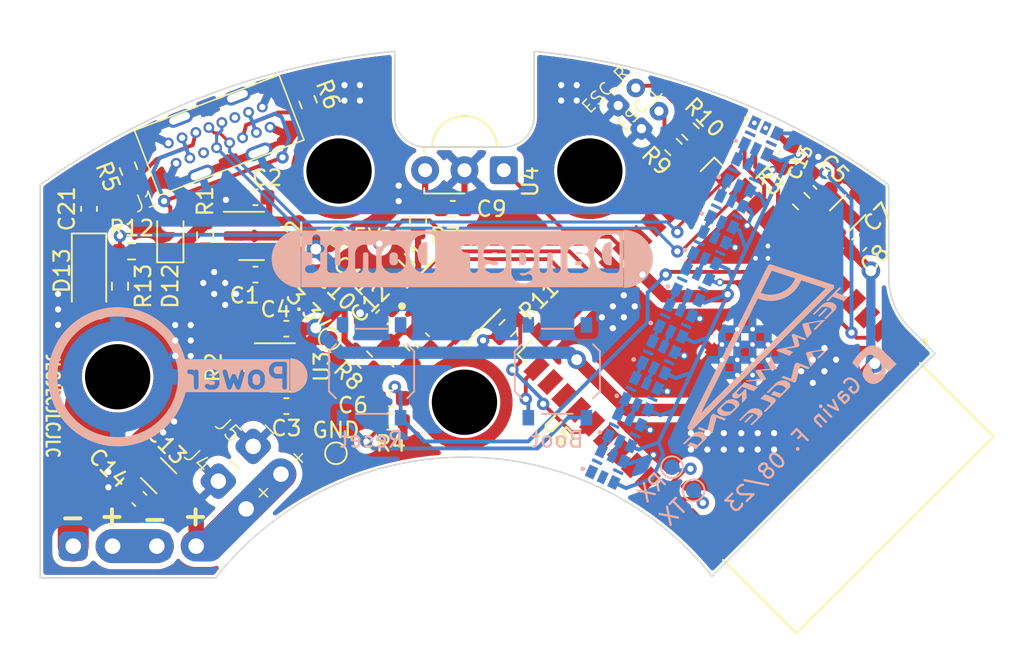
<source format=kicad_pcb>
(kicad_pcb (version 20221018) (generator pcbnew)
  (title_block (title "Danger Donut") (rev "V1"))
  (layers (0 "F.Cu" signal) (31 "B.Cu" signal) (34 "B.Paste" user) (35 "F.Paste" user) (36 "B.SilkS" user "B.Silkscreen") (37 "F.SilkS" user "F.Silkscreen") (38 "B.Mask" user) (39 "F.Mask" user) (44 "Edge.Cuts" user))
  (net 0 "")
  (net 1 "LED_clock")
  (net 2 "+5V")
  (net 4 "Net-(D1-CO)")
  (net 5 "Net-(D1-DO)")
  (net 6 "LED_data")
  (net 7 "/D5_CO")
  (net 10 "Net-(J1-CC1)")
  (net 11 "D+")
  (net 12 "D-")
  (net 13 "Net-(D2-CO)")
  (net 14 "Net-(D2-DO)")
  (net 15 "Net-(D3-CO)")
  (net 16 "Net-(D3-DO)")
  (net 17 "Net-(D4-CO)")
  (net 18 "Net-(D4-DO)")
  (net 19 "Net-(D6-CO)")
  (net 20 "Net-(D6-DO)")
  (net 21 "Net-(BT1--)")
  (net 29 "Net-(J1-CC2)")
  (net 30 "+3V3")
  (net 33 "RX")
  (net 34 "TX")
  (net 38 "GND")
  (net 39 "Net-(D8-CO)")
  (net 40 "Net-(D8-DO)")
  (net 41 "Net-(D10-CI)")
  (net 42 "Net-(D10-DI)")
  (net 43 "Net-(U1-VS)")
  (net 44 "Accel_CS")
  (net 45 "Accel_INT1")
  (net 46 "Accel_INT2")
  (net 47 "Accel_DO")
  (net 48 "Accel_DI")
  (net 50 "Accel_clock")
  (net 52 "+BATT")
  (net 53 "Net-(U2-EN)")
  (net 54 "Net-(U2-BP)")
  (net 55 "Net-(U3-EN)")
  (net 56 "Net-(U3-BP)")
  (net 57 "IR_out")
  (net 58 "Net-(U4-Vs)")
  (net 59 "Net-(U5-EN)")
  (net 60 "Net-(U5-IO0)")
  (net 61 "/D5_DO")
  (net 62 "Net-(D7-CO)")
  (net 63 "Net-(D7-DO)")
  (net 66 "Net-(D12-A)")
  (net 67 "Net-(J2-Data)")
  (net 68 "Net-(J3-Data)")
  (net 69 "Net-(C6-Pad1)")
  (net 70 "BATT")
  (net 71 "ESC_data_L")
  (net 72 "ESC_data_R")
  (net 73 "Net-(D1-DI)")
  (net 74 "Net-(D1-CI)")
  (net 75 "/bat_neg")
  (net 76 "unconnected-(U5-IO45-Pad26)")
  (net 79 "TCK")
  (net 80 "TDO")
  (net 81 "TDI")
  (net 82 "TMS")
  (footprint "Package_TO_SOT_SMD:SOT-23-5" (layer "F.Cu") (at 86.249999 65.249999)
    (fp_text reference "U2")
    (fp_text value "MIC5219-5.0YM5")
  )
  (footprint "Capacitor_SMD:C_0603_1608Metric" (layer "F.Cu") (at 88.5 71.25 180)
    (fp_text reference "C4")
    (fp_text value "2.2 uF")
  )
  (footprint "Diode_SMD:D_MiniMELF" (layer "F.Cu") (at 75.75 67.75 -90)
    (fp_text reference "D13")
    (fp_text value "Z3.3V")
  )
  (footprint "DangerDonutParts:Battery_Solder_Point" (layer "F.Cu") (at 81.4 85.3 180)
    (fp_text reference "BT1" hide)
    (fp_text value "Battery_Cell" hide)
  )
  (footprint "Capacitor_SMD:C_0603_1608Metric" (layer "F.Cu") (at 75.75 63.5 90)
    (fp_text reference "C21")
    (fp_text value "100 nF")
  )
  (footprint "DangerDonutParts:HD107S" (layer "F.Cu") (at 119.137 58.9615 -115)
    (fp_text reference "D11" hide)
    (fp_text value "HD107S")
  )
  (footprint "Resistor_SMD:R_0603_1608Metric" (layer "F.Cu") (at 102.8 71.2 45)
    (fp_text reference "R11")
    (fp_text value "10k")
  )
  (footprint "Resistor_SMD:R_0603_1608Metric" (layer "F.Cu") (at 113.5 59.5 -45)
    (fp_text reference "R9")
    (fp_text value "100")
  )
  (footprint "Capacitor_SMD:C_0603_1608Metric" (layer "F.Cu") (at 88.5 76.25 180)
    (fp_text reference "C3")
    (fp_text value "470 pF")
  )
  (footprint "Resistor_SMD:R_0603_1608Metric" (layer "F.Cu") (at 89.9 56.6 111)
    (fp_text reference "R6")
    (fp_text value "5.1K" hide)
  )
  (footprint "DangerDonutParts:Battery_Solder_Point" (layer "F.Cu") (at 76 85.3 180)
    (fp_text reference "BT2" hide)
    (fp_text value "Battery_Cell" hide)
  )
  (footprint "Resistor_SMD:R_0603_1608Metric" (layer "F.Cu") (at 93.5 73.25 -45)
    (fp_text reference "R8")
    (fp_text value "68")
  )
  (footprint "DangerDonutParts:LGA_CC-14-1_ADI-M" (layer "F.Cu") (at 99.293 69.293 45)
    (fp_text reference "U1")
    (fp_text value "ADXL375BCCZ-RL7")
  )
  (footprint "Capacitor_SMD:C_0603_1608Metric" (layer "F.Cu") (at 94.749999 70.500001 45)
    (fp_text reference "C12")
    (fp_text value "100 nF")
  )
  (footprint "DangerDonutParts:SMTSO2515" (layer "F.Cu") (at 108.099999 61.054)
    (fp_text reference "H1" hide)
    (fp_text value "SMTSO2515CTJ" hide)
  )
  (footprint "TestPoint:TestPoint_Pad_D1.0mm" (layer "F.Cu") (at 91.7 79.3)
    (fp_text reference "GND")
    (fp_text value "TestPoint_Pad_D1.0mm" hide)
  )
  (footprint "Capacitor_SMD:C_0603_1608Metric" (layer "F.Cu") (at 86.500002 62.75 180)
    (fp_text reference "C2")
    (fp_text value "2.2 uF")
  )
  (footprint "Capacitor_SMD:C_1206_3216Metric" (layer "F.Cu") (at 124.75 63.75 45)
    (fp_text reference "C7")
    (fp_text value "22 uF")
  )
  (footprint "DangerDonutParts:SMTSO2515" (layer "F.Cu") (at 100 76)
    (fp_text reference "H2" hide)
    (fp_text value "SMTSO2515CTJ" hide)
  )
  (footprint "DangerDonutParts:SMTSO2515" (layer "F.Cu") (at 91.9 61.054)
    (fp_text reference "H3" hide)
    (fp_text value "SMTSO2515CTJ" hide)
  )
  (footprint "Capacitor_SMD:C_0603_1608Metric" (layer "F.Cu") (at 125.499999 65.75 45)
    (fp_text reference "C8")
    (fp_text value "100 nF")
  )
  (footprint "Capacitor_SMD:C_0603_1608Metric" (layer "F.Cu") (at 123 61.75 -45)
    (fp_text reference "C5")
    (fp_text value "1 uF")
  )
  (footprint "Capacitor_SMD:C_0603_1608Metric" (layer "F.Cu") (at 120.8 60.1 65)
    (fp_text reference "C15")
    (fp_text value "100 nF")
  )
  (footprint "Resistor_SMD:R_0603_1608Metric" (layer "F.Cu") (at 78.5 66.25 180)
    (fp_text reference "R12")
    (fp_text value "5.1K")
  )
  (footprint "Resistor_SMD:R_0603_1608Metric" (layer "F.Cu") (at 95.249999 77.25 180)
    (fp_text reference "R4")
    (fp_text value "0")
  )
  (footprint "Capacitor_SMD:C_1206_3216Metric" (layer "F.Cu") (at 80.250001 80.75 135)
    (fp_text reference "C13")
    (fp_text value "22 uF")
  )
  (footprint "Capacitor_SMD:C_0603_1608Metric" (layer "F.Cu") (at 95.25 75.75)
    (fp_text reference "C6")
    (fp_text value "100 nF")
  )
  (footprint "Capacitor_SMD:C_0805_2012Metric" (layer "F.Cu") (at 95.75 73 135)
    (fp_text reference "C10")
    (fp_text value "10 uF")
  )
  (footprint "Resistor_SMD:R_0603_1608Metric" (layer "F.Cu") (at 83.250001 65.25 -90)
    (fp_text reference "R1")
    (fp_text value "10k")
  )
  (footprint "OptoDevice:Vishay_MINICAST-3Pin" (layer "F.Cu") (at 102.54 61 180)
    (fp_text reference "U4")
    (fp_text value "TSSP58038")
  )
  (footprint "Resistor_SMD:R_0603_1608Metric" (layer "F.Cu") (at 77.75 68.5 -90)
    (fp_text reference "R13")
    (fp_text value "1.5K")
  )
  (footprint "Capacitor_SMD:C_0603_1608Metric" (layer "F.Cu") (at 79 82.25 135)
    (fp_text reference "C14")
    (fp_text value "100 nF")
  )
  (footprint "Package_TO_SOT_SMD:SOT-23-5" (layer "F.Cu") (at 88.250001 73.75)
    (fp_text reference "U3")
    (fp_text value "MIC5219-3.3YM5")
  )
  (footprint "TestPoint:TestPoint_Pad_D1.0mm" (layer "F.Cu") (at 91.3 71.9)
    (fp_text reference "3.3V")
    (fp_text value "TestPoint_Pad_D1.0mm" hide)
  )
  (footprint "DangerDonutParts:TYPE_C_16PLC_H100" (layer "F.Cu") (at 84.16 58.736 21)
    (fp_text reference "J1")
    (fp_text value "~")
  )
  (footprint "Diode_SMD:D_SOD-323" (layer "F.Cu") (at 81 65.35 90)
    (fp_text reference "D12")
    (fp_text value "1N5819")
  )
  (footprint "TestPoint:TestPoint_Pad_D1.0mm" (layer "F.Cu") (at 91.9 65.3)
    (fp_text reference "5V")
    (fp_text value "TestPoint_Pad_D1.0mm" hide)
  )
  (footprint "Resistor_SMD:R_0603_1608Metric" (layer "F.Cu") (at 85.249999 73.75 -90)
    (fp_text reference "R2")
    (fp_text value "10k")
  )
  (footprint "Resistor_SMD:R_0603_1608Metric" (layer "F.Cu") (at 78.299999 60.9 111)
    (fp_text reference "R5")
    (fp_text value "5.1K")
  )
  (footprint "Capacitor_SMD:C_0603_1608Metric" (layer "F.Cu") (at 86.500001 67.750001 180)
    (fp_text reference "C1")
    (fp_text value "470 pF")
  )
  (footprint "DangerDonutParts:SMTSO2515_SW" (layer "F.Cu") (at 77.599999 74.355)
    (fp_text reference "SW1" hide)
    (fp_text value "SMTSO2515CTJ" hide)
  )
  (footprint "DangerDonutParts:ESC_XSD7A_Power" (layer "F.Cu") (at 85 82 -45)
    (fp_text reference "J4")
    (fp_text value "~")
  )
  (footprint "Capacitor_SMD:C_0603_1608Metric" (layer "F.Cu") (at 97.249999 72.000001 135)
    (fp_text reference "C11")
    (fp_text value "100 nF")
  )
  (footprint "Resistor_SMD:R_0603_1608Metric" (layer "F.Cu") (at 121.75 63 -45)
    (fp_text reference "R3")
    (fp_text value "10K")
  )
  (footprint "DangerDonutParts:ESC_XSD7A_Data" (layer "F.Cu") (at 112 57.75 45)
    (fp_text reference "ESC_L")
    (fp_text value "~")
  )
  (footprint "Resistor_SMD:R_0603_1608Metric" (layer "F.Cu") (at 114.6 58.5 -45)
    (fp_text reference "R10")
    (fp_text value "100")
  )
  (footprint "DangerDonutParts:ESC_XSD7A_Power" (layer "F.Cu") (at 87.25 79.75 -45)
    (fp_text reference "J5")
    (fp_text value "~")
  )
  (footprint "Resistor_SMD:R_0603_1608Metric" (layer "F.Cu") (at 97 64.25 -90)
    (fp_text reference "R7")
    (fp_text value "100")
  )
  (footprint "DangerDonutParts:XCVR_ESP32-S3-WROOM-1-N16" (layer "F.Cu") (at 118.793434 75.563854 -135)
    (fp_text reference "U5")
    (fp_text value "ESP32-S3-WROOM-1-N16")
  )
  (footprint "DangerDonutParts:ESC_XSD7A_Data" (layer "F.Cu") (at 110.500001 56.249999 45)
    (fp_text reference "ESC_R")
    (fp_text value "~")
  )
  (footprint "Capacitor_SMD:C_0603_1608Metric" (layer "F.Cu") (at 99.25 63.5)
    (fp_text reference "C9")
    (fp_text value "100 nF")
  )
  (footprint "DangerDonutParts:HD107S" (layer "B.Cu") (at 112.543732 73.099878 65)
    (fp_text reference "D7" hide)
    (fp_text value "HD107S")
  )
  (footprint "DangerDonutParts:HD107S" (layer "B.Cu") (at 118.03777 61.317877 65)
    (fp_text reference "D2" hide)
    (fp_text value "HD107S")
  )
  (footprint "DangerDonutParts:HD107S" (layer "B.Cu") (at 109.24731 80.169079 65)
    (fp_text reference "D10" hide)
    (fp_text value "HD107S")
  )
  (footprint "DangerDonutParts:HD107S" (layer "B.Cu") (at 115.840155 66.030678 65)
    (fp_text reference "D4" hide)
    (fp_text value "HD107S")
  )
  (footprint "DangerDonutParts:HD107S" (layer "B.Cu") (at 113.64254 70.743478 65)
    (fp_text reference "D6" hide)
    (fp_text value "HD107S")
  )
  (footprint "DangerDonutParts:HD107S" (layer "B.Cu") (at 111.444924 75.456279 65)
    (fp_text reference "D8" hide)
    (fp_text value "HD107S")
  )
  (footprint "Button_Switch_SMD:SW_Push_1P1T_XKB_TS-1187A" (layer "B.Cu") (at 94 74 -90)
    (fp_text reference "SW2" hide)
    (fp_text value "SW_Push")
  )
  (footprint "DangerDonutParts:HD107S" (layer "B.Cu") (at 116.938962 63.674276 65)
    (fp_text reference "D3" hide)
    (fp_text value "HD107S")
  )
  (footprint "DangerDonutParts:HD107S" (layer "B.Cu") (at 110.346117 77.812679 65)
    (fp_text reference "D9" hide)
    (fp_text value "HD107S")
  )
  (footprint "TestPoint:TestPoint_Pad_D1.0mm" (layer "B.Cu") (at 113.4 80.2 180)
    (fp_text reference "RX")
    (fp_text value "TestPoint_Pad_D1.0mm" hide)
  )
  (footprint "DangerDonutParts:HD107S" (layer "B.Cu") (at 119.136576 58.9615 65)
    (fp_text reference "D1" hide)
    (fp_text value "HD107S")
  )
  (footprint "Button_Switch_SMD:SW_Push_1P1T_XKB_TS-1187A" (layer "B.Cu") (at 106 74 90)
    (fp_text reference "SW3" hide)
    (fp_text value "SW_Push")
  )
  (footprint "DangerDonutParts:HD107S" (layer "B.Cu") (at 114.741347 68.387078 65)
    (fp_text reference "D5" hide)
    (fp_text value "HD107S")
  )
  (footprint "TestPoint:TestPoint_Pad_D1.0mm" (layer "B.Cu") (at 114.8 81.7 180)
    (fp_text reference "TX")
    (fp_text value "TestPoint_Pad_D1.0mm" hide)
  )
  (gr_line (start 121.569308 68.037566) (end 121.528219 68.132411) (stroke (width 0.396874)) (layer "B.SilkS"))
  (gr_poly (pts (xy 123.378624 69.414918) (xy 123.377531 69.416137) (xy 123.376578 69.417302) (xy 123.375762 69.418418) (xy 123.375084 69.419488) (xy 123.374541 69.420516) (xy 123.374321 69.421016) (xy 123.374134 69.421506) (xy 123.37398 69.421988) (xy 123.37386 69.422462) (xy 123.373773 69.422927) (xy 123.373718 69.423386) (xy 123.373696 69.423838) (xy 123.373707 69.424283) (xy 123.37375 69.424723) (xy 123.373826 69.425157) (xy 123.373933 69.425586) (xy 123.374073 69.426011) (xy 123.374245 69.426431) (xy 123.374447 69.426849) (xy 123.374682 69.427263) (xy 123.374948 69.427674) (xy 123.375573 69.428491) (xy 123.376322 69.429302) (xy 123.376643 69.42962) (xy 123.376812 69.429781) (xy 123.37699 69.429943) (xy 123.377177 69.430106) (xy 123.377379 69.43027) (xy 123.377596 69.430434) (xy 123.377831 69.4306) (xy 123.378086 69.430766) (xy 123.378364 69.430933) (xy 123.378667 69.4311) (xy 123.378998 69.431268) (xy 123.379359 69.431435) (xy 123.379752 69.431603) (xy 123.38018 69.431772) (xy 123.380644 69.43194) (xy 123.469436 69.466739) (xy 123.470405 69.467044) (xy 123.471354 69.46731) (xy 123.472285 69.467536) (xy 123.473198 69.46772) (xy 123.474095 69.467866) (xy 123.474976 69.467973) (xy 123.475843 69.468041) (xy 123.476695 69.468071) (xy 123.477535 69.468062) (xy 123.478364 69.468015) (xy 123.47918 69.467931) (xy 123.479988 69.467809) (xy 123.480787 69.467651) (xy 123.481577 69.467456) (xy 123.482361 69.467224) (xy 123.483138 69.466956) (xy 123.483911 69.466652) (xy 123.484679 69.466314) (xy 123.485444 69.46594) (xy 123.486207 69.465532) (xy 123.486968 69.46509) (xy 123.48773 69.464612) (xy 123.488492 69.464102) (xy 123.489255 69.463558) (xy 123.490791 69.46237) (xy 123.492344 69.461053) (xy 123.493923 69.459608) (xy 123.495535 69.458039) (xy 123.778245 69.175329) (xy 123.778302 69.175273) (xy 124.506432 69.454504) (xy 124.507243 69.454814) (xy 124.508055 69.455094) (xy 124.508867 69.455342) (xy 124.509682 69.455559) (xy 124.510498 69.455742) (xy 124.511316 69.455893) (xy 124.512135 69.45601) (xy 124.512955 69.456094) (xy 124.513777 69.456143) (xy 124.514601 69.456157) (xy 124.515428 69.456136) (xy 124.516256 69.45608) (xy 124.517087 69.455986) (xy 124.517919 69.455857) (xy 124.518755 69.45569) (xy 124.519593 69.455486) (xy 124.520435 69.455242) (xy 124.521277 69.454961) (xy 124.522124 69.454641) (xy 124.522972 69.45428) (xy 124.523824 69.453881) (xy 124.52468 69.453439) (xy 124.525538 69.452959) (xy 124.5264 69.452435) (xy 124.527266 69.45187) (xy 124.528135 69.451263) (xy 124.529008 69.450612) (xy 124.529884 69.449919) (xy 124.530764 69.449181) (xy 124.531649 69.4484) (xy 124.532536 69.447573) (xy 124.533429 69.446701) (xy 124.769217 69.210914) (xy 124.770451 69.209639) (xy 124.771545 69.208421) (xy 124.772503 69.20726) (xy 124.773326 69.206151) (xy 124.774016 69.205094) (xy 124.774578 69.204085) (xy 124.775011 69.203121) (xy 124.77532 69.2022) (xy 124.775429 69.201755) (xy 124.775506 69.20132) (xy 124.775555 69.200895) (xy 124.775574 69.200478) (xy 124.775563 69.200072) (xy 124.775523 69.199674) (xy 124.775455 69.199283) (xy 124.775357 69.198901) (xy 124.775233 69.198527) (xy 124.775079 69.19816) (xy 124.77469 69.197447) (xy 124.774195 69.19676) (xy 124.773594 69.196096) (xy 124.773221 69.195726) (xy 124.772771 69.195299) (xy 124.772517 69.19507) (xy 124.772244 69.194835) (xy 124.77195 69.194594) (xy 124.771637 69.19435) (xy 124.771303 69.194105) (xy 124.770948 69.193862) (xy 124.770573 69.193622) (xy 124.770177 69.193389) (xy 124.769758 69.193164) (xy 124.769319 69.19295) (xy 124.768858 69.192747) (xy 124.768374 69.192561) (xy 124.040245 68.913331) (xy 124.322 68.631576) (xy 124.323254 68.630281) (xy 124.324405 68.62901) (xy 124.325453 68.627766) (xy 124.326395 68.626554) (xy 124.327229 68.625378) (xy 124.327956 68.624239) (xy 124.328572 68.623145) (xy 124.329079 68.622097) (xy 124.329473 68.621099) (xy 124.329752 68.620156) (xy 124.329916 68.619271) (xy 124.329963 68.618449) (xy 124.329893 68.617693) (xy 124.329813 68.617341) (xy 124.329703 68.617006) (xy 124.329563 68.616691) (xy 124.329392 68.616394) (xy 124.329191 68.616117) (xy 124.328959 68.615859) (xy 124.328772 68.615692) (xy 124.328549 68.615526) (xy 124.328292 68.615359) (xy 124.328004 68.615195) (xy 124.327686 68.615032) (xy 124.327342 68.61487) (xy 124.326972 68.614708) (xy 124.326581 68.614547) (xy 124.325738 68.614227) (xy 124.324831 68.613909) (xy 124.323879 68.613593) (xy 124.322897 68.613278) (xy 124.234161 68.578423) (xy 124.232382 68.57799) (xy 124.230619 68.577664) (xy 124.229744 68.577543) (xy 124.228871 68.577449) (xy 124.228003 68.577386) (xy 124.227136 68.577352) (xy 124.226272 68.577349) (xy 124.22541 68.577376) (xy 124.22455 68.577436) (xy 124.22369 68.577528) (xy 124.222832 68.577653) (xy 124.221976 68.577812) (xy 124.22112 68.578005) (xy 124.220263 68.578233) (xy 124.219406 68.578497) (xy 124.218549 68.578798) (xy 124.217692 68.579135) (xy 124.216833 68.579509) (xy 124.215972 68.579923) (xy 124.21511 68.580375) (xy 124.214246 68.580867) (xy 124.213379 68.581399) (xy 124.21251 68.581971) (xy 124.211638 68.582585) (xy 124.210762 68.583242) (xy 124.209882 68.583941) (xy 124.208999 68.584684) (xy 124.208112 68.585471) (xy 124.20722 68.586302) (xy 124.206322 68.587178) (xy 123.379858 69.413643)) (fill solid) (layer "B.SilkS"))
  (gr_line (start 120.121146 69.219908) (end 120.020066 69.235628) (stroke (width 0.396874)) (layer "B.SilkS"))
  (gr_line (start 121.528219 68.132411) (end 121.48233 68.224539) (stroke (width 0.396874)) (layer "B.SilkS"))
  (gr_line (start 119.212064 69.168337) (end 119.114388 69.135893) (stroke (width 0.396874)) (layer "B.SilkS"))
  (gr_line (start 119.114388 69.135893) (end 119.01817 69.098129) (stroke (width 0.396874)) (layer "B.SilkS"))
  (gr_line (start 121.48233 68.224539) (end 121.431789 68.313793) (stroke (width 0.396874)) (layer "B.SilkS"))
  (gr_line (start 120.960161 68.844811) (end 120.877728 68.905381) (stroke (width 0.396874)) (layer "B.SilkS"))
  (gr_poly (pts (xy 114.128094 78.665469) (xy 114.126735 78.66701) (xy 114.125553 78.668495) (xy 114.124546 78.669926) (xy 114.123712 78.671306) (xy 114.123049 78.672637) (xy 114.122781 78.673285) (xy 114.122555 78.673922) (xy 114.122369 78.674548) (xy 114.122226 78.675164) (xy 114.122122 78.675769) (xy 114.122059 78.676365) (xy 114.122037 78.676951) (xy 114.122054 78.677528) (xy 114.12211 78.678095) (xy 114.122206 78.678654) (xy 114.122342 78.679206) (xy 114.122515 78.679748) (xy 114.122727 78.680284) (xy 114.122977 78.680812) (xy 114.123264 78.681334) (xy 114.123589 78.681849) (xy 114.12435 78.68286) (xy 114.125256 78.683849) (xy 114.125919 78.684491) (xy 114.126602 78.685114) (xy 114.127303 78.685718) (xy 114.12802 78.686305) (xy 114.128753 78.686877) (xy 114.1295 78.687436) (xy 114.131031 78.688514) (xy 114.132601 78.689554) (xy 114.134199 78.690565) (xy 114.137436 78.692548) (xy 114.201758 78.716907) (xy 114.204841 78.717951) (xy 114.207881 78.718789) (xy 114.210877 78.719419) (xy 114.212358 78.719657) (xy 114.213826 78.719841) (xy 114.215284 78.719974) (xy 114.21673 78.720053) (xy 114.218164 78.72008) (xy 114.219586 78.720054) (xy 114.220995 78.719975) (xy 114.222392 78.719843) (xy 114.223777 78.719657) (xy 114.225149 78.719418) (xy 114.226508 78.719125) (xy 114.227853 78.71878) (xy 114.229187 78.71838) (xy 114.230506 78.717926) (xy 114.231812 78.717417) (xy 114.233105 78.716854) (xy 114.234384 78.716237) (xy 114.23565 78.715565) (xy 114.236901 78.714838) (xy 114.238138 78.714057) (xy 114.239361 78.71322) (xy 114.240569 78.712329) (xy 114.241763 78.711381) (xy 114.242942 78.710379) (xy 114.244106 78.709321) (xy 114.245256 78.708206) (xy 114.680236 78.273226) (xy 114.689808 78.264698) (xy 114.700848 78.256735) (xy 114.713272 78.249351) (xy 114.726992 78.242555) (xy 114.741926 78.23636) (xy 114.757984 78.230776) (xy 114.775083 78.225815) (xy 114.793137 78.221486) (xy 114.812061 78.217803) (xy 114.831766 78.214775) (xy 114.873187 78.210733) (xy 114.916711 78.209448) (xy 114.961655 78.21101) (xy 115.007334 78.215508) (xy 115.053062 78.223031) (xy 115.075729 78.227955) (xy 115.098152 78.233669) (xy 115.120243 78.240184) (xy 115.141919 78.247511) (xy 115.163093 78.255662) (xy 115.183678 78.264646) (xy 115.203591 78.274477) (xy 115.222744 78.285165) (xy 115.241052 78.296719) (xy 115.25843 78.309154) (xy 115.274793 78.322479) (xy 115.290053 78.336705) (xy 115.301697 78.349) (xy 115.311849 78.361098) (xy 115.320522 78.373001) (xy 115.32431 78.378882) (xy 115.327732 78.384716) (xy 115.330794 78.390504) (xy 115.333495 78.396247) (xy 115.335839 78.401945) (xy 115.337826 78.4076) (xy 115.339458 78.413211) (xy 115.340739 78.41878) (xy 115.341669 78.424306) (xy 115.342251 78.429791) (xy 115.342485 78.435235) (xy 115.342375 78.440639) (xy 115.341923 78.446003) (xy 115.341129 78.451329) (xy 115.339996 78.456616) (xy 115.338526 78.461866) (xy 115.336722 78.467079) (xy 115.334584 78.472255) (xy 115.332114 78.477397) (xy 115.329316 78.482502) (xy 115.32619 78.487574) (xy 115.322737 78.492612) (xy 115.318962 78.497616) (xy 115.314865 78.502587) (xy 115.305712 78.512437) (xy 115.055163 78.762987) (xy 114.631463 78.602072) (xy 114.628073 78.600721) (xy 114.624766 78.599614) (xy 114.621542 78.598747) (xy 114.6184 78.598118) (xy 114.616861 78.597893) (xy 114.615341 78.597725) (xy 114.613842 78.597616) (xy 114.612364 78.597565) (xy 114.610906 78.597572) (xy 114.609468 78.597635) (xy 114.608052 78.597756) (xy 114.606655 78.597932) (xy 114.605279 78.598166) (xy 114.603922 78.598456) (xy 114.602587 78.5988) (xy 114.601271 78.5992) (xy 114.599977 78.599655) (xy 114.598702 78.600165) (xy 114.597448 78.600728) (xy 114.596214 78.601346) (xy 114.594999 78.602017) (xy 114.593806 78.602741) (xy 114.592632 78.603519) (xy 114.591479 78.60435) (xy 114.589232 78.606167) (xy 114.587066 78.60819) (xy 114.398313 78.796943) (xy 114.396922 78.798416) (xy 114.395675 78.799905) (xy 114.394576 78.801403) (xy 114.393626 78.802908) (xy 114.39283 78.804415) (xy 114.392188 78.805916) (xy 114.391927 78.806662) (xy 114.391704 78.807407) (xy 114.391523 78.808148) (xy 114.391381 78.808884) (xy 114.391281 78.809615) (xy 114.391222 78.810342) (xy 114.391203 78.811061) (xy 114.391227 78.811774) (xy 114.391293 78.812479) (xy 114.391401 78.813176) (xy 114.391552 78.813865) (xy 114.391747 78.814545) (xy 114.391984 78.815214) (xy 114.392265 78.815872) (xy 114.392591 78.816519) (xy 114.39296 78.817154) (xy 114.393374 78.817776) (xy 114.393834 78.818386) (xy 114.394339 78.818981) (xy 114.394889 78.819562) (xy 114.395385 78.820038) (xy 114.395903 78.820497) (xy 114.396447 78.820943) (xy 114.397022 78.821377) (xy 114.397627 78.821802) (xy 114.398265 78.822221) (xy 114.39894 78.822636) (xy 114.399653 78.82305) (xy 114.400409 78.823463) (xy 114.401208 78.82388) (xy 114.402948 78.824732) (xy 114.404895 78.825626) (xy 114.407069 78.826579) (xy 114.922031 79.02319) (xy 114.925104 79.024224) (xy 114.928138 79.025056) (xy 114.931128 79.025682) (xy 114.932608 79.025917) (xy 114.934075 79.0261) (xy 114.935532 79.026232) (xy 114.936978 79.026312) (xy 114.938411 79.026338) (xy 114.939834 79.026312) (xy 114.941243 79.026234) (xy 114.942641 79.026103) (xy 114.944027 79.025918) (xy 114.945401 79.02568) (xy 114.94676 79.02539) (xy 114.948108 79.025045) (xy 114.949443 79.024646) (xy 114.950764 79.024193) (xy 114.952072 79.023687) (xy 114.953367 79.023126) (xy 114.954647 79.02251) (xy 114.955914 79.021841) (xy 114.957167 79.021115) (xy 114.958405 79.020335) (xy 114.95963 79.0195) (xy 114.960839 79.018609) (xy 114.962034 79.017664) (xy 114.963214 79.016662) (xy 114.964379 79.015604) (xy 114.965528 79.01449) (xy 115.574502 78.405517) (xy 115.57453 78.405517) (xy 115.574557 78.405517) (xy 115.574586 78.405517) (xy 115.574614 78.405517) (xy 115.584769 78.394911) (xy 115.594191 78.384149) (xy 115.602885 78.373242) (xy 115.610859 78.362202) (xy 115.618118 78.35104) (xy 115.624667 78.339767) (xy 115.630513 78.328395) (xy 115.635663 78.316936) (xy 115.640122 78.3054) (xy 115.643895 78.293799) (xy 115.64699 78.282146) (xy 115.649412 78.27045) (xy 115.651169 78.258723) (xy 115.652264 78.246979) (xy 115.652705 78.235226) (xy 115.652497 78.223477) (xy 115.651647 78.211743) (xy 115.650159 78.200036) (xy 115.648042 78.188368) (xy 115.645301 78.176748) (xy 115.641942 78.165191) (xy 115.63797 78.153705) (xy 115.633391 78.142303) (xy 115.628214 78.130997) (xy 115.622443 78.119797) (xy 115.616082 78.108716) (xy 115.60914 78.097764) (xy 115.601622 78.086954) (xy 115.593535 78.076295) (xy 115.584885 78.065802) (xy 115.575675 78.055484) (xy 115.565915 78.045352) (xy 115.546279 78.026968) (xy 115.525436 78.00983) (xy 115.503461 77.993934) (xy 115.480431 77.979286) (xy 115.456422 77.965884) (xy 115.43151 77.953728) (xy 115.405771 77.942818) (xy 115.379282 77.933156) (xy 115.352119 77.924741) (xy 115.32436 77.917575) (xy 115.296077 77.911658) (xy 115.26735 77.906991) (xy 115.238255 77.903572) (xy 115.208867 77.901403) (xy 115.179263 77.900486) (xy 115.149518 77.900819) (xy 115.11971 77.902404) (xy 115.089915 77.905241) (xy 115.060209 77.90933) (xy 115.030668 77.914672) (xy 115.001368 77.921267) (xy 114.972387 77.929117) (xy 114.943799 77.93822) (xy 114.915682 77.948579) (xy 114.888111 77.960192) (xy 114.861163 77.973061) (xy 114.834915 77.987187) (xy 114.809442 78.002568) (xy 114.784821 78.019207) (xy 114.761128 78.037103) (xy 114.738439 78.056258) (xy 114.716831 78.076671) (xy 114.129634 78.663868)) (fill solid) (layer "B.SilkS"))
  (gr_poly (pts (arc (start 89.419 68.601) (mid 87.5505 66.7325) (end 89.419 64.864))) (stroke (width 0.01)) (fill solid) (layer "B.SilkS"))
  (gr_line (start 120.419297 69.140417) (end 120.320977 69.172309) (stroke (width 0.396874)) (layer "B.SilkS"))
  (gr_line (start 120.320977 69.172309) (end 120.221522 69.198804) (stroke (width 0.396874)) (layer "B.SilkS"))
  (gr_line (start 121.114474 68.711414) (end 121.039127 68.780102) (stroke (width 0.396874)) (layer "B.SilkS"))
  (gr_poly (pts (xy 114.601431 77.63641) (xy 123.676993 68.560848) (xy 119.752964 67.275507)) (stroke (width 0.374515)) (fill none) (layer "B.SilkS"))
  (gr_line (start 120.516264 69.103121) (end 120.419297 69.140417) (stroke (width 0.396874)) (layer "B.SilkS"))
  (gr_line (start 120.703046 69.013475) (end 120.611093 69.060683) (stroke (width 0.396874)) (layer "B.SilkS"))
  (gr_poly (pts (xy 110.297 68.601) (xy 110.436829 68.598387) (xy 110.713363 68.556707) (xy 110.980597 68.474276) (xy 111.23256 68.352937) (xy 111.463624 68.1954) (xy 111.668628 68.005184) (xy 111.842991 67.786539) (xy 111.98282 67.544348) (xy 112.084991 67.284022) (xy 112.147221 67.011376) (xy 112.16812 66.7325) (xy 112.147221 66.453624) (xy 112.084991 66.180978) (xy 111.98282 65.920652) (xy 111.842991 65.678461) (xy 111.668628 65.459816) (xy 111.463624 65.2696) (xy 111.23256 65.112063) (xy 110.980597 64.990724) (xy 110.713363 64.908293) (xy 110.436829 64.866613) (xy 110.297 64.864)) (stroke (width 0.01)) (fill solid) (layer "B.SilkS"))
  (gr_poly (pts (xy 119.130366 75.751218) (xy 119.128978 75.752789) (xy 119.127752 75.754317) (xy 119.126688 75.755806) (xy 119.125786 75.757253) (xy 119.125048 75.75866) (xy 119.124472 75.760026) (xy 119.124059 75.761352) (xy 119.123913 75.761999) (xy 119.123809 75.762636) (xy 119.123745 75.763263) (xy 119.123722 75.763879) (xy 119.12374 75.764486) (xy 119.123799 75.765082) (xy 119.123899 75.765668) (xy 119.12404 75.766245) (xy 119.124221 75.766811) (xy 119.124444 75.767366) (xy 119.124708 75.767911) (xy 119.125013 75.768447) (xy 119.125358 75.768971) (xy 119.125744 75.769487) (xy 119.126172 75.769991) (xy 119.126641 75.770485) (xy 119.127304 75.771128) (xy 119.127988 75.771749) (xy 119.128692 75.772348) (xy 119.129417 75.772929) (xy 119.130163 75.773488) (xy 119.130929 75.774028) (xy 119.131714 75.774546) (xy 119.13252 75.775046) (xy 119.133346 75.775526) (xy 119.134191 75.775986) (xy 119.135055 75.776426) (xy 119.135939 75.776847) (xy 119.136842 75.777249) (xy 119.137763 75.777633) (xy 119.138703 75.777998) (xy 119.139662 75.778343) (xy 119.632903 75.967153) (xy 119.652157 75.975245) (xy 119.670092 75.983237) (xy 119.686698 75.991203) (xy 119.701966 75.999215) (xy 119.709096 76.003263) (xy 119.715888 76.00735) (xy 119.72234 76.011486) (xy 119.728453 76.015678) (xy 119.734224 76.019938) (xy 119.739653 76.024276) (xy 119.744737 76.028698) (xy 119.749478 76.033215) (xy 119.753178 76.037068) (xy 119.756607 76.040958) (xy 119.759762 76.044885) (xy 119.762643 76.048851) (xy 119.765248 76.052854) (xy 119.767576 76.0569) (xy 119.769626 76.060985) (xy 119.771397 76.065112) (xy 119.772886 76.069282) (xy 119.774095 76.073497) (xy 119.77502 76.077757) (xy 119.77566 76.082063) (xy 119.776015 76.086416) (xy 119.776083 76.090817) (xy 119.775862 76.095267) (xy 119.775352 76.099767) (xy 119.774552 76.104317) (xy 119.773458 76.108921) (xy 119.772073 76.113576) (xy 119.770392 76.118286) (xy 119.768416 76.123051) (xy 119.766143 76.127871) (xy 119.763572 76.132749) (xy 119.760702 76.137684) (xy 119.75753 76.142678) (xy 119.754056 76.147732) (xy 119.750279 76.152847) (xy 119.746198 76.158024) (xy 119.741811 76.163263) (xy 119.737117 76.168566) (xy 119.732114 76.173935) (xy 119.726802 76.179368) (xy 119.344916 76.561254) (xy 119.343526 76.562726) (xy 119.342299 76.564195) (xy 119.341236 76.565657) (xy 119.340338 76.567111) (xy 119.33995 76.567835) (xy 119.339604 76.568555) (xy 119.339298 76.569272) (xy 119.339034 76.569985) (xy 119.33881 76.570694) (xy 119.338627 76.5714) (xy 119.338486 76.5721) (xy 119.338385 76.572795) (xy 119.338325 76.573486) (xy 119.338306 76.574172) (xy 119.338328 76.574851) (xy 119.338392 76.575524) (xy 119.338495 76.576192) (xy 119.33864 76.576853) (xy 119.338825 76.577506) (xy 119.339052 76.578153) (xy 119.33932 76.578792) (xy 119.339628 76.579423) (xy 119.339977 76.580047) (xy 119.340367 76.580661) (xy 119.340797 76.581267) (xy 119.341269 76.581865) (xy 119.341781 76.582453) (xy 119.342335 76.583031) (xy 119.343312 76.584002) (xy 119.344335 76.584978) (xy 119.344877 76.585467) (xy 119.345443 76.585957) (xy 119.346043 76.586448) (xy 119.346678 76.58694) (xy 119.347354 76.587431) (xy 119.348077 76.587925) (xy 119.348852 76.588418) (xy 119.349684 76.588912) (xy 119.350576 76.589405) (xy 119.351535 76.5899) (xy 119.352565 76.590395) (xy 119.353673 76.590889) (xy 119.418105 76.615248) (xy 119.421319 76.616145) (xy 119.424455 76.616872) (xy 119.427516 76.617427) (xy 119.430506 76.617804) (xy 119.433426 76.617997) (xy 119.436279 76.618001) (xy 119.43768 76.61793) (xy 119.439066 76.617811) (xy 119.440436 76.617642) (xy 119.441791 76.617423) (xy 119.44313 76.617153) (xy 119.444455 76.616831) (xy 119.445765 76.616457) (xy 119.447061 76.616029) (xy 119.448343 76.615549) (xy 119.449611 76.615015) (xy 119.450866 76.614425) (xy 119.452107 76.61378) (xy 119.453336 76.613079) (xy 119.454553 76.612321) (xy 119.455757 76.611507) (xy 119.456949 76.610633) (xy 119.458129 76.609702) (xy 119.459299 76.60871) (xy 119.460456 76.60766) (xy 119.461604 76.606548) (xy 120.014002 76.05415) (xy 120.014002 76.054121) (xy 120.014003 76.054094) (xy 120.014003 76.054065) (xy 120.014003 76.054037) (xy 120.034227 76.032681) (xy 120.051869 76.011685) (xy 120.066976 75.991062) (xy 120.073596 75.980895) (xy 120.079599 75.970824) (xy 120.084993 75.960853) (xy 120.089784 75.950984) (xy 120.093979 75.941218) (xy 120.097581 75.931555) (xy 120.100599 75.921998) (xy 120.103039 75.912548) (xy 120.104905 75.903208) (xy 120.106205 75.893979) (xy 120.106943 75.884861) (xy 120.107127 75.875856) (xy 120.106763 75.866969) (xy 120.105857 75.858196) (xy 120.104413 75.849543) (xy 120.102438 75.841009) (xy 120.099941 75.832598) (xy 120.096924 75.82431) (xy 120.093396 75.816146) (xy 120.089361 75.808109) (xy 120.084826 75.800199) (xy 120.079797 75.79242) (xy 120.068282 75.777256) (xy 120.054863 75.762628) (xy 120.048145 75.756154) (xy 120.041044 75.749785) (xy 120.033566 75.743521) (xy 120.025715 75.737368) (xy 120.017498 75.731326) (xy 120.008919 75.725398) (xy 119.999983 75.719586) (xy 119.990696 75.713896) (xy 119.981063 75.708327) (xy 119.97109 75.702884) (xy 119.96078 75.697568) (xy 119.950141 75.692382) (xy 119.939177 75.687329) (xy 119.927893 75.682412) (xy 119.916295 75.677632) (xy 119.904388 75.672994) (xy 119.427648 75.490358) (xy 119.424416 75.489166) (xy 119.421246 75.488198) (xy 119.418139 75.487454) (xy 119.416608 75.487168) (xy 119.415092 75.486937) (xy 119.413592 75.486762) (xy 119.412108 75.486643) (xy 119.410638 75.48658) (xy 119.409183 75.486574) (xy 119.407745 75.486624) (xy 119.406322 75.48673) (xy 119.404913 75.486892) (xy 119.403521 75.48711) (xy 119.402143 75.487384) (xy 119.400781 75.487713) (xy 119.399434 75.4881) (xy 119.398102 75.488542) (xy 119.396785 75.48904) (xy 119.395484 75.489594) (xy 119.394198 75.490204) (xy 119.392928 75.490871) (xy 119.391672 75.491593) (xy 119.390431 75.492372) (xy 119.389206 75.493205) (xy 119.387996 75.494096) (xy 119.386801 75.495042) (xy 119.385622 75.496044) (xy 119.383307 75.498216) (xy 119.131916 75.749607)) (fill solid) (layer "B.SilkS"))
  (gr_line (start 119.816663 69.250941) (end 119.714771 69.250548) (stroke (width 0.396874)) (layer "B.SilkS"))
  (gr_line (start 119.613041 69.244795) (end 119.511689 69.233692) (stroke (width 0.396874)) (layer "B.SilkS"))
  (gr_line (start 119.9185 69.24597) (end 119.816663 69.250941) (stroke (width 0.396874)) (layer "B.SilkS"))
  (gr_poly (pts (xy 122.066553 72.815316) (xy 122.064361 72.817873) (xy 122.062437 72.8204) (xy 122.060771 72.822906) (xy 122.059354 72.825398) (xy 122.058178 72.827879) (xy 122.057234 72.830359) (xy 122.056513 72.832841) (xy 122.056005 72.835332) (xy 122.055703 72.837841) (xy 122.055596 72.840372) (xy 122.055675 72.842932) (xy 122.055933 72.845527) (xy 122.05636 72.848163) (xy 122.056947 72.850847) (xy 122.057684 72.853586) (xy 122.333435 73.686112) (xy 122.33378 73.686775) (xy 122.334182 73.687452) (xy 122.33463 73.688141) (xy 122.33512 73.688835) (xy 122.335639 73.68953) (xy 122.336184 73.690219) (xy 122.337314 73.691563) (xy 122.338447 73.692825) (xy 122.33952 73.693965) (xy 122.341236 73.69571) (xy 122.342069 73.696497) (xy 122.342937 73.697228) (xy 122.343838 73.6979) (xy 122.344772 73.698515) (xy 122.345735 73.699072) (xy 122.346728 73.699568) (xy 122.34775 73.700004) (xy 122.348798 73.700381) (xy 122.349871 73.700696) (xy 122.35097 73.700949) (xy 122.352091 73.701139) (xy 122.353234 73.701267) (xy 122.354397 73.70133) (xy 122.35558 73.70133) (xy 122.35678 73.701265) (xy 122.357997 73.701132) (xy 122.359229 73.700935) (xy 122.360475 73.700671) (xy 122.361734 73.700338) (xy 122.363004 73.699938) (xy 122.364284 73.699469) (xy 122.365574 73.69893) (xy 122.366871 73.698322) (xy 122.368174 73.697643) (xy 122.369483 73.696893) (xy 122.370795 73.69607) (xy 122.372109 73.695176) (xy 122.373424 73.694207) (xy 122.37474 73.693166) (xy 122.376054 73.69205) (xy 122.377365 73.690859) (xy 122.378672 73.689591) (xy 122.6501 73.418163) (xy 122.649989 73.418051) (xy 122.652802 73.415135) (xy 122.65537 73.412253) (xy 122.65769 73.409405) (xy 122.659762 73.406585) (xy 122.661585 73.40379) (xy 122.663157 73.401018) (xy 122.664477 73.398263) (xy 122.665543 73.395524) (xy 122.666354 73.392795) (xy 122.66691 73.390074) (xy 122.66721 73.387357) (xy 122.66725 73.384641) (xy 122.667032 73.381922) (xy 122.666552 73.379196) (xy 122.665811 73.376461) (xy 122.664806 73.373711) (xy 122.456014 72.773493) (xy 123.264182 72.642101) (xy 122.787442 73.11884) (xy 122.786041 73.120322) (xy 122.784786 73.121819) (xy 122.783679 73.123326) (xy 122.782723 73.124837) (xy 122.781921 73.126349) (xy 122.781275 73.127854) (xy 122.781011 73.128604) (xy 122.780788 73.12935) (xy 122.780604 73.130092) (xy 122.780461 73.13083) (xy 122.780359 73.131563) (xy 122.780299 73.13229) (xy 122.78028 73.133011) (xy 122.780303 73.133724) (xy 122.780369 73.13443) (xy 122.780477 73.135128) (xy 122.780627 73.135817) (xy 122.78082 73.136497) (xy 122.781058 73.137166) (xy 122.781339 73.137824) (xy 122.781664 73.138472) (xy 122.782033 73.139107) (xy 122.782448 73.13973) (xy 122.782907 73.140339) (xy 122.783412 73.140934) (xy 122.783963 73.141516) (xy 122.784458 73.14199) (xy 122.784979 73.142447) (xy 122.785525 73.142891) (xy 122.786102 73.143322) (xy 122.786711 73.143744) (xy 122.787353 73.144159) (xy 122.788031 73.144571) (xy 122.788748 73.144982) (xy 122.789505 73.145392) (xy 122.790305 73.145808) (xy 122.792045 73.146661) (xy 122.793985 73.147562) (xy 122.796143 73.148531) (xy 122.860576 73.17289) (xy 122.86365 73.173925) (xy 122.866683 73.174756) (xy 122.869674 73.175382) (xy 122.871153 73.175617) (xy 122.872621 73.175801) (xy 122.874078 73.175932) (xy 122.875523 73.176011) (xy 122.876957 73.176038) (xy 122.878378 73.176013) (xy 122.879789 73.175934) (xy 122.881186 73.175803) (xy 122.882572 73.175618) (xy 122.883945 73.175381) (xy 122.885305 73.175089) (xy 122.886653 73.174744) (xy 122.887987 73.174346) (xy 122.88931 73.173894) (xy 122.890617 73.173387) (xy 122.891912 73.172826) (xy 122.893192 73.17221) (xy 122.894459 73.17154) (xy 122.895712 73.170816) (xy 122.896951 73.170035) (xy 122.898175 73.1692) (xy 122.899385 73.16831) (xy 122.900579 73.167363) (xy 122.901759 73.166362) (xy 122.902924 73.165304) (xy 122.904073 73.16419) (xy 123.521747 72.546517) (xy 123.522971 72.545212) (xy 123.523522 72.544562) (xy 123.524034 72.543911) (xy 123.524506 72.543261) (xy 123.524939 72.542614) (xy 123.525334 72.541968) (xy 123.525689 72.541324) (xy 123.526006 72.540683) (xy 123.526286 72.540046) (xy 123.526527 72.539411) (xy 123.526732 72.53878) (xy 123.5269 72.538152) (xy 123.527031 72.537529) (xy 123.527126 72.536909) (xy 123.527184 72.536295) (xy 123.527208 72.535686) (xy 123.527195 72.535082) (xy 123.527148 72.534485) (xy 123.527065 72.533893) (xy 123.526949 72.533307) (xy 123.526798 72.532728) (xy 123.526614 72.532156) (xy 123.526396 72.531592) (xy 123.526145 72.531035) (xy 123.525861 72.530487) (xy 123.525545 72.529946) (xy 123.525196 72.529413) (xy 123.524815 72.52889) (xy 123.524404 72.528377) (xy 123.523487 72.527377) (xy 123.522982 72.526898) (xy 123.522447 72.526439) (xy 123.521882 72.526001) (xy 123.521286 72.525583) (xy 123.520661 72.525185) (xy 123.520006 72.52481) (xy 123.519321 72.524455) (xy 123.518607 72.524121) (xy 123.517092 72.523518) (xy 123.51546 72.523003) (xy 123.513713 72.522578) (xy 123.511855 72.522242) (xy 123.509884 72.521999) (xy 123.507802 72.521849) (xy 123.505611 72.521796) (xy 123.503312 72.521837) (xy 123.500908 72.521977) (xy 123.498397 72.522217) (xy 123.495783 72.522557) (xy 123.493066 72.523) (xy 122.16556 72.74571) (xy 122.161222 72.746553) (xy 122.157026 72.747464) (xy 122.15297 72.748448) (xy 122.14905 72.74951) (xy 122.145263 72.750654) (xy 122.141608 72.751887) (xy 122.138079 72.753212) (xy 122.134676 72.754635) (xy 122.131396 72.75616) (xy 122.128234 72.757793) (xy 122.12519 72.759539) (xy 122.12226 72.761402) (xy 122.119441 72.763386) (xy 122.11673 72.765499) (xy 122.114125 72.767744) (xy 122.111622 72.770126) (xy 122.069022 72.812726)) (fill solid) (layer "B.SilkS"))
  (gr_line (start 119.714771 69.250548) (end 119.613041 69.244795) (stroke (width 0.396874)) (layer "B.SilkS"))
  (gr_line (start 121.25373 68.562727) (end 121.186058 68.638902) (stroke (width 0.396874)) (layer "B.SilkS"))
  (gr_poly (pts (xy 119.500837 73.29286) (xy 119.498302 73.295655) (xy 119.495941 73.298463) (xy 119.493772 73.301281) (xy 119.491812 73.304104) (xy 119.490076 73.306929) (xy 119.488582 73.309752) (xy 119.487345 73.312569) (xy 119.486383 73.315375) (xy 119.485711 73.318168) (xy 119.48549 73.319559) (xy 119.485346 73.320944) (xy 119.485285 73.322324) (xy 119.485306 73.323699) (xy 119.485413 73.325067) (xy 119.485607 73.326427) (xy 119.485889 73.327781) (xy 119.486263 73.329127) (xy 119.48673 73.330464) (xy 119.487293 73.331793) (xy 119.487953 73.333113) (xy 119.488714 73.334423) (xy 119.760142 73.839001) (xy 118.919759 73.903378) (xy 118.915429 73.903639) (xy 118.911254 73.904103) (xy 118.907223 73.904768) (xy 118.903326 73.905632) (xy 118.899552 73.906689) (xy 118.895891 73.907939) (xy 118.892333 73.909379) (xy 118.888867 73.911004) (xy 118.885484 73.912814) (xy 118.882172 73.914804) (xy 118.878922 73.916971) (xy 118.875724 73.919314) (xy 118.872566 73.921828) (xy 118.86944 73.924512) (xy 118.866334 73.927362) (xy 118.863238 73.930376) (xy 118.82148 73.972134) (xy 118.818776 73.974921) (xy 118.816232 73.977725) (xy 118.813865 73.980539) (xy 118.81169 73.983363) (xy 118.809725 73.986191) (xy 118.807986 73.989019) (xy 118.80649 73.991844) (xy 118.805252 73.994662) (xy 118.804291 73.997467) (xy 118.803621 74.000258) (xy 118.803401 74.001648) (xy 118.80326 74.003031) (xy 118.8032 74.004409) (xy 118.803224 74.005781) (xy 118.803333 74.007146) (xy 118.80353 74.008504) (xy 118.803816 74.009854) (xy 118.804194 74.011196) (xy 118.804665 74.012529) (xy 118.805233 74.013854) (xy 118.805898 74.015168) (xy 118.806663 74.016474) (xy 119.11637 74.515777) (xy 118.242086 74.581051) (xy 118.237767 74.581301) (xy 118.233627 74.581731) (xy 118.229656 74.582336) (xy 118.225847 74.583111) (xy 118.222192 74.584049) (xy 118.218683 74.585147) (xy 118.215312 74.5864) (xy 118.212071 74.5878) (xy 118.208953 74.589345) (xy 118.205949 74.591026) (xy 118.203051 74.592842) (xy 118.200253 74.594784) (xy 118.197544 74.59685) (xy 118.19492 74.599032) (xy 118.19237 74.601326) (xy 118.189886 74.603727) (xy 118.157671 74.635943) (xy 118.156308 74.637386) (xy 118.155701 74.638093) (xy 118.15514 74.638789) (xy 118.154627 74.639476) (xy 118.154159 74.640153) (xy 118.153737 74.64082) (xy 118.153359 74.641477) (xy 118.153024 74.642124) (xy 118.152732 74.64276) (xy 118.15248 74.643387) (xy 118.152268 74.644003) (xy 118.152095 74.64461) (xy 118.151961 74.645206) (xy 118.151865 74.645793) (xy 118.151806 74.646369) (xy 118.15178 74.646934) (xy 118.15179 74.64749) (xy 118.151835 74.648035) (xy 118.151911 74.648571) (xy 118.152019 74.649095) (xy 118.152158 74.64961) (xy 118.152327 74.650114) (xy 118.152525 74.650608) (xy 118.153003 74.651565) (xy 118.153585 74.652479) (xy 118.154265 74.653353) (xy 118.155032 74.654184) (xy 118.155449 74.65458) (xy 118.155885 74.654955) (xy 118.156343 74.655311) (xy 118.156823 74.655648) (xy 118.157324 74.655965) (xy 118.157847 74.656265) (xy 118.158394 74.656546) (xy 118.158963 74.656809) (xy 118.159554 74.657054) (xy 118.16017 74.657283) (xy 118.161472 74.657688) (xy 118.162872 74.658027) (xy 118.16437 74.658302) (xy 118.165972 74.658517) (xy 118.167677 74.658673) (xy 118.169489 74.658773) (xy 118.17141 74.658817) (xy 118.173443 74.658811) (xy 118.17559 74.658756) (xy 118.177852 74.658653) (xy 118.180234 74.658506) (xy 119.378985 74.57151) (xy 119.37893 74.571565) (xy 119.383249 74.571296) (xy 119.387409 74.570832) (xy 119.391416 74.570183) (xy 119.395271 74.569356) (xy 119.398979 74.568361) (xy 119.402544 74.567207) (xy 119.405969 74.565903) (xy 119.40926 74.564459) (xy 119.412417 74.562881) (xy 119.415446 74.56118) (xy 119.418349 74.559366) (xy 119.421133 74.557445) (xy 119.423798 74.555428) (xy 119.42635 74.553325) (xy 119.428792 74.551142) (xy 119.431128 74.54889) (xy 119.468565 74.511454) (xy 119.470951 74.508983) (xy 119.473198 74.506477) (xy 119.475284 74.503942) (xy 119.477194 74.501383) (xy 119.47891 74.498805) (xy 119.480414 74.496212) (xy 119.481689 74.49361) (xy 119.482715 74.491003) (xy 119.483477 74.488396) (xy 119.483753 74.487095) (xy 119.483955 74.485796) (xy 119.484083 74.4845) (xy 119.484134 74.483206) (xy 119.484105 74.481917) (xy 119.483994 74.480632) (xy 119.4838 74.479353) (xy 119.483519 74.478079) (xy 119.483151 74.476811) (xy 119.48269 74.475551) (xy 119.482138 74.474298) (xy 119.481491 74.473054) (xy 119.480746 74.471819) (xy 119.479902 74.470594) (xy 119.158913 73.954734) (xy 120.065414 73.885081) (xy 120.069732 73.884813) (xy 120.073889 73.884352) (xy 120.077889 73.883709) (xy 120.081733 73.882893) (xy 120.085425 73.881915) (xy 120.088967 73.880785) (xy 120.092361 73.879512) (xy 120.095611 73.878108) (xy 120.098718 73.87658) (xy 120.101686 73.87494) (xy 120.104517 73.873198) (xy 120.107215 73.871363) (xy 120.10978 73.869446) (xy 120.112217 73.867458) (xy 120.114527 73.865407) (xy 120.116715 73.863304) (xy 120.154993 73.825026) (xy 120.157499 73.822434) (xy 120.159798 73.819877) (xy 120.161882 73.817345) (xy 120.163747 73.81483) (xy 120.165389 73.812326) (xy 120.166801 73.809825) (xy 120.167979 73.807319) (xy 120.168919 73.804799) (xy 120.169614 73.802258) (xy 120.17006 73.799691) (xy 120.170189 73.798394) (xy 120.170253 73.797087) (xy 120.170252 73.79577) (xy 120.170186 73.794441) (xy 120.170054 73.793099) (xy 120.169855 73.791743) (xy 120.169255 73.788986) (xy 120.168381 73.786163) (xy 120.167229 73.783267) (xy 119.798365 73.043855) (xy 119.798186 73.043361) (xy 119.79797 73.042868) (xy 119.79772 73.042378) (xy 119.797439 73.041892) (xy 119.797133 73.041412) (xy 119.796805 73.040938) (xy 119.796459 73.040473) (xy 119.796099 73.040018) (xy 119.795728 73.039574) (xy 119.795353 73.039142) (xy 119.7946 73.038322) (xy 119.793871 73.03757) (xy 119.793201 73.036895) (xy 119.792202 73.035953) (xy 119.791164 73.035081) (xy 119.79009 73.034281) (xy 119.788982 73.033553) (xy 119.787841 73.032894) (xy 119.786669 73.032307) (xy 119.785469 73.03179) (xy 119.784243 73.031345) (xy 119.782993 73.030968) (xy 119.781721 73.030662) (xy 119.780428 73.030426) (xy 119.779118 73.03026) (xy 119.777792 73.030162) (xy 119.776452 73.030135) (xy 119.7751 73.030176) (xy 119.773738 73.030287) (xy 119.77237 73.030466) (xy 119.770995 73.030714) (xy 119.769617 73.031029) (xy 119.768239 73.031414) (xy 119.76686 73.031866) (xy 119.765484 73.032386) (xy 119.764114 73.032973) (xy 119.76275 73.033628) (xy 119.761395 73.03435) (xy 119.760051 73.03514) (xy 119.758721 73.035996) (xy 119.757406 73.036919) (xy 119.756108 73.037909) (xy 119.75483 73.038964) (xy 119.753573 73.040086) (xy 119.75234 73.041274) (xy 119.50353 73.290083)) (fill solid) (layer "B.SilkS"))
  (gr_poly (pts (xy 122.517113 70.27645) (xy 122.515753 70.277992) (xy 122.514571 70.279477) (xy 122.513564 70.280908) (xy 122.512731 70.282287) (xy 122.512068 70.283619) (xy 122.511799 70.284266) (xy 122.511573 70.284904) (xy 122.511388 70.285529) (xy 122.511244 70.286145) (xy 122.51114 70.286751) (xy 122.511078 70.287346) (xy 122.511056 70.287932) (xy 122.511073 70.288509) (xy 122.511129 70.289076) (xy 122.511225 70.289636) (xy 122.51136 70.290187) (xy 122.511533 70.29073) (xy 122.511745 70.291266) (xy 122.511995 70.291794) (xy 122.512282 70.292315) (xy 122.512607 70.292831) (xy 122.513368 70.293842) (xy 122.514274 70.294831) (xy 122.514937 70.295473) (xy 122.515619 70.296096) (xy 122.516321 70.2967) (xy 122.517043 70.297282) (xy 122.517785 70.297845) (xy 122.518547 70.298388) (xy 122.51933 70.298911) (xy 122.520133 70.299412) (xy 122.520956 70.299894) (xy 122.521799 70.300356) (xy 122.522664 70.300797) (xy 122.523548 70.301217) (xy 122.524454 70.301616) (xy 122.525381 70.301994) (xy 122.526328 70.302351) (xy 122.527296 70.302689) (xy 122.590775 70.327889) (xy 122.593858 70.328934) (xy 122.596898 70.329772) (xy 122.599894 70.330402) (xy 122.601375 70.330639) (xy 122.602844 70.330824) (xy 122.604302 70.330957) (xy 122.605747 70.331036) (xy 122.607181 70.331063) (xy 122.608603 70.331037) (xy 122.610012 70.330958) (xy 122.61141 70.330825) (xy 122.612794 70.33064) (xy 122.614166 70.330401) (xy 122.615525 70.330108) (xy 122.616871 70.329762) (xy 122.618204 70.329362) (xy 122.619524 70.328908) (xy 122.62083 70.3284) (xy 122.622122 70.327837) (xy 122.623401 70.32722) (xy 122.624667 70.326548) (xy 122.625918 70.325822) (xy 122.627155 70.32504) (xy 122.628378 70.324203) (xy 122.629586 70.323312) (xy 122.63078 70.322364) (xy 122.631959 70.321362) (xy 122.633123 70.320303) (xy 122.634272 70.31919) (xy 123.055334 69.898128) (xy 123.064906 69.8896) (xy 123.075946 69.881637) (xy 123.088369 69.874253) (xy 123.10209 69.867457) (xy 123.117023 69.861262) (xy 123.133082 69.855678) (xy 123.150181 69.850717) (xy 123.168235 69.846388) (xy 123.187159 69.842705) (xy 123.206864 69.839677) (xy 123.248284 69.835635) (xy 123.291809 69.83435) (xy 123.336753 69.835912) (xy 123.382432 69.84041) (xy 123.428159 69.847934) (xy 123.450827 69.852857) (xy 123.473249 69.858572) (xy 123.495341 69.865087) (xy 123.517017 69.872414) (xy 123.53819 69.880564) (xy 123.558776 69.889548) (xy 123.578688 69.89938) (xy 123.597842 69.910067) (xy 123.61615 69.921622) (xy 123.633528 69.934056) (xy 123.64989 69.947382) (xy 123.665151 69.961607) (xy 123.676795 69.973903) (xy 123.686947 69.986) (xy 123.69562 69.997903) (xy 123.699407 70.003785) (xy 123.70283 70.009618) (xy 123.705891 70.015407) (xy 123.708593 70.021149) (xy 123.710936 70.026848) (xy 123.712924 70.032503) (xy 123.714556 70.038113) (xy 123.715837 70.043682) (xy 123.716766 70.049209) (xy 123.717348 70.054694) (xy 123.717583 70.060137) (xy 123.717473 70.065541) (xy 123.71702 70.070906) (xy 123.716226 70.076232) (xy 123.715094 70.081518) (xy 123.713624 70.086769) (xy 123.711819 70.091982) (xy 123.709681 70.097158) (xy 123.707212 70.102299) (xy 123.704413 70.107405) (xy 123.701287 70.112477) (xy 123.697835 70.117514) (xy 123.694059 70.122519) (xy 123.689962 70.12749) (xy 123.68081 70.13734) (xy 123.257166 70.560984) (xy 123.255626 70.562604) (xy 123.25427 70.564202) (xy 123.253095 70.565777) (xy 123.252101 70.567327) (xy 123.251285 70.568852) (xy 123.250943 70.569605) (xy 123.250646 70.57035) (xy 123.250394 70.571089) (xy 123.250184 70.57182) (xy 123.250019 70.572544) (xy 123.249897 70.573261) (xy 123.249819 70.57397) (xy 123.249784 70.574671) (xy 123.249792 70.575365) (xy 123.249843 70.576051) (xy 123.249937 70.576729) (xy 123.250073 70.577398) (xy 123.250252 70.578059) (xy 123.250472 70.578711) (xy 123.250735 70.579354) (xy 123.251041 70.579989) (xy 123.251387 70.580614) (xy 123.251776 70.581231) (xy 123.252205 70.581838) (xy 123.252677 70.582436) (xy 123.253742 70.583602) (xy 123.254237 70.584078) (xy 123.254756 70.584537) (xy 123.2553 70.584983) (xy 123.255874 70.585417) (xy 123.256478 70.585843) (xy 123.257118 70.586261) (xy 123.257792 70.586676) (xy 123.258506 70.587089) (xy 123.259262 70.587503) (xy 123.260061 70.58792) (xy 123.261801 70.588772) (xy 123.263747 70.589665) (xy 123.265922 70.590619) (xy 123.330299 70.615033) (xy 123.333373 70.616069) (xy 123.336406 70.616899) (xy 123.339397 70.617525) (xy 123.340877 70.617761) (xy 123.342344 70.617944) (xy 123.343801 70.618076) (xy 123.345246 70.618155) (xy 123.34668 70.618181) (xy 123.348102 70.618156) (xy 123.349512 70.618077) (xy 123.35091 70.617946) (xy 123.352296 70.617761) (xy 123.353669 70.617524) (xy 123.355029 70.617232) (xy 123.356376 70.616888) (xy 123.357711 70.616489) (xy 123.359032 70.616037) (xy 123.36034 70.61553) (xy 123.361634 70.614969) (xy 123.362916 70.614354) (xy 123.364183 70.613684) (xy 123.365435 70.612959) (xy 123.366674 70.612178) (xy 123.367898 70.611343) (xy 123.369108 70.610453) (xy 123.370303 70.609507) (xy 123.371482 70.608505) (xy 123.372647 70.607447) (xy 123.373797 70.606334) (xy 123.949712 70.030418) (xy 123.959862 70.019817) (xy 123.96928 70.00906) (xy 123.977971 69.998156) (xy 123.985941 69.98712) (xy 123.993197 69.97596) (xy 123.999744 69.96469) (xy 124.005589 69.953319) (xy 124.010737 69.941861) (xy 124.015195 69.930326) (xy 124.018969 69.918726) (xy 124.022064 69.907072) (xy 124.024486 69.895376) (xy 124.026243 69.883649) (xy 124.027339 69.871904) (xy 124.027781 69.86015) (xy 124.027574 69.8484) (xy 124.026725 69.836665) (xy 124.025239 69.824956) (xy 124.023124 69.813286) (xy 124.020384 69.801665) (xy 124.017027 69.790106) (xy 124.013057 69.778618) (xy 124.00848 69.767214) (xy 124.003304 69.755906) (xy 123.997534 69.744706) (xy 123.991176 69.733623) (xy 123.984235 69.72267) (xy 123.976718 69.711858) (xy 123.968632 69.701199) (xy 123.959982 69.690705) (xy 123.950773 69.680386) (xy 123.941013 69.670254) (xy 123.921377 69.65187) (xy 123.900535 69.634731) (xy 123.878559 69.618837) (xy 123.855529 69.604188) (xy 123.83152 69.590786) (xy 123.806607 69.57863) (xy 123.780869 69.56772) (xy 123.75438 69.558058) (xy 123.727217 69.549643) (xy 123.699457 69.542478) (xy 123.671175 69.53656) (xy 123.642449 69.531892) (xy 123.613353 69.528474) (xy 123.583965 69.526305) (xy 123.554361 69.525388) (xy 123.524616 69.525721) (xy 123.494808 69.527306) (xy 123.465013 69.530143) (xy 123.435307 69.534232) (xy 123.405766 69.539574) (xy 123.376466 69.546169) (xy 123.347485 69.554019) (xy 123.318897 69.563122) (xy 123.29078 69.573481) (xy 123.263209 69.585093) (xy 123.236261 69.597963) (xy 123.210013 69.612089) (xy 123.18454 69.62747) (xy 123.159919 69.644109) (xy 123.136226 69.662005) (xy 123.113537 69.68116) (xy 123.091929 69.701573) (xy 122.518652 70.27485)) (fill solid) (layer "B.SilkS"))
  (gr_circle (center 77.6 74.355) (end 81.8 74.355) (stroke (width 0.6)) (fill none) (layer "B.SilkS"))
  (gr_poly (pts (xy 121.347278 73.534374) (xy 121.33858 73.543632) (xy 121.334705 73.54803) (xy 121.331129 73.552337) (xy 121.327835 73.5566) (xy 121.324811 73.560866) (xy 121.322042 73.565182) (xy 121.319515 73.569596) (xy 121.317214 73.574152) (xy 121.315126 73.5789) (xy 121.313236 73.583887) (xy 121.311532 73.589158) (xy 121.309997 73.594762) (xy 121.308618 73.600744) (xy 121.093766 74.482044) (xy 120.617026 74.301091) (xy 120.615401 74.30047) (xy 120.613786 74.299908) (xy 120.612182 74.299408) (xy 120.610589 74.298968) (xy 120.609008 74.298587) (xy 120.60744 74.298266) (xy 120.605883 74.298005) (xy 120.604339 74.297802) (xy 120.602808 74.297658) (xy 120.601291 74.297572) (xy 120.599786 74.297544) (xy 120.598296 74.297574) (xy 120.596819 74.297661) (xy 120.595358 74.297806) (xy 120.59391 74.298006) (xy 120.592478 74.298264) (xy 120.591061 74.298577) (xy 120.58966 74.298947) (xy 120.588275 74.299371) (xy 120.586905 74.299851) (xy 120.585553 74.300386) (xy 120.584216 74.300975) (xy 120.582897 74.301617) (xy 120.581596 74.302315) (xy 120.580312 74.303065) (xy 120.579046 74.303869) (xy 120.577799 74.304726) (xy 120.576569 74.305634) (xy 120.575359 74.306597) (xy 120.574168 74.307609) (xy 120.571844 74.309791) (xy 120.48569 74.395945) (xy 120.48415 74.397546) (xy 120.48279 74.399088) (xy 120.481609 74.400572) (xy 120.480602 74.402003) (xy 120.479769 74.403383) (xy 120.479106 74.404714) (xy 120.478838 74.405363) (xy 120.478611 74.405999) (xy 120.478426 74.406625) (xy 120.478282 74.407241) (xy 120.478179 74.407846) (xy 120.478116 74.408442) (xy 120.478093 74.409028) (xy 120.47811 74.409605) (xy 120.478167 74.410172) (xy 120.478263 74.410732) (xy 120.478398 74.411282) (xy 120.478572 74.411826) (xy 120.478783 74.412361) (xy 120.479033 74.412889) (xy 120.479321 74.413412) (xy 120.479645 74.413926) (xy 120.480406 74.414937) (xy 120.481313 74.415927) (xy 120.481975 74.41657) (xy 120.482657 74.417192) (xy 120.483359 74.417795) (xy 120.484082 74.418378) (xy 120.484823 74.41894) (xy 120.485586 74.419483) (xy 120.486368 74.420005) (xy 120.487171 74.420508) (xy 120.487994 74.420989) (xy 120.488838 74.421451) (xy 120.489702 74.421891) (xy 120.490586 74.422311) (xy 120.491492 74.422711) (xy 120.492419 74.423089) (xy 120.493366 74.423448) (xy 120.494334 74.423783) (xy 121.299863 74.733491) (xy 121.302937 74.734525) (xy 121.30597 74.735357) (xy 121.308961 74.735982) (xy 121.31044 74.736217) (xy 121.311908 74.736401) (xy 121.313364 74.736533) (xy 121.31481 74.736612) (xy 121.316244 74.736639) (xy 121.317666 74.736612) (xy 121.319076 74.736535) (xy 121.320474 74.736402) (xy 121.32186 74.736219) (xy 121.323233 74.735981) (xy 121.324593 74.73569) (xy 121.32594 74.735345) (xy 121.327275 74.734946) (xy 121.328596 74.734494) (xy 121.329904 74.733988) (xy 121.331198 74.733426) (xy 121.33248 74.732811) (xy 121.333747 74.732141) (xy 121.335 74.731415) (xy 121.336238 74.730635) (xy 121.337462 74.7298) (xy 121.338672 74.72891) (xy 121.339867 74.727964) (xy 121.341047 74.726962) (xy 121.342211 74.725904) (xy 121.343361 74.72479) (xy 121.390339 74.677813) (xy 121.390283 74.677757) (xy 121.399844 74.667933) (xy 121.404213 74.663212) (xy 121.408319 74.658587) (xy 121.412169 74.654032) (xy 121.415771 74.649528) (xy 121.419133 74.645049) (xy 121.422261 74.640573) (xy 121.425165 74.636075) (xy 121.427851 74.631534) (xy 121.430328 74.626924) (xy 121.432604 74.622223) (xy 121.434686 74.617408) (xy 121.436581 74.612455) (xy 121.438297 74.607341) (xy 121.439843 74.602042) (xy 121.68085 73.6773) (xy 122.16803 73.865212) (xy 122.171242 73.866108) (xy 122.174378 73.866837) (xy 122.17744 73.867392) (xy 122.180429 73.867768) (xy 122.18335 73.867961) (xy 122.186202 73.867966) (xy 122.187604 73.867895) (xy 122.18899 73.867775) (xy 122.19036 73.867606) (xy 122.191715 73.867387) (xy 122.193054 73.867117) (xy 122.194379 73.866795) (xy 122.195689 73.866421) (xy 122.196985 73.865994) (xy 122.198267 73.865513) (xy 122.199535 73.864979) (xy 122.20079 73.864389) (xy 122.202032 73.863744) (xy 122.20326 73.863044) (xy 122.204476 73.862285) (xy 122.205681 73.861471) (xy 122.206872 73.860598) (xy 122.208053 73.859666) (xy 122.209222 73.858675) (xy 122.21038 73.857624) (xy 122.211527 73.856513) (xy 122.298523 73.769517) (xy 122.299915 73.768044) (xy 122.301143 73.766577) (xy 122.302209 73.765119) (xy 122.303117 73.763673) (xy 122.303863 73.762243) (xy 122.304455 73.760833) (xy 122.30469 73.760137) (xy 122.304888 73.759447) (xy 122.305047 73.758763) (xy 122.305168 73.758088) (xy 122.305249 73.757419) (xy 122.305294 73.75676) (xy 122.3053 73.756108) (xy 122.305268 73.755466) (xy 122.305198 73.754833) (xy 122.305092 73.75421) (xy 122.304948 73.753598) (xy 122.304766 73.752996) (xy 122.304549 73.752407) (xy 122.304293 73.751829) (xy 122.304002 73.751263) (xy 122.303675 73.750711) (xy 122.30331 73.750172) (xy 122.30291 73.749646) (xy 122.302475 73.749134) (xy 122.302004 73.748637) (xy 122.301509 73.748162) (xy 122.300992 73.747705) (xy 122.30045 73.747263) (xy 122.299885 73.746837) (xy 122.299294 73.746425) (xy 122.298675 73.746026) (xy 122.298028 73.745639) (xy 122.297352 73.745262) (xy 122.296644 73.744897) (xy 122.295904 73.744539) (xy 122.295131 73.744189) (xy 122.294324 73.743847) (xy 122.29348 73.743509) (xy 122.292599 73.743177) (xy 122.291681 73.742847) (xy 122.290722 73.74252) (xy 121.485193 73.432813) (xy 121.483567 73.432191) (xy 121.481951 73.431631) (xy 121.480348 73.43113) (xy 121.478755 73.43069) (xy 121.477175 73.430309) (xy 121.475607 73.429987) (xy 121.474052 73.429724) (xy 121.472511 73.429518) (xy 121.470984 73.429371) (xy 121.469472 73.429279) (xy 121.467974 73.429246) (xy 121.466492 73.429267) (xy 121.465026 73.429344) (xy 121.463577 73.429475) (xy 121.462144 73.429662) (xy 121.460729 73.429902) (xy 121.459332 73.430196) (xy 121.457953 73.430542) (xy 121.456592 73.430941) (xy 121.455253 73.431392) (xy 121.453932 73.431895) (xy 121.452632 73.432448) (xy 121.451352 73.433052) (xy 121.450093 73.433705) (xy 121.448857 73.434408) (xy 121.447643 73.43516) (xy 121.446452 73.435961) (xy 121.445284 73.436809) (xy 121.444139 73.437705) (xy 121.443019 73.438647) (xy 121.440853 73.440672) (xy 121.357337 73.524188)) (fill solid) (layer "B.SilkS"))
  (gr_poly (pts (xy 117.741019 77.140453) (xy 117.739659 77.141995) (xy 117.738478 77.143479) (xy 117.737471 77.144911) (xy 117.736637 77.14629) (xy 117.735975 77.147622) (xy 117.735706 77.148269) (xy 117.73548 77.148906) (xy 117.735295 77.149532) (xy 117.735151 77.150148) (xy 117.735048 77.150753) (xy 117.734984 77.151349) (xy 117.734962 77.151934) (xy 117.734978 77.152511) (xy 117.735036 77.153079) (xy 117.735131 77.153638) (xy 117.735266 77.154189) (xy 117.73544 77.154733) (xy 117.735652 77.155269) (xy 117.735901 77.155797) (xy 117.736189 77.156318) (xy 117.736514 77.156833) (xy 117.737274 77.157845) (xy 117.738182 77.158834) (xy 117.738844 77.159476) (xy 117.739526 77.160099) (xy 117.740228 77.160702) (xy 117.74095 77.161284) (xy 117.741692 77.161848) (xy 117.742455 77.16239) (xy 117.743237 77.162912) (xy 117.744039 77.163415) (xy 117.744863 77.163896) (xy 117.745707 77.164358) (xy 117.74657 77.164799) (xy 117.747455 77.165219) (xy 117.748361 77.165618) (xy 117.749287 77.165997) (xy 117.750234 77.166354) (xy 117.751202 77.166692) (xy 117.814738 77.191947) (xy 117.817813 77.192983) (xy 117.820845 77.193813) (xy 117.823836 77.19444) (xy 117.825316 77.194675) (xy 117.826784 77.194859) (xy 117.82824 77.19499) (xy 117.829686 77.195069) (xy 117.83112 77.195096) (xy 117.832542 77.19507) (xy 117.833952 77.194992) (xy 117.835349 77.194861) (xy 117.836735 77.194677) (xy 117.838107 77.194439) (xy 117.839468 77.194147) (xy 117.840815 77.193802) (xy 117.84215 77.193404) (xy 117.843472 77.192951) (xy 117.844779 77.192444) (xy 117.846074 77.191884) (xy 117.847355 77.191268) (xy 117.848622 77.190598) (xy 117.849875 77.189873) (xy 117.851113 77.189094) (xy 117.852338 77.188258) (xy 117.853548 77.187367) (xy 117.854742 77.186421) (xy 117.855921 77.185419) (xy 117.857087 77.184362) (xy 117.858236 77.183248) (xy 118.279297 76.762186) (xy 118.288869 76.753658) (xy 118.299909 76.745695) (xy 118.312333 76.738311) (xy 118.326053 76.731516) (xy 118.340987 76.725321) (xy 118.357045 76.719736) (xy 118.374144 76.714775) (xy 118.392198 76.710446) (xy 118.411122 76.706763) (xy 118.430827 76.703735) (xy 118.472248 76.699693) (xy 118.515772 76.698408) (xy 118.560717 76.69997) (xy 118.606395 76.704468) (xy 118.652122 76.711992) (xy 118.67479 76.716915) (xy 118.697213 76.722629) (xy 118.719304 76.729145) (xy 118.74098 76.736472) (xy 118.762154 76.744622) (xy 118.78274 76.753607) (xy 118.802652 76.763437) (xy 118.821805 76.774125) (xy 118.840113 76.78568) (xy 118.857491 76.798114) (xy 118.873854 76.811439) (xy 118.889114 76.825665) (xy 118.900759 76.837961) (xy 118.910911 76.850058) (xy 118.919583 76.861961) (xy 118.923371 76.867842) (xy 118.926794 76.873677) (xy 118.929855 76.879464) (xy 118.932556 76.885207) (xy 118.934899 76.890906) (xy 118.936887 76.896561) (xy 118.938519 76.902171) (xy 118.9398 76.90774) (xy 118.94073 76.913266) (xy 118.941312 76.918751) (xy 118.941546 76.924195) (xy 118.941436 76.929599) (xy 118.940984 76.934964) (xy 118.94019 76.940289) (xy 118.939057 76.945577) (xy 118.937588 76.950826) (xy 118.935783 76.956039) (xy 118.933645 76.961216) (xy 118.931175 76.966357) (xy 118.928377 76.971462) (xy 118.925251 76.976534) (xy 118.921799 76.981572) (xy 118.918023 76.986576) (xy 118.913926 76.991548) (xy 118.904773 77.001398) (xy 118.481129 77.425042) (xy 118.479589 77.426662) (xy 118.478231 77.428262) (xy 118.477053 77.42984) (xy 118.476055 77.431394) (xy 118.475235 77.432922) (xy 118.474891 77.433677) (xy 118.474592 77.434426) (xy 118.474337 77.435167) (xy 118.474125 77.435901) (xy 118.473957 77.436627) (xy 118.473833 77.437347) (xy 118.473752 77.438058) (xy 118.473714 77.438762) (xy 118.47372 77.439458) (xy 118.473768 77.440147) (xy 118.473859 77.440826) (xy 118.473993 77.441498) (xy 118.47417 77.442161) (xy 118.474389 77.442815) (xy 118.47465 77.44346) (xy 118.474953 77.444097) (xy 118.475299 77.444724) (xy 118.475686 77.445342) (xy 118.476115 77.44595) (xy 118.476585 77.446549) (xy 118.477097 77.447137) (xy 118.47765 77.447716) (xy 118.478146 77.44819) (xy 118.478666 77.448648) (xy 118.479213 77.449091) (xy 118.47979 77.449523) (xy 118.480398 77.449944) (xy 118.48104 77.45036) (xy 118.481718 77.450771) (xy 118.482434 77.451182) (xy 118.483192 77.451593) (xy 118.483993 77.452009) (xy 118.485732 77.452862) (xy 118.487671 77.453763) (xy 118.48983 77.454732) (xy 118.554262 77.479091) (xy 118.557336 77.480126) (xy 118.560369 77.480957) (xy 118.56336 77.481583) (xy 118.564839 77.481818) (xy 118.566308 77.482001) (xy 118.567764 77.482133) (xy 118.56921 77.482212) (xy 118.570643 77.482239) (xy 118.572065 77.482213) (xy 118.573476 77.482135) (xy 118.574873 77.482003) (xy 118.576259 77.481819) (xy 118.577632 77.481582) (xy 118.578992 77.481291) (xy 118.58034 77.480945) (xy 118.581675 77.480547) (xy 118.582995 77.480095) (xy 118.584304 77.479588) (xy 118.585598 77.479026) (xy 118.586879 77.478412) (xy 118.588146 77.477742) (xy 118.589399 77.477016) (xy 118.590637 77.476236) (xy 118.591861 77.475401) (xy 118.593071 77.474511) (xy 118.594266 77.473565) (xy 118.595446 77.472563) (xy 118.59661 77.471505) (xy 118.59776 77.470391) (xy 119.173676 76.894476) (xy 119.17362 76.89442) (xy 119.183775 76.883814) (xy 119.193197 76.873053) (xy 119.201891 76.862146) (xy 119.209865 76.851106) (xy 119.217123 76.839944) (xy 119.223673 76.828671) (xy 119.229519 76.817299) (xy 119.234669 76.80584) (xy 119.239128 76.794304) (xy 119.242901 76.782704) (xy 119.245996 76.77105) (xy 119.248418 76.759354) (xy 119.250174 76.747628) (xy 119.25127 76.735883) (xy 119.251711 76.72413) (xy 119.251503 76.71238) (xy 119.250652 76.700647) (xy 119.249165 76.68894) (xy 119.247048 76.677271) (xy 119.244307 76.665652) (xy 119.240948 76.654094) (xy 119.236976 76.642609) (xy 119.232397 76.631207) (xy 119.22722 76.6199) (xy 119.221448 76.608701) (xy 119.215088 76.59762) (xy 119.208146 76.586668) (xy 119.200628 76.575857) (xy 119.192541 76.5652) (xy 119.18389 76.554706) (xy 119.174681 76.544387) (xy 119.16492 76.534256) (xy 119.145285 76.515872) (xy 119.124442 76.498733) (xy 119.102466 76.482839) (xy 119.079437 76.46819) (xy 119.055428 76.454787) (xy 119.030515 76.442631) (xy 119.004777 76.431722) (xy 118.978288 76.422059) (xy 118.951125 76.413645) (xy 118.923365 76.40648) (xy 118.895083 76.400562) (xy 118.866356 76.395894) (xy 118.837261 76.392475) (xy 118.807872 76.390307) (xy 118.778269 76.38939) (xy 118.748524 76.389723) (xy 118.718716 76.391307) (xy 118.688921 76.394144) (xy 118.659215 76.398233) (xy 118.629673 76.403576) (xy 118.600374 76.410171) (xy 118.571392 76.41802) (xy 118.542805 76.427124) (xy 118.514687 76.437483) (xy 118.487117 76.449096) (xy 118.460169 76.461965) (xy 118.433921 76.47609) (xy 118.408447 76.491472) (xy 118.383827 76.508111) (xy 118.360134 76.526007) (xy 118.337445 76.545162) (xy 118.315837 76.565575) (xy 117.742559 77.138852)) (fill solid) (layer "B.SilkS"))
  (gr_poly (pts (xy 88.74 73.17) (xy 88.86 73.172375) (xy 89.049376 73.210213) (xy 89.241393 73.284601) (xy 89.416471 73.393005) (xy 89.568649 73.531733) (xy 89.692745 73.696062) (xy 89.784532 73.880396) (xy 89.840885 74.078457) (xy 89.859885 74.2835) (xy 89.840885 74.488543) (xy 89.784532 74.686604) (xy 89.692745 74.870938) (xy 89.568649 75.035267) (xy 89.416471 75.173995) (xy 89.241393 75.282399) (xy 89.049376 75.356787) (xy 88.846961 75.394625) (xy 88.744 75.397)) (stroke (width 0.01)) (fill solid) (layer "B.SilkS"))
  (gr_line (start 121.376742 68.400014) (end 121.317341 68.483045) (stroke (width 0.396874)) (layer "B.SilkS"))
  (gr_line (start 120.020066 69.235628) (end 119.9185 69.24597) (stroke (width 0.396874)) (layer "B.SilkS"))
  (gr_line (start 119.511689 69.233692) (end 119.410932 69.217243) (stroke (width 0.396874)) (layer "B.SilkS"))
  (gr_line (start 119.310984 69.195456) (end 119.212064 69.168337) (stroke (width 0.396874)) (layer "B.SilkS"))
  (gr_poly (pts (xy 121.833347 70.960501) (xy 121.831155 70.963057) (xy 121.829231 70.965585) (xy 121.827565 70.968091) (xy 121.826148 70.970582) (xy 121.824973 70.973063) (xy 121.824028 70.975543) (xy 121.823307 70.978025) (xy 121.8228 70.980517) (xy 121.822496 70.983025) (xy 121.822389 70.985556) (xy 121.822469 70.988116) (xy 121.822727 70.990711) (xy 121.823154 70.993348) (xy 121.823741 70.996032) (xy 121.824478 70.99877) (xy 122.100228 71.831296) (xy 122.100574 71.831958) (xy 122.100976 71.832637) (xy 122.101424 71.833325) (xy 122.101913 71.834019) (xy 122.102433 71.834714) (xy 122.102978 71.835404) (xy 122.104108 71.836748) (xy 122.105241 71.83801) (xy 122.106313 71.839149) (xy 122.108029 71.840893) (xy 122.108862 71.841681) (xy 122.109731 71.842412) (xy 122.110632 71.843085) (xy 122.111565 71.843699) (xy 122.112529 71.844256) (xy 122.113522 71.844753) (xy 122.114543 71.84519) (xy 122.115592 71.845565) (xy 122.116665 71.845881) (xy 122.117763 71.846133) (xy 122.118885 71.846324) (xy 122.120028 71.846451) (xy 122.121191 71.846516) (xy 122.122373 71.846514) (xy 122.123573 71.846449) (xy 122.124791 71.846317) (xy 122.126023 71.846119) (xy 122.127268 71.845855) (xy 122.128528 71.845523) (xy 122.129798 71.845123) (xy 122.131078 71.844654) (xy 122.132368 71.844115) (xy 122.133665 71.843507) (xy 122.134968 71.842827) (xy 122.136276 71.842077) (xy 122.137588 71.841256) (xy 122.138902 71.84036) (xy 122.140218 71.839392) (xy 122.141534 71.838351) (xy 122.142847 71.837234) (xy 122.144158 71.836043) (xy 122.145466 71.834776) (xy 122.416894 71.563348) (xy 122.416839 71.563292) (xy 122.419652 71.560375) (xy 122.42222 71.557494) (xy 122.42454 71.554645) (xy 122.426612 71.551825) (xy 122.428435 71.549031) (xy 122.430006 71.546258) (xy 122.431326 71.543503) (xy 122.432393 71.540764) (xy 122.433204 71.538035) (xy 122.43376 71.535314) (xy 122.434059 71.532598) (xy 122.4341 71.529882) (xy 122.433881 71.527163) (xy 122.433402 71.524436) (xy 122.432661 71.521701) (xy 122.431656 71.518951) (xy 122.222808 70.918678) (xy 123.030976 70.787285) (xy 122.554236 71.264024) (xy 122.552835 71.265507) (xy 122.55158 71.267004) (xy 122.550473 71.26851) (xy 122.549517 71.270022) (xy 122.548715 71.271533) (xy 122.548069 71.273039) (xy 122.547805 71.273789) (xy 122.547582 71.274534) (xy 122.547398 71.275277) (xy 122.547255 71.276015) (xy 122.547153 71.276747) (xy 122.547093 71.277474) (xy 122.547074 71.278194) (xy 122.547097 71.278908) (xy 122.547163 71.279615) (xy 122.54727 71.280312) (xy 122.547421 71.281001) (xy 122.547614 71.281681) (xy 122.547851 71.28235) (xy 122.548133 71.283009) (xy 122.548457 71.283656) (xy 122.548827 71.284292) (xy 122.549241 71.284914) (xy 122.549701 71.285523) (xy 122.550206 71.286119) (xy 122.550756 71.2867) (xy 122.551252 71.287174) (xy 122.551773 71.287632) (xy 122.55232 71.288075) (xy 122.552897 71.288507) (xy 122.553505 71.288928) (xy 122.554147 71.289344) (xy 122.554825 71.289756) (xy 122.555541 71.290165) (xy 122.556299 71.290577) (xy 122.5571 71.290993) (xy 122.558839 71.291846) (xy 122.560778 71.292746) (xy 122.562936 71.293715) (xy 122.62737 71.318074) (xy 122.630443 71.319109) (xy 122.633476 71.319941) (xy 122.636467 71.320566) (xy 122.637946 71.320802) (xy 122.639415 71.320985) (xy 122.640871 71.321116) (xy 122.642317 71.321195) (xy 122.643751 71.321222) (xy 122.645173 71.321198) (xy 122.646582 71.321118) (xy 122.64798 71.320988) (xy 122.649366 71.320803) (xy 122.650739 71.320565) (xy 122.652099 71.320274) (xy 122.653447 71.319929) (xy 122.654781 71.319531) (xy 122.656103 71.319078) (xy 122.657411 71.318571) (xy 122.658705 71.31801) (xy 122.659986 71.317395) (xy 122.661253 71.316725) (xy 122.662506 71.316) (xy 122.663744 71.31522) (xy 122.664969 71.314384) (xy 122.666179 71.313494) (xy 122.667373 71.312548) (xy 122.668553 71.311546) (xy 122.669718 71.310488) (xy 122.670867 71.309375) (xy 123.288541 70.691701) (xy 123.289765 70.690397) (xy 123.290316 70.689746) (xy 123.290827 70.689095) (xy 123.2913 70.688446) (xy 123.291733 70.687798) (xy 123.292126 70.687153) (xy 123.292483 70.686509) (xy 123.2928 70.685868) (xy 123.293079 70.68523) (xy 123.293321 70.684595) (xy 123.293526 70.683964) (xy 123.293693 70.683336) (xy 123.293824 70.682713) (xy 123.293919 70.682093) (xy 123.293978 70.681479) (xy 123.294001 70.68087) (xy 123.293989 70.680267) (xy 123.293941 70.679669) (xy 123.293859 70.679077) (xy 123.293742 70.678491) (xy 123.293592 70.677912) (xy 123.293408 70.677341) (xy 123.293189 70.676776) (xy 123.292938 70.676219) (xy 123.292655 70.67567) (xy 123.292339 70.67513) (xy 123.29199 70.674598) (xy 123.29161 70.674075) (xy 123.291198 70.673561) (xy 123.290281 70.672562) (xy 123.289776 70.672083) (xy 123.289241 70.671624) (xy 123.288676 70.671186) (xy 123.28808 70.670768) (xy 123.287455 70.67037) (xy 123.2868 70.669995) (xy 123.286115 70.66964) (xy 123.285401 70.669306) (xy 123.283886 70.668703) (xy 123.282254 70.668188) (xy 123.280507 70.667762) (xy 123.278648 70.667426) (xy 123.276678 70.667184) (xy 123.274596 70.667034) (xy 123.272405 70.66698) (xy 123.270106 70.667022) (xy 123.267702 70.667161) (xy 123.265191 70.667402) (xy 123.262577 70.667742) (xy 123.25986 70.668185) (xy 121.932354 70.890895) (xy 121.928016 70.891738) (xy 121.92382 70.892648) (xy 121.919764 70.893633) (xy 121.915843 70.894694) (xy 121.912057 70.895839) (xy 121.9084 70.897071) (xy 121.904873 70.898397) (xy 121.901469 70.899819) (xy 121.898189 70.901344) (xy 121.895028 70.902978) (xy 121.891984 70.904723) (xy 121.889054 70.906586) (xy 121.886235 70.908571) (xy 121.883524 70.910684) (xy 121.880919 70.912928) (xy 121.878416 70.915311) (xy 121.835816 70.957911)) (fill solid) (layer "B.SilkS"))
  (gr_line (start 121.431789 68.313793) (end 121.376742 68.400014) (stroke (width 0.396874)) (layer "B.SilkS"))
  (gr_line (start 121.605449 67.940163) (end 121.569308 68.037566) (stroke (width 0.396874)) (layer "B.SilkS"))
  (gr_poly (pts (xy 121.217133 72.762997) (xy 121.217188 72.762941) (xy 121.217145 72.762984)) (fill solid) (layer "B.SilkS"))
  (gr_line (start 119.410932 69.217243) (end 119.310984 69.195456) (stroke (width 0.396874)) (layer "B.SilkS"))
  (gr_poly (pts (xy 122.854499 70.396626) (xy 122.852982 70.39838) (xy 122.851642 70.400103) (xy 122.850477 70.401791) (xy 122.849485 70.403439) (xy 122.848663 70.405041) (xy 122.848008 70.406592) (xy 122.847519 70.408087) (xy 122.847192 70.409521) (xy 122.847025 70.410889) (xy 122.847015 70.412185) (xy 122.84716 70.413404) (xy 122.84729 70.413983) (xy 122.847458 70.414542) (xy 122.847662 70.415078) (xy 122.847905 70.415592) (xy 122.848184 70.416083) (xy 122.848499 70.41655) (xy 122.84885 70.416993) (xy 122.849238 70.41741) (xy 122.849584 70.417738) (xy 122.849965 70.418062) (xy 122.850377 70.418383) (xy 122.850815 70.418697) (xy 122.851272 70.419001) (xy 122.851746 70.419292) (xy 122.852229 70.419567) (xy 122.852718 70.419825) (xy 122.853206 70.420061) (xy 122.853689 70.420274) (xy 122.854163 70.420459) (xy 122.854621 70.420616) (xy 122.855058 70.42074) (xy 122.85547 70.420829) (xy 122.855851 70.42088) (xy 122.856197 70.420891) (xy 122.936234 70.452209) (xy 122.937371 70.452515) (xy 122.938509 70.45278) (xy 122.939647 70.453003) (xy 122.940785 70.453185) (xy 122.941924 70.453324) (xy 122.943064 70.453422) (xy 122.944204 70.453476) (xy 122.945345 70.453487) (xy 122.946486 70.453455) (xy 122.947628 70.45338) (xy 122.94877 70.45326) (xy 122.949912 70.453097) (xy 122.951053 70.452888) (xy 122.952196 70.452635) (xy 122.953339 70.452337) (xy 122.954482 70.451992) (xy 122.955625 70.451602) (xy 122.956768 70.451166) (xy 122.957912 70.450683) (xy 122.959056 70.450154) (xy 122.960199 70.449577) (xy 122.961343 70.448953) (xy 122.962486 70.448281) (xy 122.96363 70.447561) (xy 122.964773 70.446792) (xy 122.965916 70.445975) (xy 122.96706 70.445109) (xy 122.968203 70.444193) (xy 122.969346 70.443227) (xy 122.970488 70.442212) (xy 122.97163 70.441146) (xy 122.972773 70.44003) (xy 123.434695 69.978108) (xy 123.434694 69.978221) (xy 123.436233 69.976599) (xy 123.43759 69.975001) (xy 123.438766 69.973427) (xy 123.43976 69.971877) (xy 123.440575 69.970351) (xy 123.440917 69.969599) (xy 123.441214 69.968853) (xy 123.441467 69.968115) (xy 123.441676 69.967384) (xy 123.441841 69.96666) (xy 123.441963 69.965943) (xy 123.442042 69.965233) (xy 123.442076 69.964532) (xy 123.442068 69.963838) (xy 123.442017 69.963152) (xy 123.441923 69.962475) (xy 123.441788 69.961806) (xy 123.441608 69.961146) (xy 123.441387 69.960494) (xy 123.441124 69.95985) (xy 123.440819 69.959215) (xy 123.440473 69.958589) (xy 123.440084 69.957973) (xy 123.439654 69.957366) (xy 123.439183 69.956768) (xy 123.438119 69.955601) (xy 123.437762 69.955265) (xy 123.437348 69.95491) (xy 123.436878 69.95454) (xy 123.436355 69.954156) (xy 123.435782 69.953762) (xy 123.43516 69.95336) (xy 123.434492 69.952952) (xy 123.433783 69.952542) (xy 123.433031 69.952133) (xy 123.432241 69.951725) (xy 123.431415 69.951323) (xy 123.430557 69.950929) (xy 123.429666 69.950545) (xy 123.428749 69.950174) (xy 123.427804 69.949819) (xy 123.426836 69.949483) (xy 123.363358 69.925966) (xy 123.359968 69.924616) (xy 123.35666 69.92351) (xy 123.353432 69.922648) (xy 123.351847 69.922306) (xy 123.350283 69.922026) (xy 123.348737 69.921806) (xy 123.34721 69.921646) (xy 123.345703 69.921545) (xy 123.344215 69.921504) (xy 123.342745 69.921522) (xy 123.341293 69.921601) (xy 123.33986 69.921737) (xy 123.338444 69.921932) (xy 123.337047 69.922187) (xy 123.335668 69.922499) (xy 123.334305 69.922871) (xy 123.332961 69.9233) (xy 123.331634 69.923787) (xy 123.330324 69.924332) (xy 123.32903 69.924935) (xy 123.327753 69.925596) (xy 123.326493 69.926313) (xy 123.325249 69.927088) (xy 123.324021 69.927919) (xy 123.32281 69.928808) (xy 123.320433 69.930755) (xy 123.318119 69.932926) (xy 122.856197 70.394848)) (fill solid) (layer "B.SilkS"))
  (gr_poly (pts (xy 117.325684 75.468972) (xy 117.313919 75.4835) (xy 117.308644 75.49083) (xy 117.303775 75.498197) (xy 117.299312 75.505593) (xy 117.295256 75.513014) (xy 117.291607 75.520452) (xy 117.288367 75.527902) (xy 117.285536 75.535358) (xy 117.283114 75.542815) (xy 117.281102 75.550264) (xy 117.279502 75.557701) (xy 117.278313 75.56512) (xy 117.277535 75.572513) (xy 117.277171 75.579877) (xy 117.27722 75.587203) (xy 117.277683 75.594488) (xy 117.278561 75.601723) (xy 117.279853 75.608904) (xy 117.281562 75.616023) (xy 117.283687 75.623076) (xy 117.28623 75.630055) (xy 117.28919 75.636955) (xy 117.292569 75.643771) (xy 117.296367 75.650495) (xy 117.300584 75.657122) (xy 117.305222 75.663645) (xy 117.310282 75.670059) (xy 117.315762 75.676358) (xy 117.321665 75.682535) (xy 117.333596 75.693728) (xy 117.346034 75.703985) (xy 117.358951 75.713315) (xy 117.372313 75.721731) (xy 117.38609 75.729243) (xy 117.40025 75.735864) (xy 117.414761 75.741604) (xy 117.429593 75.746476) (xy 117.444715 75.750489) (xy 117.460094 75.753656) (xy 117.475699 75.755987) (xy 117.491498 75.757495) (xy 117.507463 75.75819) (xy 117.523559 75.758085) (xy 117.539755 75.757188) (xy 117.556022 75.755514) (xy 117.572326 75.753073) (xy 117.588637 75.749875) (xy 117.604925 75.745932) (xy 117.621156 75.741256) (xy 117.637299 75.73586) (xy 117.653324 75.729751) (xy 117.669199 75.722944) (xy 117.684891 75.715448) (xy 117.700372 75.707276) (xy 117.715609 75.698439) (xy 117.73057 75.688948) (xy 117.745224 75.678814) (xy 117.75954 75.668049) (xy 117.773486 75.656662) (xy 117.787031 75.644668) (xy 117.800144 75.632078) (xy 117.924577 75.507644) (xy 117.919358 76.013962) (xy 117.919368 76.014293) (xy 117.919398 76.014634) (xy 117.919511 76.015337) (xy 117.91969 76.016064) (xy 117.919928 76.016809) (xy 117.920218 76.017563) (xy 117.92055 76.018319) (xy 117.920919 76.019069) (xy 117.921315 76.019807) (xy 117.921732 76.020525) (xy 117.922162 76.021213) (xy 117.922596 76.021868) (xy 117.923028 76.022478) (xy 117.923449 76.02304) (xy 117.923854 76.023543) (xy 117.924232 76.023981) (xy 117.924577 76.024346) (xy 117.925675 76.025319) (xy 117.927 76.026266) (xy 117.928534 76.027156) (xy 117.930259 76.027962) (xy 117.932158 76.028656) (xy 117.933166 76.028951) (xy 117.934211 76.029209) (xy 117.935291 76.029424) (xy 117.936403 76.029594) (xy 117.937545 76.029715) (xy 117.938714 76.029783) (xy 117.939909 76.029795) (xy 117.941128 76.029748) (xy 117.942367 76.029637) (xy 117.943625 76.02946) (xy 117.9449 76.029213) (xy 117.946188 76.028892) (xy 117.94749 76.028494) (xy 117.948801 76.028016) (xy 117.950119 76.027453) (xy 117.951444 76.026803) (xy 117.95277 76.026062) (xy 117.954098 76.025226) (xy 117.955425 76.024292) (xy 117.956748 76.023256) (xy 117.958066 76.022115) (xy 117.959376 76.020866) (xy 118.189888 75.790354) (xy 118.189804 75.790383) (xy 118.18972 75.790411) (xy 118.200765 75.779078) (xy 118.205755 75.773679) (xy 118.210384 75.768421) (xy 118.214646 75.763275) (xy 118.218536 75.758214) (xy 118.222048 75.753209) (xy 118.225177 75.748231) (xy 118.227919 75.743254) (xy 118.230266 75.738249) (xy 118.232217 75.733188) (xy 118.233762 75.728042) (xy 118.234898 75.722783) (xy 118.23562 75.717384) (xy 118.235923 75.711817) (xy 118.2358 75.706052) (xy 118.197521 75.199791) (xy 118.197343 75.198664) (xy 118.197143 75.197555) (xy 118.196921 75.196465) (xy 118.196672 75.195395) (xy 118.196393 75.194343) (xy 118.196082 75.193311) (xy 118.195736 75.1923) (xy 118.195353 75.191308) (xy 118.194931 75.190337) (xy 118.194464 75.189387) (xy 118.193953 75.188457) (xy 118.193394 75.187549) (xy 118.192783 75.186662) (xy 118.192118 75.185796) (xy 118.191398 75.184953) (xy 118.190618 75.184131) (xy 118.189805 75.183341) (xy 118.188983 75.182586) (xy 118.188142 75.181867) (xy 118.187277 75.18118) (xy 118.186381 75.180523) (xy 118.185445 75.179894) (xy 118.184463 75.17929) (xy 118.183426 75.178708) (xy 118.182329 75.178147) (xy 118.181164 75.177604) (xy 118.179922 75.177076) (xy 118.178597 75.176562) (xy 118.177182 75.176059) (xy 118.175669 75.175564) (xy 118.174051 75.175075) (xy 118.17232 75.17459) (xy 118.146278 75.16415) (xy 118.143203 75.163392) (xy 118.140169 75.162769) (xy 118.137174 75.16229) (xy 118.134218 75.161965) (xy 118.131303 75.161803) (xy 118.128428 75.161816) (xy 118.125591 75.162013) (xy 118.124188 75.162183) (xy 118.122795 75.162405) (xy 118.121413 75.162675) (xy 118.120041 75.163) (xy 118.118677 75.163378) (xy 118.117325 75.163811) (xy 118.115982 75.1643) (xy 118.11465 75.164845) (xy 118.113327 75.165451) (xy 118.112015 75.166117) (xy 118.110712 75.166842) (xy 118.109421 75.167632) (xy 118.108139 75.168484) (xy 118.106867 75.169402) (xy 118.105605 75.170386) (xy 118.104353 75.171438) (xy 118.103112 75.172559) (xy 118.101881 75.173749) (xy 117.869629 75.406001) (xy 117.860427 75.41492) (xy 117.851259 75.423245) (xy 117.842131 75.430984) (xy 117.833047 75.438145) (xy 117.824011 75.444735) (xy 117.815027 75.450763) (xy 117.8061 75.456235) (xy 117.797234 75.46116) (xy 117.788432 75.465546) (xy 117.779702 75.469401) (xy 117.771043 75.472732) (xy 117.762464 75.475547) (xy 117.753966 75.477854) (xy 117.745555 75.479662) (xy 117.737236 75.480976) (xy 117.729011 75.481807) (xy 117.720886 75.482161) (xy 117.712864 75.482045) (xy 117.704951 75.481469) (xy 117.69715 75.48044) (xy 117.689466 75.478964) (xy 117.681902 75.477052) (xy 117.674464 75.47471) (xy 117.667155 75.471945) (xy 117.65998 75.468767) (xy 117.652943 75.465182) (xy 117.646048 75.461199) (xy 117.6393 75.456825) (xy 117.626261 75.446937) (xy 117.61386 75.43558) (xy 117.610739 75.432302) (xy 117.607902 75.428995) (xy 117.605342 75.425657) (xy 117.60306 75.422288) (xy 117.60105 75.418889) (xy 117.599309 75.41546) (xy 117.597835 75.412001) (xy 117.596624 75.408511) (xy 117.595672 75.404991) (xy 117.594978 75.40144) (xy 117.594537 75.397858) (xy 117.594347 75.394247) (xy 117.594404 75.390604) (xy 117.594704 75.386932) (xy 117.595246 75.383229) (xy 117.596026 75.379496) (xy 117.59704 75.375731) (xy 117.598285 75.371936) (xy 117.599758 75.36811) (xy 117.601456 75.364254) (xy 117.603376 75.360366) (xy 117.605514 75.356449) (xy 117.607868 75.352501) (xy 117.610434 75.348522) (xy 117.61321 75.344512) (xy 117.61619 75.340471) (xy 117.619374 75.3364) (xy 117.622756 75.332298) (xy 117.630107 75.324001) (xy 117.638219 75.315581) (xy 117.947084 75.006716) (xy 118.663932 75.281624) (xy 118.667006 75.282659) (xy 118.670037 75.283492) (xy 118.673025 75.284122) (xy 118.675964 75.284548) (xy 118.677416 75.284685) (xy 118.678854 75.284771) (xy 118.68028 75.284806) (xy 118.681691 75.284791) (xy 118.683089 75.284725) (xy 118.684473 75.284607) (xy 118.685842 75.284438) (xy 118.687197 75.284219) (xy 118.688536 75.283949) (xy 118.68986 75.283628) (xy 118.691169 75.283255) (xy 118.69246 75.282833) (xy 118.693736 75.282358) (xy 118.694995 75.281833) (xy 118.696236 75.281256) (xy 118.69746 75.280629) (xy 118.698667 75.27995) (xy 118.699856 75.279221) (xy 118.701026 75.278439) (xy 118.702177 75.277607) (xy 118.703309 75.276724) (xy 118.704422 75.275789) (xy 118.705515 75.274803) (xy 118.706588 75.273765) (xy 118.932778 75.047575) (xy 118.934309 75.045965) (xy 118.93564 75.044394) (xy 118.936778 75.042865) (xy 118.937727 75.041377) (xy 118.938132 75.040648) (xy 118.938493 75.039929) (xy 118.938808 75.039221) (xy 118.93908 75.038522) (xy 118.939308 75.037834) (xy 118.939493 75.037155) (xy 118.939637 75.036489) (xy 118.939739 75.035831) (xy 118.939801 75.035183) (xy 118.939821 75.034546) (xy 118.939803 75.03392) (xy 118.939746 75.033302) (xy 118.93965 75.032696) (xy 118.939517 75.0321) (xy 118.939347 75.031513) (xy 118.939141 75.030937) (xy 118.938899 75.030371) (xy 118.938622 75.029816) (xy 118.937964 75.028735) (xy 118.937176 75.027695) (xy 118.936259 75.026696) (xy 118.935763 75.026221) (xy 118.935246 75.025764) (xy 118.934707 75.025321) (xy 118.934146 75.02489) (xy 118.933564 75.024469) (xy 118.93296 75.024055) (xy 118.931692 75.023237) (xy 118.925819 75.019737) (xy 118.125454 74.713511) (xy 118.121431 74.71216) (xy 118.117506 74.711038) (xy 118.113674 74.710152) (xy 118.109932 74.709508) (xy 118.106277 74.709112) (xy 118.102704 74.708972) (xy 118.100948 74.709) (xy 118.09921 74.709093) (xy 118.097492 74.709254) (xy 118.095791 74.709483) (xy 118.094107 74.709781) (xy 118.092442 74.710148) (xy 118.090794 74.710585) (xy 118.089161 74.711094) (xy 118.087545 74.711675) (xy 118.085944 74.712328) (xy 118.084357 74.713055) (xy 118.082785 74.713858) (xy 118.081227 74.714734) (xy 118.079683 74.715687) (xy 118.078152 74.716718) (xy 118.076633 74.717825) (xy 118.075127 74.719012) (xy 118.073631 74.720278) (xy 118.072148 74.721625) (xy 118.070674 74.723052) (xy 117.339064 75.454662)) (fill solid) (layer "B.SilkS"))
  (gr_line (start 121.039127 68.780102) (end 120.960161 68.844811) (stroke (width 0.396874)) (layer "B.SilkS"))
  (gr_line (start 120.877728 68.905381) (end 120.791973 68.961656) (stroke (width 0.396874)) (layer "B.SilkS"))
  (gr_line (start 120.791973 68.961656) (end 120.703046 69.013475) (stroke (width 0.396874)) (layer "B.SilkS"))
  (gr_poly (pts (xy 119.529661 75.351811) (xy 119.528302 75.353352) (xy 119.52712 75.354837) (xy 119.526113 75.356268) (xy 119.52528 75.357648) (xy 119.524617 75.35898) (xy 119.524348 75.359627) (xy 119.524122 75.360264) (xy 119.523937 75.36089) (xy 119.523793 75.361506) (xy 119.52369 75.362111) (xy 119.523626 75.362707) (xy 119.523604 75.363292) (xy 119.523621 75.363869) (xy 119.523678 75.364437) (xy 119.523773 75.364996) (xy 119.523908 75.365547) (xy 119.524082 75.36609) (xy 119.524295 75.366626) (xy 119.524544 75.367154) (xy 119.524831 75.367676) (xy 119.525156 75.368191) (xy 119.525917 75.369202) (xy 119.526825 75.370191) (xy 119.527486 75.370833) (xy 119.528169 75.371456) (xy 119.52887 75.37206) (xy 119.529587 75.372647) (xy 119.53032 75.37322) (xy 119.531067 75.373778) (xy 119.532597 75.374857) (xy 119.534168 75.375897) (xy 119.535766 75.376908) (xy 119.539003 75.378891) (xy 119.603436 75.403249) (xy 119.606511 75.404285) (xy 119.609543 75.405115) (xy 119.612534 75.405742) (xy 119.614014 75.405977) (xy 119.615482 75.406161) (xy 119.616938 75.406292) (xy 119.618384 75.406371) (xy 119.619818 75.406398) (xy 119.62124 75.406372) (xy 119.62265 75.406294) (xy 119.624047 75.406163) (xy 119.625433 75.405978) (xy 119.626806 75.40574) (xy 119.628166 75.405449) (xy 119.629513 75.405104) (xy 119.630848 75.404705) (xy 119.63217 75.404253) (xy 119.633477 75.403746) (xy 119.634772 75.403186) (xy 119.636053 75.40257) (xy 119.63732 75.401899) (xy 119.638573 75.401175) (xy 119.639812 75.400395) (xy 119.641036 75.39956) (xy 119.642246 75.398669) (xy 119.64344 75.397723) (xy 119.644619 75.396721) (xy 119.645785 75.395664) (xy 119.646934 75.39455) (xy 120.081915 74.959568) (xy 120.091487 74.95104) (xy 120.102527 74.943078) (xy 120.11495 74.935693) (xy 120.128671 74.928898) (xy 120.143604 74.922703) (xy 120.159662 74.917118) (xy 120.176762 74.912157) (xy 120.194816 74.907828) (xy 120.213739 74.904146) (xy 120.233445 74.901118) (xy 120.274865 74.897075) (xy 120.31839 74.895791) (xy 120.363334 74.897353) (xy 120.409012 74.901851) (xy 120.45474 74.909374) (xy 120.477407 74.914298) (xy 120.49983 74.920013) (xy 120.521922 74.926527) (xy 120.543597 74.933854) (xy 120.564771 74.942004) (xy 120.585357 74.95099) (xy 120.605269 74.96082) (xy 120.624423 74.971508) (xy 120.64273 74.983062) (xy 120.660109 74.995497) (xy 120.676471 75.008822) (xy 120.691731 75.023048) (xy 120.703376 75.035343) (xy 120.713528 75.047441) (xy 120.722201 75.059344) (xy 120.725988 75.065225) (xy 120.729412 75.071059) (xy 120.732472 75.076847) (xy 120.735174 75.08259) (xy 120.737517 75.088288) (xy 120.739504 75.093943) (xy 120.741137 75.099554) (xy 120.742417 75.105123) (xy 120.743347 75.110649) (xy 120.743929 75.116134) (xy 120.744163 75.121578) (xy 120.744054 75.126982) (xy 120.7436 75.132347) (xy 120.742807 75.137673) (xy 120.741674 75.142959) (xy 120.740204 75.148209) (xy 120.7384 75.153422) (xy 120.736262 75.158599) (xy 120.733792 75.16374) (xy 120.730993 75.168846) (xy 120.727867 75.173918) (xy 120.724415 75.178955) (xy 120.72064 75.183959) (xy 120.716542 75.188931) (xy 120.70739 75.19878) (xy 120.456841 75.449329) (xy 120.033197 75.288359) (xy 120.029807 75.287008) (xy 120.026501 75.285901) (xy 120.023276 75.285034) (xy 120.020135 75.284405) (xy 120.018595 75.284179) (xy 120.017076 75.284012) (xy 120.015577 75.283903) (xy 120.014098 75.283852) (xy 120.01264 75.283859) (xy 120.011203 75.283922) (xy 120.009786 75.284042) (xy 120.008389 75.284219) (xy 120.007012 75.284452) (xy 120.005656 75.284742) (xy 120.004321 75.285087) (xy 120.003005 75.285486) (xy 120.00171 75.285941) (xy 120.000435 75.286451) (xy 119.999182 75.287014) (xy 119.997947 75.287632) (xy 119.996734 75.288304) (xy 119.99554 75.289028) (xy 119.994366 75.289806) (xy 119.993213 75.290636) (xy 119.990967 75.292454) (xy 119.988801 75.294477) (xy 119.800047 75.48323) (xy 119.798646 75.484712) (xy 119.79739 75.48621) (xy 119.796283 75.487717) (xy 119.795328 75.489228) (xy 119.794525 75.490739) (xy 119.793879 75.492245) (xy 119.793616 75.492995) (xy 119.793392 75.493741) (xy 119.793209 75.494482) (xy 119.793066 75.495221) (xy 119.792964 75.495953) (xy 119.792903 75.49668) (xy 119.792885 75.497401) (xy 119.792907 75.498114) (xy 119.792973 75.498821) (xy 119.79308 75.499518) (xy 119.793231 75.500207) (xy 119.793424 75.500887) (xy 119.793662 75.501556) (xy 119.793943 75.502215) (xy 119.794269 75.502862) (xy 119.794638 75.503497) (xy 119.795052 75.50412) (xy 119.795512 75.504729) (xy 119.796017 75.505324) (xy 119.796567 75.505906) (xy 119.797063 75.506381) (xy 119.797583 75.506838) (xy 119.79813 75.507281) (xy 119.798707 75.507712) (xy 119.799315 75.508135) (xy 119.799957 75.50855) (xy 119.800635 75.508962) (xy 119.801352 75.509371) (xy 119.802109 75.509783) (xy 119.80291 75.510199) (xy 119.80465 75.511051) (xy 119.806589 75.511952) (xy 119.808747 75.512922) (xy 120.323765 75.709477) (xy 120.326839 75.710511) (xy 120.329872 75.711343) (xy 120.332863 75.711969) (xy 120.334343 75.712204) (xy 120.33581 75.712387) (xy 120.337267 75.712519) (xy 120.338713 75.712599) (xy 120.340146 75.712625) (xy 120.341569 75.712599) (xy 120.342978 75.712521) (xy 120.344376 75.71239) (xy 120.345762 75.712205) (xy 120.347135 75.711967) (xy 120.348495 75.711677) (xy 120.349842 75.711332) (xy 120.351177 75.710933) (xy 120.352498 75.71048) (xy 120.353806 75.709974) (xy 120.355101 75.709413) (xy 120.356382 75.708797) (xy 120.357649 75.708127) (xy 120.358901 75.707402) (xy 120.36014 75.706622) (xy 120.361365 75.705787) (xy 120.362574 75.704896) (xy 120.363769 75.70395) (xy 120.364948 75.702949) (xy 120.366114 75.701891) (xy 120.367263 75.700777) (xy 120.976181 75.091859) (xy 120.986336 75.081253) (xy 120.995758 75.070491) (xy 121.004453 75.059585) (xy 121.012426 75.048544) (xy 121.019685 75.037382) (xy 121.026234 75.02611) (xy 121.032081 75.014737) (xy 121.03723 75.003278) (xy 121.041689 74.991742) (xy 121.045463 74.980142) (xy 121.048558 74.968488) (xy 121.05098 74.956792) (xy 121.052736 74.945066) (xy 121.053832 74.933321) (xy 121.054272 74.921568) (xy 121.054063 74.90982) (xy 121.053214 74.898086) (xy 121.051726 74.886378) (xy 121.049609 74.87471) (xy 121.046868 74.863091) (xy 121.043508 74.851534) (xy 121.039537 74.840048) (xy 121.034959 74.828645) (xy 121.029781 74.817339) (xy 121.024009 74.80614) (xy 121.017649 74.795059) (xy 121.010707 74.784107) (xy 121.003189 74.773296) (xy 120.995102 74.762638) (xy 120.986451 74.752145) (xy 120.977242 74.741827) (xy 120.967482 74.731694) (xy 120.947846 74.71331) (xy 120.927003 74.696172) (xy 120.905028 74.680277) (xy 120.881998 74.665629) (xy 120.857988 74.652226) (xy 120.833076 74.64007) (xy 120.807338 74.62916) (xy 120.780849 74.619499) (xy 120.753686 74.611084) (xy 120.725926 74.603918) (xy 120.697644 74.598) (xy 120.668918 74.593333) (xy 120.639822 74.589915) (xy 120.610434 74.587746) (xy 120.580829 74.586829) (xy 120.551085 74.587162) (xy 120.521277 74.588746) (xy 120.491482 74.591583) (xy 120.461776 74.595673) (xy 120.432234 74.601014) (xy 120.402935 74.60761) (xy 120.373953 74.615459) (xy 120.345366 74.624563) (xy 120.317249 74.634921) (xy 120.289678 74.646534) (xy 120.26273 74.659403) (xy 120.236482 74.673529) (xy 120.211009 74.68891) (xy 120.186388 74.70555) (xy 120.162695 74.723446) (xy 120.140006 74.7426) (xy 120.118399 74.763013) (xy 119.531202 75.35021)) (fill solid) (layer "B.SilkS"))
  (gr_poly (pts (xy 116.395816 76.398253) (xy 116.386054 76.40937) (xy 116.377061 76.420596) (xy 116.368826 76.431924) (xy 116.361342 76.443342) (xy 116.354601 76.454841) (xy 116.348592 76.466408) (xy 116.343308 76.478035) (xy 116.338741 76.48971) (xy 116.334881 76.501424) (xy 116.33172 76.513164) (xy 116.32925 76.524922) (xy 116.327461 76.536685) (xy 116.326345 76.548446) (xy 116.325895 76.56019) (xy 116.326099 76.57191) (xy 116.326952 76.583594) (xy 116.328443 76.595232) (xy 116.330564 76.606813) (xy 116.333308 76.618328) (xy 116.336664 76.629763) (xy 116.340624 76.641111) (xy 116.34518 76.652361) (xy 116.350323 76.663501) (xy 116.356045 76.674521) (xy 116.362336 76.685411) (xy 116.369189 76.69616) (xy 116.376595 76.706758) (xy 116.384545 76.717193) (xy 116.39303 76.727457) (xy 116.402043 76.737537) (xy 116.411574 76.747425) (xy 116.431303 76.765872) (xy 116.452268 76.783048) (xy 116.47439 76.798953) (xy 116.497591 76.813589) (xy 116.52179 76.826959) (xy 116.54691 76.839064) (xy 116.572872 76.849906) (xy 116.599594 76.859486) (xy 116.627 76.867809) (xy 116.65501 76.874873) (xy 116.683545 76.880683) (xy 116.712526 76.885239) (xy 116.741875 76.888543) (xy 116.77151 76.890599) (xy 116.801356 76.891406) (xy 116.831331 76.890969) (xy 116.861357 76.889287) (xy 116.891354 76.886363) (xy 116.921245 76.882199) (xy 116.95095 76.876798) (xy 116.98039 76.87016) (xy 117.009486 76.862288) (xy 117.038159 76.853183) (xy 117.066329 76.842849) (xy 117.093918 76.831285) (xy 117.120848 76.818495) (xy 117.147038 76.804481) (xy 117.17241 76.789244) (xy 117.196885 76.772786) (xy 117.220384 76.75511) (xy 117.242827 76.736216) (xy 117.264136 76.716106) (xy 117.67386 76.306382) (xy 117.673805 76.306326) (xy 117.684263 76.295407) (xy 117.693944 76.284356) (xy 117.702858 76.273185) (xy 117.711012 76.261903) (xy 117.718414 76.250522) (xy 117.725073 76.239052) (xy 117.730997 76.227503) (xy 117.736195 76.215888) (xy 117.740676 76.204215) (xy 117.744447 76.192496) (xy 117.747518 76.180741) (xy 117.749896 76.16896) (xy 117.751591 76.157166) (xy 117.752609 76.145368) (xy 117.752962 76.133576) (xy 117.752655 76.121803) (xy 117.751699 76.110057) (xy 117.750101 76.09835) (xy 117.74787 76.086693) (xy 117.745014 76.075095) (xy 117.741543 76.063568) (xy 117.737463 76.052123) (xy 117.732784 76.040769) (xy 117.727515 76.029518) (xy 117.721663 76.018379) (xy 117.715237 76.007366) (xy 117.708246 75.996486) (xy 117.700698 75.985751) (xy 117.692602 75.975173) (xy 117.683964 75.964761) (xy 117.675282 75.955067) (xy 117.430157 76.200191) (xy 117.441517 76.21216) (xy 117.451462 76.223928) (xy 117.460004 76.235497) (xy 117.463754 76.241208) (xy 117.467159 76.24687) (xy 117.470219 76.252484) (xy 117.472936 76.25805) (xy 117.475313 76.263567) (xy 117.47735 76.269037) (xy 117.47905 76.27446) (xy 117.480413 76.279837) (xy 117.481442 76.285166) (xy 117.482138 76.29045) (xy 117.482503 76.295687) (xy 117.482538 76.30088) (xy 117.482244 76.306027) (xy 117.481625 76.311128) (xy 117.48068 76.316186) (xy 117.479412 76.321199) (xy 117.477822 76.326168) (xy 117.475912 76.331093) (xy 117.473684 76.335976) (xy 117.471138 76.340814) (xy 117.468277 76.345611) (xy 117.465103 76.350365) (xy 117.461615 76.355077) (xy 117.457818 76.359747) (xy 117.449297 76.368963) (xy 117.269244 76.549017) (xy 117.260166 76.557013) (xy 117.249475 76.56451) (xy 117.237264 76.571492) (xy 117.223629 76.577946) (xy 117.208662 76.583857) (xy 117.192457 76.589211) (xy 117.175109 76.593992) (xy 117.156712 76.598186) (xy 117.117145 76.604755) (xy 117.074507 76.6088) (xy 117.02955 76.610204) (xy 116.983026 76.608849) (xy 116.935687 76.604619) (xy 116.888283 76.597396) (xy 116.864792 76.592625) (xy 116.841567 76.587062) (xy 116.818702 76.580692) (xy 116.796291 76.573501) (xy 116.774428 76.565474) (xy 116.753205 76.556596) (xy 116.732719 76.546852) (xy 116.713063 76.536229) (xy 116.694329 76.524711) (xy 116.676614 76.512283) (xy 116.660009 76.498931) (xy 116.644611 76.484641) (xy 116.633906 76.473301) (xy 116.62909 76.467686) (xy 116.62463 76.462105) (xy 116.620525 76.456555) (xy 116.616778 76.451034) (xy 116.613386 76.44554) (xy 116.610351 76.440069) (xy 116.607671 76.43462) (xy 116.605346 76.429191) (xy 116.603377 76.423778) (xy 116.601763 76.418381) (xy 116.600503 76.412995) (xy 116.599599 76.407619) (xy 116.599049 76.402251) (xy 116.598854 76.396886) (xy 116.599012 76.391525) (xy 116.599525 76.386165) (xy 116.600392 76.380802) (xy 116.601611 76.375434) (xy 116.603185 76.37006) (xy 116.605112 76.364677) (xy 116.607392 76.359282) (xy 116.610024 76.353872) (xy 116.61301 76.348447) (xy 116.616348 76.343002) (xy 116.620039 76.337536) (xy 116.624081 76.332047) (xy 116.628475 76.326531) (xy 116.633222 76.320988) (xy 116.643769 76.309806) (xy 116.823823 76.129753) (xy 116.833841 76.120782) (xy 116.845246 76.11247) (xy 116.857957 76.104823) (xy 116.871893 76.097847) (xy 116.886973 76.091549) (xy 116.903115 76.085934) (xy 116.920239 76.081008) (xy 116.938264 76.076779) (xy 116.957107 76.073252) (xy 116.976688 76.070433) (xy 116.996927 76.068329) (xy 117.017743 76.066945) (xy 117.060777 76.066365) (xy 117.105143 76.068743) (xy 117.150191 76.074127) (xy 117.172769 76.077962) (xy 117.195274 76.082569) (xy 117.217625 76.087951) (xy 117.239742 76.094117) (xy 117.261543 76.101071) (xy 117.282946 76.10882) (xy 117.303872 76.117372) (xy 117.324239 76.126731) (xy 117.343966 76.136903) (xy 117.36297 76.147896) (xy 117.381174 76.159714) (xy 117.398493 76.172367) (xy 117.414849 76.185857) (xy 117.430157 76.200191) (xy 117.675282 75.955067) (xy 117.674797 75.954525) (xy 117.665104 75.944478) (xy 117.645556 75.926171) (xy 117.624803 75.909094) (xy 117.602921 75.89325) (xy 117.579987 75.878639) (xy 117.556074 75.865264) (xy 117.53126 75.853126) (xy 117.505617 75.842227) (xy 117.479222 75.832569) (xy 117.452152 75.824154) (xy 117.42448 75.816982) (xy 117.396281 75.811058) (xy 117.367634 75.806381) (xy 117.33861 75.802953) (xy 117.309287 75.800776) (xy 117.279738 75.799852) (xy 117.250041 75.800183) (xy 117.22027 75.801771) (xy 117.190501 75.804616) (xy 117.160808 75.808722) (xy 117.131267 75.814089) (xy 117.101955 75.82072) (xy 117.072945 75.828616) (xy 117.044313 75.837779) (xy 117.016134 75.84821) (xy 116.988485 75.859911) (xy 116.96144 75.872884) (xy 116.935075 75.887132) (xy 116.909464 75.902655) (xy 116.884683 75.919455) (xy 116.860809 75.937534) (xy 116.837915 75.956893) (xy 116.816078 75.977536) (xy 116.406353 76.387261)) (fill solid) (layer "B.SilkS"))
  (gr_poly (pts (xy 121.149127 71.644611) (xy 121.146475 71.647642) (xy 121.144025 71.650736) (xy 121.141784 71.653896) (xy 121.139763 71.657121) (xy 121.13797 71.660415) (xy 121.136414 71.663777) (xy 121.135104 71.667209) (xy 121.134049 71.670713) (xy 121.133258 71.674289) (xy 121.13274 71.677937) (xy 121.132506 71.68166) (xy 121.132562 71.685459) (xy 121.132919 71.689335) (xy 121.133585 71.693289) (xy 121.13457 71.697322) (xy 121.320798 72.351533) (xy 120.270726 72.561167) (xy 120.264322 72.562553) (xy 120.258157 72.564098) (xy 120.252224 72.565797) (xy 120.246516 72.56765) (xy 120.241029 72.569649) (xy 120.235754 72.571793) (xy 120.230686 72.574076) (xy 120.225817 72.576495) (xy 120.221143 72.579048) (xy 120.216657 72.581728) (xy 120.212353 72.584532) (xy 120.208222 72.587458) (xy 120.204262 72.590499) (xy 120.200463 72.593654) (xy 120.19682 72.596918) (xy 120.193327 72.600287) (xy 120.141971 72.651642) (xy 120.140431 72.653243) (xy 120.139071 72.654785) (xy 120.137889 72.65627) (xy 120.136883 72.657701) (xy 120.136049 72.65908) (xy 120.135387 72.660412) (xy 120.135118 72.66106) (xy 120.134892 72.661696) (xy 120.134707 72.662322) (xy 120.134562 72.662938) (xy 120.134459 72.663543) (xy 120.134396 72.664139) (xy 120.134374 72.664725) (xy 120.13439 72.665302) (xy 120.134448 72.665869) (xy 120.134543 72.666429) (xy 120.134678 72.666979) (xy 120.134852 72.667523) (xy 120.135064 72.668059) (xy 120.135314 72.668587) (xy 120.135601 72.669109) (xy 120.135926 72.669623) (xy 120.136687 72.670635) (xy 120.137593 72.671624) (xy 120.138902 72.672926) (xy 120.14023 72.674206) (xy 120.1416 72.675447) (xy 120.142306 72.676045) (xy 120.143031 72.676626) (xy 120.143775 72.677187) (xy 120.144543 72.677724) (xy 120.145336 72.678235) (xy 120.146157 72.67872) (xy 120.147009 72.679173) (xy 120.147894 72.679593) (xy 120.148814 72.679977) (xy 120.149773 72.680323) (xy 120.955302 72.99003) (xy 120.958515 72.990926) (xy 120.961652 72.991653) (xy 120.964718 72.992203) (xy 120.967717 72.992571) (xy 120.97065 72.992751) (xy 120.972094 72.992768) (xy 120.973522 72.992735) (xy 120.974937 72.992652) (xy 120.976338 72.992517) (xy 120.977725 72.992332) (xy 120.979099 72.992092) (xy 120.980461 72.9918) (xy 120.981811 72.991452) (xy 120.983149 72.99105) (xy 120.984476 72.990593) (xy 120.985792 72.990077) (xy 120.987099 72.989504) (xy 120.988395 72.988873) (xy 120.989682 72.988183) (xy 120.990961 72.987432) (xy 120.992231 72.986621) (xy 120.993493 72.985748) (xy 120.994746 72.984813) (xy 120.995994 72.983814) (xy 120.997234 72.982752) (xy 120.998469 72.981625) (xy 120.999698 72.980431) (xy 121.217145 72.762984) (xy 121.218672 72.761376) (xy 121.220031 72.759776) (xy 121.221209 72.758199) (xy 121.222207 72.756645) (xy 121.223027 72.755115) (xy 121.22337 72.754362) (xy 121.223669 72.753613) (xy 121.223925 72.752872) (xy 121.224137 72.752138) (xy 121.224305 72.751412) (xy 121.22443 72.750692) (xy 121.22451 72.74998) (xy 121.224548 72.749275) (xy 121.224542 72.74858) (xy 121.224493 72.747892) (xy 121.224403 72.747211) (xy 121.224269 72.74654) (xy 121.224092 72.745877) (xy 121.223874 72.745223) (xy 121.223612 72.744578) (xy 121.223309 72.743941) (xy 121.222964 72.743314) (xy 121.222576 72.742696) (xy 121.222148 72.742088) (xy 121.221677 72.741489) (xy 121.221166 72.740901) (xy 121.220613 72.740323) (xy 121.220255 72.739987) (xy 121.219842 72.739635) (xy 121.219374 72.739272) (xy 121.218855 72.7389) (xy 121.218291 72.738523) (xy 121.217684 72.738146) (xy 121.21704 72.737771) (xy 121.216361 72.737404) (xy 121.215652 72.737047) (xy 121.214917 72.736703) (xy 121.214159 72.736379) (xy 121.213383 72.736076) (xy 121.212593 72.735799) (xy 121.211791 72.73555) (xy 121.210983 72.735336) (xy 121.210174 72.735159) (xy 120.76565 72.563748) (xy 121.508599 72.436733) (xy 121.514794 72.435517) (xy 121.520676 72.434144) (xy 121.526256 72.432624) (xy 121.531545 72.430968) (xy 121.536554 72.429184) (xy 121.541296 72.42728) (xy 121.54578 72.425266) (xy 121.550019 72.423151) (xy 121.554024 72.420943) (xy 121.557806 72.418653) (xy 121.561377 72.416289) (xy 121.564747 72.41386) (xy 121.567929 72.411375) (xy 121.570933 72.408842) (xy 121.573771 72.406273) (xy 121.576455 72.403674) (xy 121.617315 72.362814) (xy 121.619891 72.360153) (xy 121.622384 72.357391) (xy 121.624774 72.354529) (xy 121.627038 72.351569) (xy 121.629154 72.348511) (xy 121.631101 72.345358) (xy 121.632856 72.342111) (xy 121.634399 72.338771) (xy 121.635706 72.335339) (xy 121.636758 72.331819) (xy 121.63753 72.328208) (xy 121.638003 72.324511) (xy 121.638119 72.32263) (xy 121.638153 72.320728) (xy 121.6381 72.318804) (xy 121.63796 72.31686) (xy 121.637728 72.314895) (xy 121.637401 72.312909) (xy 121.636978 72.310903) (xy 121.636455 72.308877) (xy 121.51292 71.816479) (xy 121.958341 71.986992) (xy 121.961414 71.988026) (xy 121.964446 71.988859) (xy 121.967433 71.989489) (xy 121.970372 71.989916) (xy 121.971823 71.990053) (xy 121.973261 71.99014) (xy 121.974685 71.990176) (xy 121.976096 71.990161) (xy 121.977494 71.990095) (xy 121.978876 71.989978) (xy 121.980245 71.989812) (xy 121.981598 71.989593) (xy 121.982936 71.989324) (xy 121.984258 71.989005) (xy 121.985564 71.988635) (xy 121.986855 71.988214) (xy 121.988128 71.987741) (xy 121.989385 71.987219) (xy 121.990624 71.986644) (xy 121.991845 71.986019) (xy 121.993048 71.985344) (xy 121.994234 71.984618) (xy 121.9954 71.983841) (xy 121.996548 71.983011) (xy 121.997676 71.982132) (xy 121.998784 71.981203) (xy 121.999873 71.980221) (xy 122.00094 71.979189) (xy 122.065317 71.914812) (xy 122.066709 71.913339) (xy 122.067937 71.911873) (xy 122.069004 71.910415) (xy 122.06991 71.908969) (xy 122.070658 71.907539) (xy 122.071248 71.906129) (xy 122.071485 71.905433) (xy 122.071682 71.904743) (xy 122.071841 71.904059) (xy 122.071961 71.903383) (xy 122.072044 71.902715) (xy 122.072088 71.902055) (xy 122.072094 71.901403) (xy 122.072062 71.900761) (xy 122.071993 71.900129) (xy 122.071886 71.899506) (xy 122.071742 71.898893) (xy 122.071561 71.898292) (xy 122.071343 71.897703) (xy 122.071088 71.897125) (xy 122.070797 71.896559) (xy 122.070469 71.896007) (xy 122.070105 71.895467) (xy 122.069705 71.894941) (xy 122.069269 71.89443) (xy 122.068797 71.893933) (xy 122.068441 71.893597) (xy 122.068027 71.893242) (xy 122.067558 71.892871) (xy 122.067035 71.892488) (xy 122.066461 71.892094) (xy 122.06584 71.891691) (xy 122.065172 71.891284) (xy 122.064462 71.890875) (xy 122.063711 71.890464) (xy 122.062921 71.890056) (xy 122.062095 71.889655) (xy 122.061237 71.88926) (xy 122.060346 71.888876) (xy 122.059429 71.888506) (xy 122.058485 71.888152) (xy 122.057517 71.887816) (xy 121.251988 71.578109) (xy 121.250362 71.577487) (xy 121.248746 71.576926) (xy 121.247142 71.576426) (xy 121.245549 71.575985) (xy 121.24397 71.575605) (xy 121.242401 71.575282) (xy 121.240846 71.57502) (xy 121.239306 71.574814) (xy 121.237778 71.574666) (xy 121.236267 71.574575) (xy 121.234768 71.574541) (xy 121.233287 71.574562) (xy 121.23182 71.574639) (xy 121.230371 71.574771) (xy 121.228938 71.574957) (xy 121.227523 71.575197) (xy 121.226126 71.575491) (xy 121.224747 71.575837) (xy 121.223387 71.576237) (xy 121.222047 71.576688) (xy 121.220726 71.57719) (xy 121.219426 71.577743) (xy 121.218146 71.578347) (xy 121.216888 71.579001) (xy 121.215652 71.579703) (xy 121.214437 71.580456) (xy 121.213246 71.581256) (xy 121.212078 71.582104) (xy 121.210933 71.583) (xy 121.209813 71.583942) (xy 121.207647 71.585967) (xy 121.151969 71.641644)) (fill solid) (layer "B.SilkS"))
  (gr_line (start 121.317341 68.483045) (end 121.25373 68.562727) (stroke (width 0.396874)) (layer "B.SilkS"))
  (gr_line (start 120.611093 69.060683) (end 120.516264 69.103121) (stroke (width 0.396874)) (layer "B.SilkS"))
  (gr_poly (pts (xy 118.078396 77.260639) (xy 118.07687 77.262402) (xy 118.075523 77.264132) (xy 118.074352 77.265827) (xy 118.073353 77.26748) (xy 118.072527 77.269086) (xy 118.071869 77.270641) (xy 118.071377 77.272139) (xy 118.071047 77.273576) (xy 118.070878 77.274945) (xy 118.070867 77.276242) (xy 118.071012 77.277462) (xy 118.071141 77.278042) (xy 118.071308 77.2786) (xy 118.071513 77.279137) (xy 118.071755 77.279651) (xy 118.072034 77.280142) (xy 118.072349 77.280609) (xy 118.072701 77.281052) (xy 118.073088 77.28147) (xy 118.073435 77.281796) (xy 118.073818 77.282119) (xy 118.074232 77.282437) (xy 118.074673 77.282748) (xy 118.075134 77.283048) (xy 118.075612 77.283336) (xy 118.076097 77.283608) (xy 118.07659 77.283863) (xy 118.07708 77.284097) (xy 118.077565 77.284308) (xy 118.078038 77.284494) (xy 118.078495 77.284651) (xy 118.07893 77.284778) (xy 118.079337 77.284872) (xy 118.079711 77.28493) (xy 118.080048 77.28495) (xy 118.160085 77.316268) (xy 118.161226 77.316569) (xy 118.162369 77.31683) (xy 118.16351 77.317049) (xy 118.164652 77.317228) (xy 118.165794 77.317364) (xy 118.166936 77.31746) (xy 118.168077 77.317512) (xy 118.169219 77.317522) (xy 118.170361 77.317489) (xy 118.171503 77.317414) (xy 118.172645 77.317294) (xy 118.173786 77.31713) (xy 118.174928 77.316923) (xy 118.17607 77.31667) (xy 118.177212 77.316373) (xy 118.178354 77.31603) (xy 118.179496 77.315641) (xy 118.180637 77.315206) (xy 118.181779 77.314725) (xy 118.182921 77.314198) (xy 118.184063 77.313622) (xy 118.185205 77.313001) (xy 118.186347 77.312329) (xy 118.187489 77.311612) (xy 118.188631 77.310845) (xy 118.189772 77.310029) (xy 118.190914 77.309164) (xy 118.192056 77.308249) (xy 118.193197 77.307285) (xy 118.194339 77.30627) (xy 118.19548 77.305205) (xy 118.196622 77.304089) (xy 118.658544 76.842167) (xy 118.658601 76.842223) (xy 118.660141 76.840601) (xy 118.661499 76.839001) (xy 118.662677 76.837423) (xy 118.663676 76.83587) (xy 118.664496 76.83434) (xy 118.664839 76.833586) (xy 118.665139 76.832838) (xy 118.665395 76.832097) (xy 118.665606 76.831363) (xy 118.665774 76.830636) (xy 118.665898 76.829917) (xy 118.665979 76.829204) (xy 118.666016 76.828501) (xy 118.666011 76.827804) (xy 118.665962 76.827116) (xy 118.665871 76.826437) (xy 118.665737 76.825765) (xy 118.665561 76.825103) (xy 118.665342 76.824448) (xy 118.665081 76.823802) (xy 118.664777 76.823166) (xy 118.664432 76.822539) (xy 118.664045 76.821921) (xy 118.663617 76.821313) (xy 118.663146 76.820715) (xy 118.662635 76.820126) (xy 118.662081 76.819547) (xy 118.661725 76.819212) (xy 118.661308 76.818859) (xy 118.660836 76.818491) (xy 118.66031 76.818111) (xy 118.659732 76.817721) (xy 118.659106 76.817324) (xy 118.658433 76.816921) (xy 118.657717 76.816517) (xy 118.65696 76.816112) (xy 118.656166 76.815709) (xy 118.655335 76.815313) (xy 118.654473 76.814922) (xy 118.653579 76.814542) (xy 118.652658 76.814174) (xy 118.651712 76.813822) (xy 118.650744 76.813486) (xy 118.587264 76.789969) (xy 118.583874 76.788619) (xy 118.580566 76.787513) (xy 118.577339 76.786649) (xy 118.575754 76.786309) (xy 118.574189 76.786028) (xy 118.572644 76.785809) (xy 118.571117 76.785648) (xy 118.56961 76.785548) (xy 118.568121 76.785507) (xy 118.566651 76.785525) (xy 118.565199 76.785603) (xy 118.563766 76.78574) (xy 118.562351 76.785935) (xy 118.560953 76.78619) (xy 118.559575 76.786502) (xy 118.558212 76.786873) (xy 118.556868 76.787303) (xy 118.555541 76.78779) (xy 118.55423 76.788335) (xy 118.552937 76.788938) (xy 118.55166 76.789599) (xy 118.5504 76.790316) (xy 118.549156 76.79109) (xy 118.547928 76.791922) (xy 118.546717 76.792811) (xy 118.544341 76.794757) (xy 118.542026 76.796929) (xy 118.080104 77.258851)) (fill solid) (layer "B.SilkS"))
  (gr_line (start 121.186058 68.638902) (end 121.114474 68.711414) (stroke (width 0.396874)) (layer "B.SilkS"))
  (gr_poly (pts (xy 115.945712 76.848026) (xy 115.937013 76.857272) (xy 115.933139 76.861664) (xy 115.929562 76.865965) (xy 115.926269 76.870222) (xy 115.923245 76.874481) (xy 115.920476 76.878793) (xy 115.917948 76.883203) (xy 115.915647 76.88776) (xy 115.91356 76.89251) (xy 115.91167 76.897502) (xy 115.909965 76.902783) (xy 115.90843 76.9084) (xy 115.907052 76.914402) (xy 115.692199 77.795701) (xy 115.215459 77.614748) (xy 115.213834 77.614127) (xy 115.212219 77.613565) (xy 115.210615 77.613065) (xy 115.209023 77.612625) (xy 115.207442 77.612245) (xy 115.205873 77.611924) (xy 115.204316 77.611662) (xy 115.202773 77.611459) (xy 115.201242 77.611315) (xy 115.199724 77.611229) (xy 115.198219 77.611202) (xy 115.196729 77.611232) (xy 115.195253 77.611319) (xy 115.193791 77.611463) (xy 115.192344 77.611664) (xy 115.190912 77.611921) (xy 115.189494 77.612235) (xy 115.188093 77.612605) (xy 115.186707 77.613029) (xy 115.185338 77.613508) (xy 115.183985 77.614043) (xy 115.182649 77.614632) (xy 115.181331 77.615275) (xy 115.180029 77.615972) (xy 115.178745 77.616723) (xy 115.177479 77.617527) (xy 115.176232 77.618383) (xy 115.175003 77.619292) (xy 115.173792 77.620254) (xy 115.172601 77.621267) (xy 115.170278 77.623449) (xy 115.084179 77.709547) (xy 115.082639 77.711148) (xy 115.08128 77.712689) (xy 115.080097 77.714174) (xy 115.079091 77.715605) (xy 115.078258 77.716985) (xy 115.077595 77.718316) (xy 115.077327 77.718964) (xy 115.0771 77.719601) (xy 115.076915 77.720227) (xy 115.07677 77.720843) (xy 115.076667 77.721448) (xy 115.076605 77.722043) (xy 115.076582 77.72263) (xy 115.076599 77.723206) (xy 115.076656 77.723774) (xy 115.076752 77.724333) (xy 115.076886 77.724885) (xy 115.07706 77.725428) (xy 115.077272 77.725963) (xy 115.077521 77.726491) (xy 115.077808 77.727013) (xy 115.078134 77.727528) (xy 115.078895 77.728539) (xy 115.079802 77.729528) (xy 115.080464 77.73017) (xy 115.081146 77.730793) (xy 115.081848 77.731396) (xy 115.08257 77.73198) (xy 115.083312 77.732542) (xy 115.084074 77.733085) (xy 115.084857 77.733607) (xy 115.08566 77.734109) (xy 115.086482 77.734591) (xy 115.087326 77.735053) (xy 115.088191 77.735493) (xy 115.089075 77.735914) (xy 115.089981 77.736313) (xy 115.090908 77.736691) (xy 115.091854 77.73705) (xy 115.092822 77.737386) (xy 115.898352 78.047092) (xy 115.901426 78.048126) (xy 115.904459 78.048958) (xy 115.90745 78.049584) (xy 115.908929 78.049819) (xy 115.910397 78.050002) (xy 115.911854 78.050134) (xy 115.913299 78.050213) (xy 115.914733 78.05024) (xy 115.916156 78.050215) (xy 115.917565 78.050136) (xy 115.918964 78.050004) (xy 115.920349 78.04982) (xy 115.921722 78.049582) (xy 115.923082 78.049291) (xy 115.924429 78.048947) (xy 115.925764 78.048548) (xy 115.927085 78.048095) (xy 115.928393 78.047589) (xy 115.929688 78.047028) (xy 115.930969 78.046412) (xy 115.932236 78.045742) (xy 115.933488 78.045017) (xy 115.934727 78.044237) (xy 115.935951 78.043402) (xy 115.937161 78.042511) (xy 115.938356 78.041565) (xy 115.939536 78.040563) (xy 115.940701 78.039506) (xy 115.94185 78.038392) (xy 115.988828 77.991414) (xy 115.9888 77.991414) (xy 115.988772 77.991415) (xy 115.988744 77.991415) (xy 115.988716 77.991414) (xy 115.998263 77.981605) (xy 116.00263 77.976885) (xy 116.006736 77.972259) (xy 116.010588 77.967704) (xy 116.014194 77.963196) (xy 116.01756 77.958712) (xy 116.020694 77.95423) (xy 116.023603 77.949728) (xy 116.026295 77.945181) (xy 116.028775 77.940568) (xy 116.031053 77.935865) (xy 116.033134 77.931049) (xy 116.035028 77.926098) (xy 116.036739 77.920989) (xy 116.038276 77.915699) (xy 116.279283 76.990959) (xy 116.766463 77.178869) (xy 116.769675 77.179767) (xy 116.772811 77.180494) (xy 116.775873 77.181049) (xy 116.778863 77.181425) (xy 116.781783 77.181619) (xy 116.784635 77.181623) (xy 116.786037 77.181552) (xy 116.787423 77.181433) (xy 116.788793 77.181264) (xy 116.790148 77.181045) (xy 116.791487 77.180774) (xy 116.792812 77.180453) (xy 116.794122 77.180079) (xy 116.795417 77.179652) (xy 116.7967 77.179171) (xy 116.797968 77.178635) (xy 116.799223 77.178046) (xy 116.800465 77.177401) (xy 116.801693 77.176701) (xy 116.802909 77.175943) (xy 116.804113 77.175127) (xy 116.805306 77.174255) (xy 116.806486 77.173323) (xy 116.807655 77.172332) (xy 116.808813 77.171281) (xy 116.80996 77.17017) (xy 116.896957 77.083174) (xy 116.898348 77.081702) (xy 116.899576 77.080234) (xy 116.900643 77.078776) (xy 116.90155 77.07733) (xy 116.902297 77.0759) (xy 116.902887 77.07449) (xy 116.903124 77.073793) (xy 116.903321 77.073104) (xy 116.90348 77.07242) (xy 116.903601 77.071745) (xy 116.903683 77.071076) (xy 116.903727 77.070417) (xy 116.903733 77.069765) (xy 116.903702 77.069123) (xy 116.903632 77.068489) (xy 116.903525 77.067867) (xy 116.903381 77.067255) (xy 116.9032 77.066654) (xy 116.902982 77.066064) (xy 116.902727 77.065486) (xy 116.902437 77.064921) (xy 116.902109 77.064368) (xy 116.901744 77.063828) (xy 116.901345 77.063303) (xy 116.900909 77.062792) (xy 116.900437 77.062294) (xy 116.899942 77.061819) (xy 116.899425 77.061362) (xy 116.898884 77.06092) (xy 116.898319 77.060493) (xy 116.897728 77.060082) (xy 116.897109 77.059683) (xy 116.896462 77.059296) (xy 116.895786 77.05892) (xy 116.895078 77.058553) (xy 116.894337 77.058196) (xy 116.893565 77.057847) (xy 116.892757 77.057504) (xy 116.891913 77.057166) (xy 116.891033 77.056833) (xy 116.890114 77.056504) (xy 116.889156 77.056177) (xy 116.083627 76.74647) (xy 116.082001 76.745848) (xy 116.080386 76.745286) (xy 116.078782 76.744786) (xy 116.077191 76.744345) (xy 116.075612 76.743963) (xy 116.074045 76.74364) (xy 116.072492 76.743374) (xy 116.070953 76.743167) (xy 116.069427 76.743018) (xy 116.067916 76.742925) (xy 116.066421 76.742889) (xy 116.06494 76.742909) (xy 116.063476 76.742984) (xy 116.062028 76.743114) (xy 116.060597 76.743299) (xy 116.059184 76.743538) (xy 116.057788 76.74383) (xy 116.05641 76.744176) (xy 116.05505 76.744574) (xy 116.05371 76.745024) (xy 116.05239 76.745527) (xy 116.051089 76.74608) (xy 116.04981 76.746684) (xy 116.048551 76.747338) (xy 116.047313 76.748043) (xy 116.046098 76.748796) (xy 116.044904 76.749599) (xy 116.043733 76.750449) (xy 116.042586 76.751348) (xy 116.041462 76.752295) (xy 116.039286 76.754327) (xy 115.95577 76.837844)) (fill solid) (layer "B.SilkS"))
  (gr_line (start 120.221522 69.198804) (end 120.121146 69.219908) (stroke (width 0.396874)) (layer "B.SilkS"))
  (gr_line (start 119.01817 69.098129) (end 118.923629 69.055053) (stroke (width 0.396874)) (layer "B.SilkS"))
  (gr_line (start 95.5 57.510075) (end 95.5 53.316384) (stroke (width 0.1)) (layer "Edge.Cuts"))
  (gr_arc (start 83.92778 87.355386) (mid 99.931913 79.550114) (end 115.987665 87.248645) (stroke (width 0.1)) (layer "Edge.Cuts"))
  (gr_line (start 130.397402 72.838909) (end 128.779246 71.220754) (stroke (width 0.1)) (layer "Edge.Cuts"))
  (gr_arc (start 128.779246 71.220754) (mid 127.760419 69.695964) (end 127.402647 67.897352) (stroke (width 0.1)) (layer "Edge.Cuts"))
  (gr_line (start 127.402647 67.897352) (end 127.402648 61.938143) (stroke (width 0.1)) (layer "Edge.Cuts"))
  (gr_line (start 104.5 57.510074) (end 104.5 53.316384) (stroke (width 0.1)) (layer "Edge.Cuts"))
  (gr_line (start 72.597353 61.938144) (end 72.597353 87.355385) (stroke (width 0.1)) (layer "Edge.Cuts"))
  (gr_line (start 115.987665 87.248645) (end 130.397402 72.838909) (stroke (width 0.1)) (layer "Edge.Cuts"))
  (gr_arc (start 104.5 57.510074) (mid 103.914223 58.924304) (end 102.5 59.510075) (stroke (width 0.1)) (layer "Edge.Cuts"))
  (gr_arc (start 97.5 59.510075) (mid 96.085786 58.924289) (end 95.5 57.510075) (stroke (width 0.1)) (layer "Edge.Cuts"))
  (gr_arc (start 72.597353 61.938144) (mid 83.476429 56.107159) (end 95.5 53.316384) (stroke (width 0.1)) (layer "Edge.Cuts"))
  (gr_line (start 72.597353 87.355385) (end 83.92778 87.355386) (stroke (width 0.1)) (layer "Edge.Cuts"))
  (gr_arc (start 104.5 53.316384) (mid 116.523571 56.107158) (end 127.402648 61.938143) (stroke (width 0.1)) (layer "Edge.Cuts"))
  (gr_line (start 102.5 59.510075) (end 97.5 59.510075) (stroke (width 0.1)) (layer "Edge.Cuts"))
  (gr_text "Gavin F. 08/23" (at 125.9 74.9 45) (layer "B.SilkS") (effects (font (size 1 1)) (justify left bottom mirror)))
  (gr_text "Reset" (at 94 79) (layer "B.SilkS") (effects (font (size 1 1)) (justify bottom mirror)))
  (gr_text "Power" (at 81.9 74.355) (layer "B.SilkS" knockout) (effects (font (size 1.5 1.5) (thickness 0.3) bold) (justify right mirror)))
  (gr_text " Danger Donut " (at 100 66.5) (layer "B.SilkS" knockout) (effects (font (size 2 2) (thickness 0.5) bold) (justify mirror)))
  (gr_text "a" (at 126.6 75.52 45) (layer "B.SilkS") (effects (font (size 2.8 2.8) (thickness 0.3) bold) (justify left bottom)))
  (gr_text "Boot" (at 106 79) (layer "B.SilkS") (effects (font (size 1 1)) (justify bottom mirror)))
  (gr_text "JLCJLCJLCJLC" (at 72.9 72.8 270) (layer "F.SilkS") (effects (font (size 0.85 0.65) (thickness 0.15) bold) (justify left bottom)))
  (segment (start 118.820036 59.641231) (end 118.779143 59.682124) (width 0.25) (layer "F.Cu") (net 1))
  (segment (start 118.779143 60.797847) (end 120.250074 62.268778) (width 0.25) (layer "F.Cu") (net 1))
  (segment (start 120.250074 62.268778) (end 120.250074 63.585465) (width 0.25) (layer "F.Cu") (net 1))
  (segment (start 120.250074 63.585465) (end 119.719744 64.115795) (width 0.25) (layer "F.Cu") (net 1))
  (segment (start 119.719744 64.115795) (end 119.89946 64.115795) (width 0.25) (layer "F.Cu") (net 1))
  (segment (start 118.779143 59.682124) (end 118.779143 60.797847) (width 0.25) (layer "F.Cu") (net 1))
  (segment (start 90.600047 65.900001) (end 90.4 66.100048) (width 0.8) (layer "F.Cu") (net 2))
  (segment (start 91.299999 65.900001) (end 91.9 65.3) (width 0.8) (layer "F.Cu") (net 2))
  (segment (start 87.387499 62.8625) (end 87.387499 64.300001) (width 0.4) (layer "F.Cu") (net 2))
  (segment (start 89.3 64.300001) (end 90.9 65.900001) (width 0.8) (layer "F.Cu") (net 2))
  (segment (start 121.554417 59.8245) (end 121.127529 59.397611) (width 0.4) (layer "F.Cu") (net 2))
  (segment (start 121.127529 59.397611) (end 120.956757 59.39761) (width 0.25) (layer "F.Cu") (net 2))
  (segment (start 121.554416 59.978953) (end 121.554417 59.8245) (width 0.4) (layer "F.Cu") (net 2))
  (segment (start 111.5 67.75) (end 112.9 69.15) (width 0.8) (layer "F.Cu") (net 2))
  (segment (start 116.875 69.15) (end 117 69.025) (width 0.8) (layer "F.Cu") (net 2))
  (segment (start 112.9 69.15) (end 116.875 69.15) (width 0.8) (layer "F.Cu") (net 2))
  (segment (start 90.9 65.900001) (end 90.600047 65.900001) (width 0.8) (layer "F.Cu") (net 2))
  (segment (start 120.956757 59.39761) (end 120.179009 58.619864) (width 0.4) (layer "F.Cu") (net 2))
  (segment (start 90.9 65.900001) (end 91.299999 65.900001) (width 0.8) (layer "F.Cu") (net 2))
  (segment (start 87.3875 64.3) (end 89.3 64.300001) (width 0.6) (layer "F.Cu") (net 2))
  (via (at 121.554416 59.978953) (size 0.5) (drill 0.3) (layers "F.Cu" "B.Cu") (net 2))
  (via (at 111.5 67.75) (size 0.8) (drill 0.4) (layers "F.Cu" "B.Cu") (net 2))
  (via (at 117 69.025) (size 0.8) (drill 0.4) (layers "F.Cu" "B.Cu") (net 2))
  (via (at 90.4 66.100048) (size 1.2) (drill 0.7) (layers "F.Cu" "B.Cu") (net 2))
  (segment (start 119.429706 63.419658) (end 116.919292 68.803256) (width 0.25) (layer "B.Cu") (net 2))
  (segment (start 92.049952 67.75) (end 90.4 66.100048) (width 0.8) (layer "B.Cu") (net 2))
  (segment (start 116.919292 68.803256) (end 117 69.025) (width 0.25) (layer "B.Cu") (net 2))
  (segment (start 120.425232 60.389942) (end 119.54466 59.979325) (width 0.25) (layer "B.Cu") (net 2))
  (segment (start 115.149431 69.404904) (end 115.503106 69.569825) (width 0.25) (layer "B.Cu") (net 2))
  (segment (start 114.640523 74.084914) (end 113.499455 76.531945) (width 0.25) (layer "B.Cu") (net 2))
  (segment (start 112.537252 78.595394) (end 112.836502 79.417576) (width 0.25) (layer "B.Cu") (net 2))
  (segment (start 115.503106 69.569825) (end 117 69.025) (width 0.25) (layer "B.Cu") (net 2))
  (segment (start 113.499455 76.531945) (end 112.537252 78.595394) (width 0.25) (layer "B.Cu") (net 2))
  (segment (start 117 69.025) (end 115.692844 71.828207) (width 0.25) (layer "B.Cu") (net 2))
  (segment (start 120.831962 60.241906) (end 120.866836 60.337721) (width 0.25) (layer "B.Cu") (net 2))
  (segment (start 121.554416 59.978953) (end 120.831962 60.241906) (width 0.25) (layer "B.Cu") (net 2))
  (segment (start 113.652602 74.444487) (end 114.640523 74.084914) (width 0.25) (layer "B.Cu") (net 2))
  (segment (start 117.057724 67.425973) (end 117.278578 68.032765) (width 0.25) (layer "B.Cu") (net 2))
  (segment (start 120.831962 60.241906) (end 120.425232 60.389942) (width 0.25) (layer "B.Cu") (net 2))
  (segment (start 111.5 67.75) (end 92.049952 67.75) (width 0.8) (layer "B.Cu") (net 2))
  (segment (start 115.692844 71.828207) (end 114.640523 74.084914) (width 0.25) (layer "B.Cu") (net 2))
  (segment (start 120.866836 60.337721) (end 119.429706 63.419658) (width 0.25) (layer "B.Cu") (net 2))
  (segment (start 112.537252 78.595394) (end 111.252668 79.062944) (width 0.25) (layer "B.Cu") (net 2))
  (segment (start 117.73963 64.875166) (end 118.182981 66.093266) (width 0.25) (layer "B.Cu") (net 2))
  (segment (start 112.130918 80.930705) (end 110.432024 81.549053) (width 0.25) (layer "B.Cu") (net 2))
  (segment (start 112.951814 74.117704) (end 113.652602 74.444487) (width 0.25) (layer "B.Cu") (net 2))
  (segment (start 114.851106 72.134575) (end 115.692844 71.828207) (width 0.25) (layer "B.Cu") (net 2))
  (segment (start 118.445853 62.335703) (end 119.155647 62.666686) (width 0.25) (layer "B.Cu") (net 2))
  (segment (start 117.347044 64.692102) (end 117.73963 64.875166) (width 0.25) (layer "B.Cu") (net 2))
  (segment (start 116.248238 67.048502) (end 117.057724 67.425973) (width 0.25) (layer "B.Cu") (net 2))
  (segment (start 119.155647 62.666686) (end 119.429706 63.419658) (width 0.25) (layer "B.Cu") (net 2))
  (segment (start 114.050622 71.761304) (end 114.851106 72.134575) (width 0.25) (layer "B.Cu") (net 2))
  (segment (start 111.252668 79.062944) (end 110.754199 78.830504) (width 0.25) (layer "B.Cu") (net 2))
  (segment (start 112.836502 79.417576) (end 112.130918 80.930705) (width 0.25) (layer "B.Cu") (net 2))
  (segment (start 110.432024 81.549053) (end 109.655392 81.186904) (width 0.25) (layer "B.Cu") (net 2))
  (segment (start 111.853007 76.474104) (end 112.644427 76.843149) (width 0.25) (layer "B.Cu") (net 2))
  (segment (start 112.644427 76.843149) (end 113.499455 76.531945) (width 0.25) (layer "B.Cu") (net 2))
  (segment (start 117 69.025) (end 117.074997 68.950002) (width 0.25) (layer "B.Cu") (net 2))
  (segment (start 118.819613 59.641208) (end 118.354733 60.638146) (width 0.25) (layer "B.Cu") (net 4))
  (segment (start 118.094567 59.303113) (end 117.629687 60.300052) (width 0.25) (layer "B.Cu") (net 5))
  (segment (start 119.352047 62.007149) (end 119.352048 62.68744) (width 0.25) (layer "F.Cu") (net 6))
  (segment (start 119.352048 62.68744) (end 118.821718 63.21777) (width 0.25) (layer "F.Cu") (net 6))
  (segment (start 118.821718 63.21777) (end 118.821718 63.046911) (width 0.25) (layer "F.Cu") (net 6))
  (segment (start 118.094989 60.75009) (end 119.352047 62.007149) (width 0.25) (layer "F.Cu") (net 6))
  (segment (start 118.09499 59.303136) (end 118.094989 60.75009) (width 0.25) (layer "F.Cu") (net 6))
  (segment (start 114.424383 69.066809) (end 113.959504 70.063747) (width 0.25) (layer "B.Cu") (net 7))
  (segment (start 82.648809 58.56629) (end 82.45 59.37) (width 0.25) (layer "F.Cu") (net 10))
  (segment (start 80.099999 60.300001) (end 78.729796 61.670205) (width 0.25) (layer "F.Cu") (net 10))
  (segment (start 78.729796 61.670205) (end 78.595654 61.670204) (width 0.25) (layer "F.Cu") (net 10))
  (segment (start 82.45 59.37) (end 80.099999 60.300001) (width 0.25) (layer "F.Cu") (net 10))
  (segment (start 84.196485 58.593758) (end 84.830969 59.22824) (width 0.2) (layer "F.Cu") (net 11))
  (segment (start 83.83903 58.593758) (end 84.196485 58.593758) (width 0.2) (layer "F.Cu") (net 11))
  (segment (start 117.025667 61.421718) (end 113.75 64.697386) (width 0.2) (layer "F.Cu") (net 11))
  (segment (start 113.75 64.697386) (end 113.75 65) (width 0.2) (layer "F.Cu") (net 11))
  (segment (start 83.489031 58.243759) (end 83.83903 58.593758) (width 0.2) (layer "F.Cu") (net 11))
  (via (at 113.75 65) (size 0.8) (drill 0.4) (layers "F.Cu" "B.Cu") (net 11))
  (segment (start 89.35566 64.35) (end 84.830969 59.825309) (width 0.2) (layer "B.Cu") (net 11))
  (segment (start 113.1 64.35) (end 89.35566 64.35) (width 0.2) (layer "B.Cu") (net 11))
  (segment (start 84.830969 59.825309) (end 84.830969 59.22824) (width 0.2) (layer "B.Cu") (net 11))
  (segment (start 113.75 65) (end 113.1 64.35) (width 0.2) (layer "B.Cu") (net 11))
  (segment (start 117.923693 62.319744) (end 113.993437 66.25) (width 0.2) (layer "F.Cu") (net 12))
  (segment (start 113.993437 66.25) (end 113.75 66.25) (width 0.2) (layer "F.Cu") (net 12))
  (via (at 113.75 66.25) (size 0.8) (drill 0.4) (layers "F.Cu" "B.Cu") (net 12))
  (segment (start 84.329254 57.921228) (end 84.329252 58.416203) (width 0.2) (layer "B.Cu") (net 12))
  (segment (start 112.25 64.75) (end 89.189974 64.75) (width 0.2) (layer "B.Cu") (net 12))
  (segment (start 89.189974 64.75) (end 83.990746 59.550772) (width 0.2) (layer "B.Cu") (net 12))
  (segment (start 83.990746 58.75471) (end 83.990746 59.550772) (width 0.2) (layer "B.Cu") (net 12))
  (segment (start 84.329252 58.416203) (end 83.990746 58.75471) (width 0.2) (layer "B.Cu") (net 12))
  (segment (start 113.75 66.25) (end 112.25 64.75) (width 0.2) (layer "B.Cu") (net 12))
  (segment (start 117.255925 62.994548) (end 117.720806 61.997608) (width 0.25) (layer "B.Cu") (net 13))
  (segment (start 116.530878 62.656453) (end 116.995761 61.659513) (width 0.25) (layer "B.Cu") (net 14))
  (segment (start 116.621998 64.354008) (end 116.157119 65.350948) (width 0.25) (layer "B.Cu") (net 15))
  (segment (start 115.896952 64.015913) (end 115.43207 65.012854) (width 0.25) (layer "B.Cu") (net 16))
  (segment (start 115.523191 66.710408) (end 115.058311 67.707347) (width 0.25) (layer "B.Cu") (net 17))
  (segment (start 114.798145 66.372314) (end 114.333264 67.369254) (width 0.25) (layer "B.Cu") (net 18))
  (segment (start 113.325576 71.423209) (end 112.860696 72.420147) (width 0.25) (layer "B.Cu") (net 19))
  (segment (start 112.60053 71.085114) (end 112.135648 72.082052) (width 0.25) (layer "B.Cu") (net 20))
  (segment (start 80.13 85.3) (end 77.27 85.3) (width 2.2) (layer "F.Cu") (net 21))
  (segment (start 80.13 85.3) (end 77.27 85.3) (width 2.2) (layer "B.Cu") (net 21))
  (segment (start 85.899999 58.080001) (end 87.99 57.270001) (width 0.25) (layer "F.Cu") (net 29))
  (segment (start 85.671191 58.90571) (end 85.899999 58.080001) (width 0.25) (layer "F.Cu") (net 29))
  (segment (start 87.99 57.270001) (end 90.09545 57.27) (width 0.25) (layer "F.Cu") (net 29))
  (segment (start 90.09545 57.27) (end 90.195654 57.370204) (width 0.25) (layer "F.Cu") (net 29))
  (segment (start 89.3875 72.8) (end 89.3875 71.3625) (width 0.8) (layer "F.Cu") (net 30))
  (segment (start 90.5 71.25) (end 92.75 69) (width 0.8) (layer "F.Cu") (net 30))
  (segment (start 101.416637 71.783363) (end 101.2 72) (width 0.25) (layer "F.Cu") (net 30))
  (segment (start 124.951992 66.298008) (end 125.048008 66.298008) (width 0.6) (layer "F.Cu") (net 30))
  (segment (start 125.048008 66.298008) (end 126.25 67.5) (width 0.6) (layer "F.Cu") (net 30))
  (segment (start 92.258473 72.008474) (end 92.916637 72.666637) (width 0.4) (layer "F.Cu") (net 30))
  (segment (start 94.346016 69) (end 95.298008 69.951992) (width 0.8) (layer "F.Cu") (net 30))
  (segment (start 90.287501 71.9) (end 91.3 71.9) (width 0.8) (layer "F.Cu") (net 30))
  (segment (start 102.216637 71.783363) (end 101.416637 71.783363) (width 0.25) (layer "F.Cu") (net 30))
  (segment (start 89.275 71.25) (end 90.5 71.25) (width 0.8) (layer "F.Cu") (net 30))
  (segment (start 124.951992 66.037958) (end 123.707017 64.792983) (width 0.6) (layer "F.Cu") (net 30))
  (segment (start 126.5 73.5) (end 127.801975 72.198026) (width 0.6) (layer "F.Cu") (net 30))
  (segment (start 126.5 73.5) (end 123.5 76.5) (width 0.8) (layer "F.Cu") (net 30))
  (segment (start 96.873491 68.884081) (end 96.365919 68.884081) (width 0.4) (layer "F.Cu") (net 30))
  (segment (start 92.258474 69.491526) (end 92.258473 72.008474) (width 0.4) (layer "F.Cu") (net 30))
  (segment (start 124.951992 66.298008) (end 124.951992 66.037958) (width 0.6) (layer "F.Cu") (net 30))
  (segment (start 92.75 69) (end 94.346016 69) (width 0.8) (layer "F.Cu") (net 30))
  (segment (start 97 68.25) (end 95.298008 69.951992) (width 0.4) (layer "F.Cu") (net 30))
  (segment (start 123.707017 64.792983) (end 123.542983 64.792983) (width 0.6) (layer "F.Cu") (net 30))
  (segment (start 96.365919 68.884081) (end 95.298008 69.951992) (width 0.4) (layer "F.Cu") (net 30))
  (segment (start 97 65.075) (end 97 68.25) (width 0.4) (layer "F.Cu") (net 30))
  (segment (start 123.5 76.5) (end 110.5 76.5) (width 0.8) (layer "F.Cu") (net 30))
  (segment (start 123.542983 64.792983) (end 122.333363 63.583363) (width 0.6) (layer "F.Cu") (net 30))
  (segment (start 110.5 76.5) (end 107.25 73.249999) (width 0.8) (layer "F.Cu") (net 30))
  (segment (start 89.387501 72.8) (end 90.287501 71.9) (width 0.8) (layer "F.Cu") (net 30))
  (segment (start 89.3875 71.3625) (end 89.275 71.25) (width 0.4) (layer "F.Cu") (net 30))
  (via (at 107.25 73.249999) (size 1.2) (drill 0.7) (layers "F.Cu" "B.Cu") (net 30))
  (via (at 90.399999 71.2) (size 1.2) (drill 0.7) (layers "F.Cu" "B.Cu") (net 30))
  (via (at 126.25 67.5) (size 1.2) (drill 0.7) (layers "F.Cu" "B.Cu") (net 30))
  (via (at 126.5 73.5) (size 1.2) (drill 0.7) (layers "F.Cu" "B.Cu") (net 30))
  (via (at 101.2 72) (size 0.8) (drill 0.4) (layers "F.Cu" "B.Cu") (net 30))
  (segment (start 102 72.8) (end 106.799999 72.800001) (width 0.8) (layer "B.Cu") (net 30))
  (segment (start 101.2 72) (end 101.2 72.2) (width 0.25) (layer "B.Cu") (net 30))
  (segment (start 126.249999 73.25) (end 126.5 73.5) (width 0.6) (layer "B.Cu") (net 30))
  (segment (start 92 72.8) (end 100.399999 72.8) (width 0.8) (layer "B.Cu") (net 30))
  (segment (start 101.2 72.8) (end 102 72.8) (width 0.8) (layer "B.Cu") (net 30))
  (segment (start 106.799999 72.800001) (end 107.25 73.249999) (width 0.8) (layer "B.Cu") (net 30))
  (segment (start 101.2 72.2) (end 101.8 72.8) (width 0.25) (layer "B.Cu") (net 30))
  (segment (start 100.399999 72.8) (end 101.2 72.8) (width 0.8) (layer "B.Cu") (net 30))
  (segment (start 126.25 67.5) (end 126.249999 73.25) (width 0.6) (layer "B.Cu") (net 30))
  (segment (start 90.399999 71.2) (end 92 72.8) (width 0.8) (layer "B.Cu") (net 30))
  (segment (start 101.2 72.2) (end 100.6 72.8) (width 0.25) (layer "B.Cu") (net 30))
  (segment (start 114.6 80.3) (end 114.311847 80.3) (width 0.25) (layer "F.Cu") (net 33))
  (segment (start 114.311847 80.3) (end 112.733529 81.878318) (width 0.25) (layer "F.Cu") (net 33))
  (via (at 114.6 80.3) (size 0.8) (drill 0.4) (layers "F.Cu" "B.Cu") (net 33))
  (segment (start 114.5 80.4) (end 114.6 80.3) (width 0.25) (layer "B.Cu") (net 33))
  (segment (start 113.6 80.4) (end 114.5 80.4) (width 0.25) (layer "B.Cu") (net 33))
  (segment (start 113.631554 82.776343) (end 114.161884 82.246013) (width 0.25) (layer "F.Cu") (net 34))
  (segment (start 114.161884 82.246013) (end 115.145995 82.246013) (width 0.25) (layer "F.Cu") (net 34))
  (segment (start 115.145995 82.246013) (end 115.4 82.500018) (width 0.25) (layer "F.Cu") (net 34))
  (via (at 115.4 82.500018) (size 0.8) (drill 0.4) (layers "F.Cu" "B.Cu") (net 34))
  (segment (start 115.4 82.2) (end 115.4 82.500018) (width 0.25) (layer "B.Cu") (net 34))
  (segment (start 115.1 81.9) (end 115.4 82.2) (width 0.25) (layer "B.Cu") (net 34))
  (segment (start 87.1125 73.75) (end 91.449999 73.75) (width 0.6) (layer "F.Cu") (net 38))
  (segment (start 95.954505 71.451993) (end 95.078249 72.328249) (width 0.4) (layer "F.Cu") (net 38))
  (segment (start 117.75 68.25) (end 116.499998 68.25) (width 0.25) (layer "F.Cu") (net 38))
  (segment (start 124.1 60.768629) (end 124.1 61.746016) (width 0.4) (layer "F.Cu") (net 38))
  (segment (start 95.078249 72.328249) (end 95.078247 71.924266) (width 0.4) (layer "F.Cu") (net 38))
  (segment (start 120.363766 60.798008) (end 121.653894 60.798008) (width 0.4) (layer "F.Cu") (net 38))
  (segment (start 85.555002 62.92) (end 84.59 62.92) (width 0.25) (layer "F.Cu") (net 38))
  (segment (start 96.701992 70.186951) (end 96.701992 71.451992) (width 0.25) (layer "F.Cu") (net 38))
  (segment (start 88.65 65.25) (end 89.2 65.8) (width 0.6) (layer "F.Cu") (net 38))
  (segment (start 99.136234 71.146823) (end 98.570547 70.581137) (width 0.4) (layer "F.Cu") (net 38))
  (segment (start 120.472471 60.802389) (end 120.298619 60.97624) (width 0.25) (layer "F.Cu") (net 38))
  (segment (start 97.699692 71.451992) (end 96.701992 71.451992) (width 0.4) (layer "F.Cu") (net 38))
  (segment (start 121.653894 60.798008) (end 122.210786 60.241116) (width 0.4) (layer "F.Cu") (net 38))
  (segment (start 96.701992 71.451992) (end 95.954505 71.451993) (width 0.4) (layer "F.Cu") (net 38))
  (segment (start 94.059306 71.048008) (end 93.258474 70.247175) (width 0.4) (layer "F.Cu") (net 38))
  (segment (start 123.572486 60.241116) (end 124.1 60.768629) (width 0.4) (layer "F.Cu") (net 38))
  (segment (start 100 63.475) (end 100.025 63.5) (width 0.4) (layer "F.Cu") (net 38))
  (segment (start 119.545083 59.979325) (end 120.363766 60.798008) (width 0.4) (layer "F.Cu") (net 38))
  (segment (start 99.999999 61) (end 100 63.475) (width 0.4) (layer "F.Cu") (net 38))
  (segment (start 118 68.5) (end 117.75 68.25) (width 0.25) (layer "F.Cu") (net 38))
  (segment (start 122.210786 60.241116) (end 123.572486 60.241116) (width 0.4) (layer "F.Cu") (net 38))
  (segment (start 97.439177 69.449767) (end 96.701992 70.186951) (width 0.25) (layer "F.Cu") (net 38))
  (segment (start 85.112499 65.25) (end 88.65 65.25) (width 0.6) (layer "F.Cu") (net 38))
  (segment (start 94.201992 71.048008) (end 94.059306 71.048008) (width 0.4) (layer "F.Cu") (net 38))
  (segment (start 79.207016 79.707017) (end 78.25 78.750001) (width 0.4) (layer "F.Cu") (net 38))
  (segment (start 120.298619 60.97624) (end 119.900002 60.976242) (width 0.25) (layer "F.Cu") (net 38))
  (segment (start 95.078247 71.924266) (end 94.201992 71.048008) (width 0.4) (layer "F.Cu") (net 38))
  (segment (start 85.725002 62.75) (end 85.555002 62.92) (width 0.25) (layer "F.Cu") (net 38))
  (segment (start 124.1 61.746016) (end 123.548007 62.298008) (width 0.4) (layer "F.Cu") (net 38))
  (segment (start 98.570547 70.581137) (end 97.699692 71.451992) (width 0.4) (layer "F.Cu") (net 38))
  (segment (start 89.2 65.8) (end 89.2 67.45) (width 0.6) (layer "F.Cu") (net 38))
  (via (at 113.1 75.300001) (size 0.5) (drill 0.3) (layers "F.Cu" "B.Cu") (net 38))
  (via (at 123.25 74) (size 0.8) (drill 0.4) (layers "F.Cu" "B.Cu") (net 38))
  (via (at 95.75 61.999999) (size 0.8) (drill 0.4) (layers "F.Cu" "B.Cu") (net 38))
  (via (at 115.2 70.6) (size 0.5) (drill 0.3) (layers "F.Cu" "B.Cu") (net 38))
  (via (at 92.25 55.499999) (size 0.8) (drill 0.4) (layers "F.Cu" "B.Cu") (net 38))
  (via (at 107.249999 55.5) (size 0.8) (drill 0.4) (layers "F.Cu" "B.Cu") (net 38))
  (via (at 118.8 66.7) (size 0.5) (drill 0.3) (layers "F.Cu" "B.Cu") (net 38))
  (via (at 122.854941 60.137166) (size 0.8) (drill 0.4) (layers "F.Cu" "B.Cu") (net 38))
  (via (at 107.25 56.5) (size 0.8) (drill 0.4) (layers "F.Cu" "B.Cu") (net 38))
  (via (at 122.499999 73.25) (size 0.8) (drill 0.4) (layers "F.Cu" "B.Cu") (net 38))
  (via (at 116.75 79.06066) (size 0.8) (drill 0.4) (layers "F.Cu" "B.Cu") (net 38))
  (via (at 119.6 66.7) (size 0.5) (drill 0.3) (layers "F.Cu" "B.Cu") (net 38))
  (via (at 118.939339 79.06066) (size 0.8) (drill 0.4) (layers "F.Cu" "B.Cu") (net 38))
  (via (at 115.68934 79.060661) (size 0.8) (drill 0.4) (layers "F.Cu" "B.Cu") (net 38))
  (via (at 123.25 72.5) (size 0.8) (drill 0.4) (layers "F.Cu" "B.Cu") (net 38))
  (via (at 118.93934 78) (size 0.8) (drill 0.4) (layers "F.Cu" "B.Cu") (net 38))
  (via (at 73.75 70) (size 0.8) (drill 0.4) (layers "F.Cu" "B.Cu") (net 38))
  (via (at 84.542894 68.292893) (size 0.8) (drill 0.4) (layers "F.Cu" "B.Cu") (net 38))
  (via (at 112.207797 79.405276) (size 0.5) (drill 0.3) (layers "F.Cu" "B.Cu") (net 38))
  (via (at 82.32 71.01) (size 0.8) (drill 0.4) (layers "F.Cu" "B.Cu") (net 38))
  (via (at 119.900002 60.976242) (size 0.5) (drill 0.3) (layers "F.Cu" "B.Cu") (net 38))
  (via (at 114.62868 78) (size 0.8) (drill 0.4) (layers "F.Cu" "B.Cu") (net 38))
  (via (at 117.87868 79.06066) (size 0.8) (drill 0.4) (layers "F.Cu" "B.Cu") (net 38))
  (via (at 82.32 73.010001) (size 0.8) (drill 0.4) (layers "F.Cu" "B.Cu") (net 38))
  (via (at 93.25 56.5) (size 0.8) (drill 0.4) (layers "F.Cu" "B.Cu") (net 38))
  (via (at 116.499998 68.25) (size 0.5) (drill 0.3) (layers "F.Cu" "B.Cu") (net 38))
  (via (at 120 78) (size 0.8) (drill 0.4) (layers "F.Cu" "B.Cu") (net 38))
  (via (at 83.835787 69) (size 0.8) (drill 0.4) (layers "F.Cu" "B.Cu") (net 38))
  (via (at 120 79.06066) (size 0.8) (drill 0.4) (layers "F.Cu" "B.Cu") (net 38))
  (via (at 106.25 56.5) (size 0.8) (drill 0.4) (layers "F.Cu" "B.Cu") (net 38))
  (via (at 116.75 78) (size 0.8) (drill 0.4) (layers "F.Cu" "B.Cu") (net 38))
  (via (at 80.542893 77.957107) (size 0.8) (drill 0.4) (layers "F.Cu" "B.Cu") (net 38))
  (via (at 84.59 62.92) (size 0.8) (drill 0.4) (layers "F.Cu" "B.Cu") (net 38))
  (via (at 114.62868 79.06066) (size 0.8) (drill 0.4) (layers "F.Cu" "B.Cu") (net 38))
  (via (at 111 69.800001) (size 0.8) (drill 0.4) (layers "F.Cu" "B.Cu") (net 38))
  (via (at 109.585786 69.8) (size 0.8) (drill 0.4) (layers "F.Cu" "B.Cu") (net 38))
  (via (at 93.25 55.499999) (size 0.8) (drill 0.4) (layers "F.Cu" "B.Cu") (net 38))
  (via (at 117.87868 78.000001) (size 0.8) (drill 0.4) (layers "F.Cu" "B.Cu") (net 38))
  (via (at 114.193413 72.993413) (size 0.5) (drill 0.3) (layers "F.Cu" "B.Cu") (net 38))
  (via (at 122.5 74.75) (size 0.8) (drill 0.4) (layers "F.Cu" "B.Cu") (net 38))
  (via (at 110.292893 70.507107) (size 0.8) (drill 0.4) (layers "F.Cu" "B.Cu") (net 38))
  (via (at 118.253604 64.581248) (size 0.5) (drill 0.3) (layers "F.Cu" "B.Cu") (net 38))
  (via (at 109.585786 71.214214) (size 0.8) (drill 0.4) (layers "F.Cu" "B.Cu") (net 38))
  (via (at 111.993413 77.793413) (size 0.5) (drill 0.3) (layers "F.Cu" "B.Cu") (net 38))
  (via (at 106.25 55.499999) (size 0.8) (drill 0.4) (layers "F.Cu" "B.Cu") (net 38))
  (via (at 124 73.25) (size 0.8) (drill 0.4) (layers "F.Cu" "B.Cu") (net 38))
  (via (at 93.258474 70.247175) (size 1) (drill 0.5) (layers "F.Cu" "B.Cu") (net 38))
  (via (at 77 80.5) (size 0.8) (drill 0.4) (layers "F.Cu" "B.Cu") (net 38))
  (via (at 81.319998 73.01) (size 0.8) (drill 0.4) (layers "F.Cu" "B.Cu") (net 38))
  (via (at 85.25 69) (size 0.8) (drill 0.4) (layers "F.Cu" "B.Cu") (net 38))
  (via (at 81.25 77.25) (size 0.8) (drill 0.4) (layers "F.Cu" "B.Cu") (net 38))
  (via (at 83.12868 68.292893) (size 0.8) (drill 0.4) (layers "F.Cu" "B.Cu") (net 38))
  (via (at 81.32 71.01) (size 0.8) (drill 0.4) (layers "F.Cu" "B.Cu") (net 38))
  (via (at 121.75 74) (size 0.8) (drill 0.4) (layers "F.Cu" "B.Cu") (net 38))
  (via (at 73.75 71) (size 0.8) (drill 0.4) (layers "F.Cu" "B.Cu") (net 38))
  (via (at 92.25 56.5) (size 0.8) (drill 0.4) (layers "F.Cu" "B.Cu") (net 38))
  (via (at 77 81.5) (size 0.8) (drill 0.4) (layers "F.Cu" "B.Cu") (net 38))
  (via (at 108.878679 70.507107) (size 0.8) (drill 0.4) (layers "F.Cu" "B.Cu") (net 38))
  (via (at 73.75 68.999999) (size 0.8) (drill 0.4) (layers "F.Cu" "B.Cu") (net 38))
  (via (at 110.292892 69.092894) (size 0.8) (drill 0.4) (layers "F.Cu" "B.Cu") (net 38))
  (via (at 84.542894 69.707108) (size 0.8) (drill 0.4) (layers "F.Cu" "B.Cu") (net 38))
  (via (at 81.32 72.01) (size 0.8) (drill 0.4) (layers "F.Cu" "B.Cu") (net 38))
  (via (at 115.68934 78) (size 0.8) (drill 0.4) (layers "F.Cu" "B.Cu") (net 38))
  (via (at 83.835787 67.585786) (size 0.8) (drill 0.4) (layers "F.Cu" "B.Cu") (net 38))
  (via (at 82.319999 72.01) (size 0.8) (drill 0.4) (layers "F.Cu" "B.Cu") (net 38))
  (via (at 95.75 63) (size 0.8) (drill 0.4) (layers "F.Cu" "B.Cu") (net 38))
  (via (at 119.6 65.9) (size 0.5) (drill 0.3) (layers "F.Cu" "B.Cu") (net 38))
  (via (at 117.483602 65.997186) (size 0.5) (drill 0.3) (layers "F.Cu" "B.Cu") (net 38))
  (segment (start 73.899999 74.355) (end 73.799999 74.455) (width 0.25) (layer "B.Cu") (net 38))
  (segment (start 115.149172 70.618498) (end 115.2 70.6) (width 0.25) (layer "B.Cu") (net 38))
  (segment (start 110.289321 79.827442) (end 110.621863 79.982509) (width 0.25) (layer "B.Cu") (net 38))
  (segment (start 115.783356 68.045441) (end 116.343888 68.306821) (width 0.25) (layer "B.Cu") (net 38))
  (segment (start 81.14 74.29) (end 81.12 74.31) (width 0.25) (layer "B.Cu") (net 38))
  (segment (start 117.471464 65.963839) (end 117.483602 65.997186) (width 0.25) (layer "B.Cu") (net 38))
  (segment (start 110.621863 79.982509) (end 112.207797 79.405276) (width 0.25) (layer "B.Cu") (net 38))
  (segment (start 114.135371 73.014541) (end 114.193413 72.993413) (width 0.25) (layer "B.Cu") (net 38))
  (segment (start 119.07978 60.976242) (end 119.439342 61.143908) (width 0.25) (layer "B.Cu") (net 38))
  (segment (start 122.854941 60.137166) (end 122.525802 60.137166) (width 0.25) (layer "B.Cu") (net 38))
  (segment (start 111.975825 77.74509) (end 111.993413 77.793413) (width 0.25) (layer "B.Cu") (net 38))
  (segment (start 74.724999 74.355) (end 73.899999 74.355) (width 0.25) (layer "B.Cu") (net 38))
  (segment (start 112.978935 75.344067) (end 113.1 75.300001) (width 0.25) (layer "B.Cu") (net 38))
  (segment (start 118.588162 63.863788) (end 118.253604 64.581248) (width 0.25) (layer "B.Cu") (net 38))
  (segment (start 116.343888 68.306821) (end 116.499998 68.25) (width 0.25) (layer "B.Cu") (net 38))
  (segment (start 111.388127 77.471042) (end 111.975825 77.74509) (width 0.25) (layer "B.Cu") (net 38))
  (segment (start 122.525802 60.137166) (end 121.0085 58.619864) (width 0.25) (layer "B.Cu") (net 38))
  (segment (start 116.882164 65.689042) (end 117.471464 65.963839) (width 0.25) (layer "B.Cu") (net 38))
  (segment (start 118.479441 63.56508) (end 118.588162 63.863788) (width 0.25) (layer "B.Cu") (net 38))
  (segment (start 117.980972 63.33264) (end 118.479441 63.56508) (width 0.25) (layer "B.Cu") (net 38))
  (segment (start 112.486934 75.114642) (end 112.978935 75.344067) (width 0.25) (layer "B.Cu") (net 38))
  (segment (start 121.0085 58.619864) (end 120.178587 58.619864) (width 0.25) (layer "B.Cu") (net 38))
  (segment (start 119.439342 61.143908) (end 119.900002 60.976242) (width 0.25) (layer "B.Cu") (net 38))
  (segment (start 113.585741 72.758243) (end 114.135371 73.014541) (width 0.25) (layer "B.Cu") (net 38))
  (segment (start 114.68455 70.401842) (end 115.149172 70.618498) (width 0.25) (layer "B.Cu") (net 38))
  (segment (start 111.127961 76.13601) (end 110.663079 77.132948) (width 0.25) (layer "B.Cu") (net 39))
  (segment (start 110.402915 75.797915) (end 109.938034 76.794854) (width 0.25) (layer "B.Cu") (net 40))
  (segment (start 110.029153 78.49241) (end 109.564274 79.489348) (width 0.25) (layer "B.Cu") (net 41))
  (segment (start 108.839227 79.151254) (end 109.304107 78.154315) (width 0.25) (layer "B.Cu") (net 42))
  (segment (start 96.093502 74) (end 94.25 74) (width 0.25) (layer "F.Cu") (net 43))
  (segment (start 97.545494 72.548008) (end 96.093502 74) (width 0.25) (layer "F.Cu") (net 43))
  (segment (start 98.866418 72.548008) (end 97.545494 72.548008) (width 0.25) (layer "F.Cu") (net 43))
  (segment (start 99.701918 71.712508) (end 98.866418 72.548008) (width 0.25) (layer "F.Cu") (net 43))
  (segment (start 94.25 74) (end 94.083363 73.833363) (width 0.25) (layer "F.Cu") (net 43))
  (segment (start 101 71) (end 100.508162 70.508162) (width 0.25) (layer "F.Cu") (net 44))
  (segment (start 103.6 70.833274) (end 103.383363 70.616637) (width 0.25) (layer "F.Cu") (net 44))
  (segment (start 107.713071 77.918519) (end 108.243401 77.388189) (width 0.25) (layer "F.Cu") (net 44))
  (segment (start 105.083136 76.109998) (end 106.891657 77.918519) (width 0.25) (layer "F.Cu") (net 44))
  (segment (start 103.6 73.4) (end 103.6 70.833274) (width 0.25) (layer "F.Cu") (net 44))
  (segment (start 106.891657 77.918519) (end 107.713071 77.918519) (width 0.25) (layer "F.Cu") (net 44))
  (segment (start 101.6 71) (end 101 71) (width 0.25) (layer "F.Cu") (net 44))
  (segment (start 103.1 73.9) (end 103.6 73.4) (width 0.25) (layer "F.Cu") (net 44))
  (segment (start 101.6 71) (end 101.983363 70.616637) (width 0.25) (layer "F.Cu") (net 44))
  (segment (start 101.983363 70.616637) (end 103.383363 70.616637) (width 0.25) (layer "F.Cu") (net 44))
  (via (at 103.1 73.9) (size 0.8) (drill 0.4) (layers "F.Cu" "B.Cu") (net 44))
  (via (at 105.083136 76.109998) (size 0.8) (drill 0.4) (layers "F.Cu" "B.Cu") (net 44))
  (segment (start 105.083136 75.883136) (end 103.1 73.9) (width 0.25) (layer "B.Cu") (net 44))
  (segment (start 105.083136 76.109998) (end 105.083136 75.883136) (width 0.25) (layer "B.Cu") (net 44))
  (segment (start 104.14735 69) (end 105.913484 70.766134) (width 0.25) (layer "F.Cu") (net 45))
  (segment (start 102.414428 69) (end 104.14735 69) (width 0.25) (layer "F.Cu") (net 45))
  (segment (start 101.71251 69.701919) (end 102.414428 69) (width 0.25) (layer "F.Cu") (net 45))
  (segment (start 101.745403 68.537654) (end 105.481054 68.537653) (width 0.25) (layer "F.Cu") (net 46))
  (segment (start 105.481054 68.537653) (end 106.81151 69.86811) (width 0.25) (layer "F.Cu") (net 46))
  (segment (start 101.146823 69.136233) (end 101.745403 68.537654) (width 0.25) (layer "F.Cu") (net 46))
  (segment (start 100.138944 66.750001) (end 105.489452 66.75) (width 0.25) (layer "F.Cu") (net 47))
  (segment (start 99.449767 67.439177) (end 100.138944 66.750001) (width 0.25) (layer "F.Cu") (net 47))
  (segment (start 105.489452 66.75) (end 107.709535 68.970083) (width 0.25) (layer "F.Cu") (net 47))
  (segment (start 99.507574 66.249999) (end 106.785503 66.250001) (width 0.25) (layer "F.Cu") (net 48))
  (segment (start 106.785503 66.250001) (end 108.607561 68.072058) (width 0.25) (layer "F.Cu") (net 48))
  (segment (start 98.884082 66.873492) (end 99.507574 66.249999) (width 0.25) (layer "F.Cu") (net 48))
  (segment (start 99.230322 65.75) (end 108.081554 65.75) (width 0.25) (layer "F.Cu") (net 50))
  (segment (start 97.754478 67.754478) (end 97.754477 67.225843) (width 0.25) (layer "F.Cu") (net 50))
  (segment (start 97.754477 67.225843) (end 99.230322 65.75) (width 0.25) (layer "F.Cu") (net 50))
  (segment (start 98.077837 68.077838) (end 97.754478 67.754478) (width 0.25) (layer "F.Cu") (net 50))
  (segment (start 108.081554 65.75) (end 109.505586 67.174032) (width 0.25) (layer "F.Cu") (net 50))
  (segment (start 79.475 66.4) (end 79.325 66.25) (width 0.4) (layer "F.Cu") (net 52))
  (segment (start 82.669998 83.169999) (end 81.292983 81.792983) (width 1) (layer "F.Cu") (net 52))
  (segment (start 83.5 73.75) (end 84.325 72.925) (width 0.8) (layer "F.Cu") (net 52))
  (segment (start 84.325 72.925) (end 85.25 72.925) (width 0.8) (layer "F.Cu") (net 52))
  (segment (start 87.112499 72.8) (end 85.375 72.8) (width 0.6) (layer "F.Cu") (net 52))
  (segment (start 81 66.4) (end 79.475 66.4) (width 0.4) (layer "F.Cu") (net 52))
  (segment (start 82.67 85.3) (end 82.669998 83.169999) (width 1) (layer "F.Cu") (net 52))
  (segment (start 83.5 70.425) (end 81.9625 68.8875) (width 0.8) (layer "F.Cu") (net 52))
  (segment (start 81.275001 66.4) (end 83.25 64.425001) (width 0.8) (layer "F.Cu") (net 52))
  (segment (start 82.673948 85.25) (end 83.5 85.25) (width 2) (layer "F.Cu") (net 52))
  (segment (start 81.9625 68.8875) (end 81.9625 65.7125) (width 0.8) (layer "F.Cu") (net 52))
  (segment (start 81.292983 79.207017) (end 83.5 76.999999) (width 0.8) (layer "F.Cu") (net 52))
  (segment (start 83.5 76.999999) (end 83.5 73.75) (width 0.8) (layer "F.Cu") (net 52))
  (segment (start 80.287958 82.798008) (end 81.292983 81.792983) (width 0.4) (layer "F.Cu") (net 52))
  (segment (start 79.548008 82.798008) (end 80.287958 82.798008) (width 0.4) (layer "F.Cu") (net 52))
  (segment (start 83.5 85.25) (end 85.901974 82.848026) (width 2) (layer "F.Cu") (net 52))
  (segment (start 85.898025 82.898026) (end 88.148026 80.648026) (width 2) (layer "F.Cu") (net 52))
  (segment (start 85.375 72.8) (end 85.25 72.925) (width 0.4) (layer "F.Cu") (net 52))
  (segment (start 81.292983 81.792983) (end 81.292983 79.207017) (width 0.8) (layer "F.Cu") (net 52))
  (segment (start 83.5 73.75) (end 83.5 70.425) (width 0.8) (layer "F.Cu") (net 52))
  (segment (start 81 66.4) (end 81.275001 66.4) (width 0.8) (layer "F.Cu") (net 52))
  (segment (start 83.375 64.300001) (end 85.1125 64.300001) (width 0.6) (layer "F.Cu") (net 52))
  (segment (start 80.85 66.250001) (end 81 66.4) (width 0.25) (layer "F.Cu") (net 52))
  (segment (start 82.67 85.3) (end 83.496052 85.300001) (width 2) (layer "B.Cu") (net 52))
  (segment (start 85.875 82.875) (end 88.124999 80.625) (width 2) (layer "B.Cu") (net 52))
  (segment (start 83.496052 85.300001) (end 85.898025 82.898026) (width 2) (layer "B.Cu") (net 52))
  (segment (start 83.375 66.2) (end 85.1125 66.200001) (width 0.4) (layer "F.Cu") (net 53))
  (segment (start 87.3875 67.637501) (end 87.3875 66.2) (width 0.4) (layer "F.Cu") (net 54))
  (segment (start 85.375 74.7) (end 85.25 74.575) (width 0.4) (layer "F.Cu") (net 55))
  (segment (start 87.1125 74.7) (end 85.375 74.7) (width 0.4) (layer "F.Cu") (net 55))
  (segment (start 89.3875 76.1375) (end 89.275 76.25) (width 0.4) (layer "F.Cu") (net 56))
  (segment (start 89.3875 74.7) (end 89.3875 76.1375) (width 0.4) (layer "F.Cu") (net 56))
  (segment (start 106.339999 64.8) (end 110.723657 64.8) (width 0.25) (layer "F.Cu") (net 57))
  (segment (start 102.54 61) (end 106.339999 64.8) (width 0.25) (layer "F.Cu") (net 57))
  (segment (start 110.723657 64.8) (end 111.301638 65.377981) (width 0.25) (layer "F.Cu") (net 57))
  (segment (start 96.999999 63.425) (end 98.4 63.425) (width 0.4) (layer "F.Cu") (net 58))
  (segment (start 97.46 62.965) (end 96.999999 63.425) (width 0.4) (layer "F.Cu") (net 58))
  (segment (start 97.459999 61.000001) (end 97.46 62.965) (width 0.4) (layer "F.Cu") (net 58))
  (segment (start 97.075 61.385) (end 97.459999 61.000001) (width 0.4) (layer "F.Cu") (net 58))
  (segment (start 98.4 63.425) (end 98.474999 63.500001) (width 0.4) (layer "F.Cu") (net 58))
  (segment (start 121.075 67.575) (end 113.175 67.575) (width 0.25) (layer "F.Cu") (net 59))
  (segment (start 113.175 67.575) (end 112.999999 67.750001) (width 0.25) (layer "F.Cu") (net 59))
  (segment (start 126.90395 71.3) (end 126.373619 71.83033) (width 0.25) (layer "F.Cu") (net 59))
  (segment (start 123.294732 61.183424) (end 123.276164 61.201993) (width 0.25) (layer "F.Cu") (net 59))
  (segment (start 123.276164 61.201993) (end 122.451992 61.201993) (width 0.25) (layer "F.Cu") (net 59))
  (segment (start 121.237347 62.416637) (end 122.451992 61.201993) (width 0.25) (layer "F.Cu") (net 59))
  (segment (start 95.499976 75.224976) (end 95.499976 75) (width 0.25) (layer "F.Cu") (net 59))
  (segment (start 125 71.5) (end 121.075 67.575) (width 0.25) (layer "F.Cu") (net 59))
  (segment (start 121.166637 62.416637) (end 121.237347 62.416637) (width 0.25) (layer "F.Cu") (net 59))
  (segment (start 126.373619 71.83033) (end 125.33033 71.83033) (width 0.25) (layer "F.Cu") (net 59))
  (segment (start 125.33033 71.83033) (end 125 71.5) (width 0.25) (layer "F.Cu") (net 59))
  (segment (start 96.025 75.75) (end 95.499976 75.224976) (width 0.25) (layer "F.Cu") (net 59))
  (via (at 112.999999 67.750001) (size 0.8) (drill 0.4) (layers "F.Cu" "B.Cu") (net 59))
  (via (at 123.294732 61.183424) (size 0.8) (drill 0.4) (layers "F.Cu" "B.Cu") (net 59))
  (via (at 125 71.5) (size 0.8) (drill 0.4) (layers "F.Cu" "B.Cu") (net 59))
  (via (at 95.499976 75) (size 0.8) (drill 0.4) (layers "F.Cu" "B.Cu") (net 59))
  (segment (start 111.83459 70.81541) (end 111.83459 68.91541) (width 0.25) (layer "B.Cu") (net 59))
  (segment (start 95.874999 75.375024) (end 95.499976 75) (width 0.25) (layer "B.Cu") (net 59))
  (segment (start 104.115 78.535) (end 111.83459 70.81541) (width 0.25) (layer "B.Cu") (net 59))
  (segment (start 95.875 77) (end 97.409999 78.535) (width 0.25) (layer "B.Cu") (net 59))
  (segment (start 97.409999 78.535) (end 104.115 78.535) (width 0.25) (layer "B.Cu") (net 59))
  (segment (start 95.875 77) (end 95.874999 75.375024) (width 0.25) (layer "B.Cu") (net 59))
  (segment (start 124.999999 62.888692) (end 125 71.5) (width 0.25) (layer "B.Cu") (net 59))
  (segment (start 111.83459 68.91541) (end 112.999999 67.750001) (width 0.25) (layer "B.Cu") (net 59))
  (segment (start 123.294732 61.183424) (end 124.999999 62.888692) (width 0.25) (layer "B.Cu") (net 59))
  (segment (start 103.962347 74.485038) (end 103.962347 75.787653) (width 0.25) (layer "F.Cu") (net 60))
  (segment (start 104.651298 73.796087) (end 103.962347 74.485038) (width 0.25) (layer "F.Cu") (net 60))
  (via (at 103.962347 75.787653) (size 0.8) (drill 0.4) (layers "F.Cu" "B.Cu") (net 60))
  (segment (start 104.125 75.950306) (end 103.962347 75.787653) (width 0.25) (layer "B.Cu") (net 60))
  (segment (start 104.125 77) (end 104.125 75.950306) (width 0.25) (layer "B.Cu") (net 60))
  (segment (start 113.699337 68.728714) (end 113.234457 69.725653) (width 0.25) (layer "B.Cu") (net 61))
  (segment (start 112.226768 73.779609) (end 111.761889 74.776548) (width 0.25) (layer "B.Cu") (net 62))
  (segment (start 111.501723 73.441514) (end 111.036842 74.438454) (width 0.25) (layer "B.Cu") (net 63))
  (segment (start 81 63.4) (end 80.6 63) (width 0.25) (layer "F.Cu") (net 66))
  (segment (start 81 64.3) (end 81 63.4) (width 0.25) (layer "F.Cu") (net 66))
  (segment (start 88.250001 60.175) (end 80.6 63) (width 0.25) (layer "F.Cu") (net 66))
  (via (at 80.6 63) (size 0.8) (drill 0.4) (layers "F.Cu" "B.Cu") (net 66))
  (via (at 88.250001 60.175) (size 0.8) (drill 0.4) (layers "F.Cu" "B.Cu") (net 66))
  (segment (start 80.3 60.21) (end 82.016508 59.57) (width 0.25) (layer "B.Cu") (net 66))
  (segment (start 80.3 60.21) (end 79.9 61.090001) (width 0.25) (layer "B.Cu") (net 66))
  (segment (start 87.729999 57.350001) (end 88.18 57.55) (width 0.25) (layer "B.Cu") (net 66))
  (segment (start 86.3104 57.92) (end 87.729999 57.350001) (width 0.25) (layer "B.Cu") (net 66))
  (segment (start 86.3104 57.92) (end 86.558093 58.56526) (width 0.25) (layer "B.Cu") (net 66))
  (segment (start 88.7 58.9) (end 88.250001 60.175) (width 0.25) (layer "B.Cu") (net 66))
  (segment (start 88.250001 60.175) (end 88.425 60) (width 0.25) (layer "B.Cu") (net 66))
  (segment (start 86.056377 57.258247) (end 86.3104 57.92) (width 0.25) (layer "B.Cu") (net 66))
  (segment (start 79.9 61.090001) (end 80.6 63) (width 0.25) (layer "B.Cu") (net 66))
  (segment (start 81.761906 58.90674) (end 82.016508 59.57) (width 0.25) (layer "B.Cu") (net 66))
  (segment (start 82.016508 59.57) (end 82.263623 60.213753) (width 0.25) (layer "B.Cu") (net 66))
  (segment (start 88.18 57.55) (end 88.7 58.9) (width 0.25) (layer "B.Cu") (net 66))
  (segment (start 114.016637 57.116637) (end 112.442893 55.542893) (width 0.25) (layer "F.Cu") (net 67))
  (segment (start 112.442893 55.542893) (end 111.207107 55.542893) (width 0.25) (layer "F.Cu") (net 67))
  (segment (start 114.016637 57.916637) (end 114.016637 57.116637) (width 0.25) (layer "F.Cu") (net 67))
  (segment (start 112.916637 58.916637) (end 112.916634 57.252424) (width 0.25) (layer "F.Cu") (net 68))
  (segment (start 112.916634 57.252424) (end 112.707106 57.042893) (width 0.25) (layer "F.Cu") (net 68))
  (segment (start 94.425 77.25) (end 94.425 77.77) (width 0.25) (layer "F.Cu") (net 69))
  (segment (start 94.475 77.2) (end 94.425 77.25) (width 0.25) (layer "F.Cu") (net 69))
  (segment (start 94.425 77.77) (end 93.66 78.535) (width 0.25) (layer "F.Cu") (net 69))
  (segment (start 94.475001 75.749999) (end 94.475 77.2) (width 0.25) (layer "F.Cu") (net 69))
  (via (at 93.66 78.535) (size 0.8) (drill 0.4) (layers "F.Cu" "B.Cu") (net 69))
  (segment (start 106.7 77) (end 107.875001 77) (width 0.25) (layer "B.Cu") (net 69))
  (segment (start 92.125 77) (end 93.66 78.535) (width 0.25) (layer "B.Cu") (net 69))
  (segment (start 104.715 78.985) (end 106.7 77) (width 0.25) (layer "B.Cu") (net 69))
  (segment (start 94.11 78.985) (end 104.715 78.985) (width 0.25) (layer "B.Cu") (net 69))
  (segment (start 93.66 78.535) (end 94.11 78.985) (width 0.25) (layer "B.Cu") (net 69))
  (segment (start 77.75 66.325) (end 77.675 66.25) (width 0.25) (layer "F.Cu") (net 70))
  (segment (start 77.75 66.175) (end 77.675 66.25) (width 0.25) (layer "F.Cu") (net 70))
  (segment (start 77.75 67.675) (end 77.75 66.325) (width 0.25) (layer "F.Cu") (net 70))
  (segment (start 110.403612 66.276006) (end 109.425257 65.297651) (width 0.25) (layer "F.Cu") (net 70))
  (segment (start 75.75 64.275) (end 75.75 66) (width 0.25) (layer "F.Cu") (net 70))
  (segment (start 98.797651 65.297651) (end 97.75 64.250001) (width 0.25) (layer "F.Cu") (net 70))
  (segment (start 109.425257 65.297651) (end 98.797651 65.297651) (width 0.25) (layer "F.Cu") (net 70))
  (segment (start 77.75 65.25) (end 77.75 66.175) (width 0.25) (layer "F.Cu") (net 70))
  (segment (start 97.75 64.250001) (end 96 64.25) (width 0.25) (layer "F.Cu") (net 70))
  (segment (start 96 64.25) (end 94.5 65.750001) (width 0.25) (layer "F.Cu") (net 70))
  (segment (start 77.675 66.25) (end 75.999999 66.25) (width 0.25) (layer "F.Cu") (net 70))
  (segment (start 75.999999 66.25) (end 75.75 66) (width 0.25) (layer "F.Cu") (net 70))
  (via (at 94.5 65.750001) (size 0.8) (drill 0.4) (layers "F.Cu" "B.Cu") (net 70))
  (via (at 77.75 65.25) (size 0.8) (drill 0.4) (layers "F.Cu" "B.Cu") (net 70))
  (segment (start 93.924999 65.175) (end 94.5 65.750001) (width 0.25) (layer "B.Cu") (net 70))
  (segment (start 77.825 65.175) (end 93.924999 65.175) (width 0.25) (layer "B.Cu") (net 70))
  (segment (start 77.75 65.25) (end 77.825 65.175) (width 0.25) (layer "B.Cu") (net 70))
  (segment (start 112.567359 61.599367) (end 112.567359 63.0516) (width 0.25) (layer "F.Cu") (net 71))
  (segment (start 112.567359 63.0516) (end 113.097689 63.58193) (width 0.25) (layer "F.Cu") (net 71))
  (segment (start 114.083363 60.083363) (end 112.567359 61.599367) (width 0.25) (layer "F.Cu") (net 71))
  (segment (start 115.083363 59.083363) (end 114.9 58.9) (width 0.25) (layer "F.Cu") (net 72))
  (segment (start 114.1 58.9) (end 111.8 61.2) (width 0.25) (layer "F.Cu") (net 72))
  (segment (start 111.8 61.2) (end 111.8 64.080292) (width 0.25) (layer "F.Cu") (net 72))
  (segment (start 114.9 58.9) (end 114.1 58.9) (width 0.25) (layer "F.Cu") (net 72))
  (segment (start 111.8 64.080292) (end 112.199663 64.479955) (width 0.25) (layer "F.Cu") (net 72))
  (via (at 118.728495 57.943651) (size 0.5) (drill 0.3) (layers "F.Cu" "B.Cu") (net 73))
  (via (at 119.456493 58.275959) (size 0.5) (drill 0.3) (layers "F.Cu" "B.Cu") (net 74))
  (segment (start 119.377047 58.445788) (end 119.38 58.44) (width 0.2) (layer "B.Cu") (net 74))
  (segment (start 74.73 85.3) (end 74.73 79) (width 2) (layer "F.Cu") (net 75))
  (segment (start 105.015458 71.66416) (end 104.86416 71.66416) (width 0.25) (layer "F.Cu") (net 76))
  (zone (net 75) (net_name "/bat_neg") (layer "F.Cu") (priority 1) (connect_pads yes (clearance 0.4)) (min_thickness 0) (fill yes (thermal_gap 0.5) (thermal_bridge_width 0.5))
    (polygon (pts (xy 80.25 76) (xy 74.75 81) (xy 73.750001 78.9) (xy 74.6 73.6)))
  )
  (zone (net 38) (net_name "GND") (layers "F&B.Cu") (connect_pads (clearance 0.4)) (min_thickness 0.3) (fill yes (thermal_gap 0.5) (thermal_bridge_width 0.5))
    (polygon (pts (xy 70 50) (xy 136.15 50.03) (xy 136.15 92.53) (xy 70 92.500001)))
  )
)
</source>
